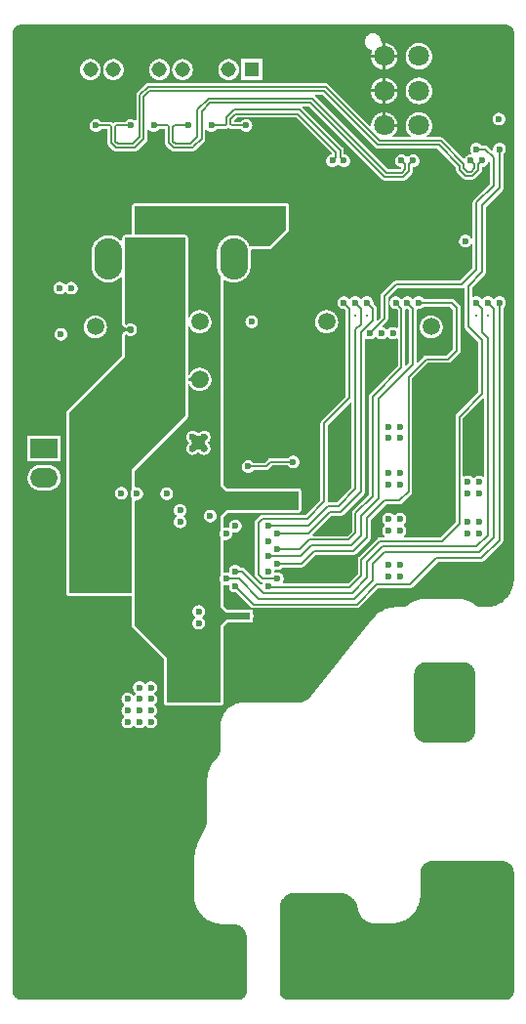
<source format=gbr>
%TF.GenerationSoftware,Altium Limited,Altium Designer,25.6.2 (33)*%
G04 Layer_Physical_Order=3*
G04 Layer_Color=36540*
%FSLAX45Y45*%
%MOMM*%
%TF.SameCoordinates,4265A882-CCA4-4A53-A555-757F884491BB*%
%TF.FilePolarity,Positive*%
%TF.FileFunction,Copper,L3,Inr,Signal*%
%TF.Part,Single*%
G01*
G75*
%TA.AperFunction,ComponentPad*%
%ADD26O,2.44000X3.60000*%
%ADD27C,1.50000*%
%ADD28C,1.80000*%
%ADD29C,4.00000*%
%ADD30C,1.30800*%
%ADD31C,5.00000*%
%ADD32R,1.30800X1.30800*%
%ADD33O,2.40000X1.70000*%
%ADD34R,2.40000X1.70000*%
%TA.AperFunction,ViaPad*%
%ADD35C,0.60000*%
%TA.AperFunction,Conductor*%
%ADD36C,0.15000*%
%TA.AperFunction,ViaPad*%
%ADD37C,0.30000*%
G36*
X2100000Y8475000D02*
X2100000Y8475000D01*
X2100005D01*
X2109223Y8474455D01*
X2111018Y8474278D01*
X2118245Y8472841D01*
X2125297Y8470702D01*
X2132105Y8467882D01*
X2138604Y8464408D01*
X2144732Y8460314D01*
X2150428Y8455639D01*
X2155639Y8450428D01*
X2157146Y8448591D01*
X2166031Y8435294D01*
X2171648Y8421734D01*
X2174511Y8407339D01*
X2174511Y8400001D01*
X2174511Y3659255D01*
X2174215Y3653978D01*
X2172644Y3640038D01*
X2170294Y3626207D01*
X2167172Y3612530D01*
X2163289Y3599050D01*
X2158655Y3585808D01*
X2153287Y3572847D01*
X2147200Y3560208D01*
X2140414Y3547929D01*
X2132950Y3536051D01*
X2124832Y3524610D01*
X2116085Y3513642D01*
X2106737Y3503181D01*
X2096818Y3493261D01*
X2086357Y3483914D01*
X2075389Y3475167D01*
X2063948Y3467049D01*
X2052070Y3459585D01*
X2039791Y3452799D01*
X2027152Y3446712D01*
X2014191Y3441344D01*
X2000949Y3436710D01*
X1987469Y3432827D01*
X1973792Y3429705D01*
X1959961Y3427355D01*
X1946021Y3425784D01*
X1932014Y3424998D01*
X1901508D01*
X1897337Y3424997D01*
X1889024Y3425692D01*
X1880798Y3427077D01*
X1872716Y3429141D01*
X1864834Y3431872D01*
X1857207Y3435249D01*
X1849887Y3439250D01*
X1842926Y3443847D01*
X1839649Y3446426D01*
X1834131Y3450648D01*
X1822754Y3458622D01*
X1810952Y3465952D01*
X1798762Y3472616D01*
X1786219Y3478592D01*
X1773365Y3483861D01*
X1760237Y3488409D01*
X1746877Y3492221D01*
X1733326Y3495284D01*
X1719625Y3497590D01*
X1705818Y3499131D01*
X1691947Y3499903D01*
X1685000Y3499999D01*
X1410000Y3499999D01*
X1410000Y3499999D01*
X1403053Y3499902D01*
X1389182Y3499131D01*
X1375375Y3497590D01*
X1361675Y3495284D01*
X1348124Y3492221D01*
X1334764Y3488410D01*
X1321636Y3483862D01*
X1308782Y3478592D01*
X1296240Y3472617D01*
X1284049Y3465953D01*
X1272247Y3458624D01*
X1260871Y3450649D01*
X1255353Y3446428D01*
X1252076Y3443848D01*
X1245115Y3439252D01*
X1237796Y3435251D01*
X1230168Y3431874D01*
X1222286Y3429144D01*
X1214204Y3427079D01*
X1205978Y3425694D01*
X1197665Y3425000D01*
X1149859D01*
X1149859Y3425000D01*
X1142842Y3424901D01*
X1128831Y3424114D01*
X1114887Y3422542D01*
X1101053Y3420189D01*
X1087372Y3417065D01*
X1073888Y3413177D01*
X1060644Y3408539D01*
X1047681Y3403166D01*
X1035040Y3397073D01*
X1022760Y3390281D01*
X1010881Y3382810D01*
X999440Y3374685D01*
X988473Y3365931D01*
X978014Y3356574D01*
X968097Y3346646D01*
X958752Y3336177D01*
X954304Y3330751D01*
X417333Y2656550D01*
X414709Y2653255D01*
X409100Y2646971D01*
X403147Y2641012D01*
X396870Y2635396D01*
X390287Y2630142D01*
X383419Y2625264D01*
X376289Y2620780D01*
X368918Y2616703D01*
X361331Y2613046D01*
X353550Y2609821D01*
X345600Y2607037D01*
X337507Y2604704D01*
X329295Y2602828D01*
X320991Y2601416D01*
X312621Y2600472D01*
X304211Y2600000D01*
X-170000D01*
Y2600000D01*
X-175609Y2599921D01*
X-186810Y2599292D01*
X-197958Y2598036D01*
X-209018Y2596157D01*
X-219955Y2593660D01*
X-230735Y2590555D01*
X-241324Y2586849D01*
X-251689Y2582556D01*
X-261796Y2577689D01*
X-271615Y2572262D01*
X-281114Y2566294D01*
X-290263Y2559802D01*
X-299034Y2552807D01*
X-307399Y2545332D01*
X-315332Y2537399D01*
X-322807Y2529034D01*
X-329802Y2520263D01*
X-336294Y2511114D01*
X-342262Y2501615D01*
X-347689Y2491796D01*
X-352557Y2481688D01*
X-356850Y2471324D01*
X-360555Y2460735D01*
X-363661Y2449955D01*
X-366157Y2439018D01*
X-368036Y2427958D01*
X-369292Y2416810D01*
X-369921Y2405609D01*
X-370000Y2400000D01*
X-370000Y2200000D01*
X-370001Y2200000D01*
Y2196087D01*
X-370532Y2188279D01*
X-371594Y2180526D01*
X-373180Y2172862D01*
X-375283Y2165325D01*
X-377894Y2157947D01*
X-381000Y2150764D01*
X-384587Y2143809D01*
X-388638Y2137114D01*
X-393136Y2130709D01*
X-398058Y2124625D01*
X-403382Y2118890D01*
X-406233Y2116210D01*
X-410823Y2111783D01*
X-419658Y2102585D01*
X-428012Y2092949D01*
X-435863Y2082900D01*
X-443192Y2072463D01*
X-449980Y2061666D01*
X-456207Y2050537D01*
X-461859Y2039105D01*
X-466921Y2027399D01*
X-471380Y2015451D01*
X-475223Y2003291D01*
X-478441Y1990950D01*
X-481025Y1978462D01*
X-482970Y1965858D01*
X-484269Y1953171D01*
X-484919Y1940435D01*
X-485000Y1934058D01*
Y1611157D01*
X-485001Y1611156D01*
X-485000Y1605474D01*
X-485517Y1594119D01*
X-486549Y1582801D01*
X-488094Y1571541D01*
X-490149Y1560362D01*
X-492710Y1549289D01*
X-495771Y1538343D01*
X-499327Y1527548D01*
X-503369Y1516926D01*
X-507891Y1506498D01*
X-512881Y1496286D01*
X-518330Y1486312D01*
X-521278Y1481454D01*
X-526008Y1473508D01*
X-535058Y1457380D01*
X-543553Y1440953D01*
X-551484Y1424246D01*
X-558840Y1407279D01*
X-565614Y1390071D01*
X-571797Y1372641D01*
X-577382Y1355012D01*
X-582364Y1337202D01*
X-586735Y1319232D01*
X-590492Y1301124D01*
X-593629Y1282898D01*
X-596143Y1264577D01*
X-598031Y1246180D01*
X-599291Y1227729D01*
X-599921Y1209246D01*
X-600000Y1200000D01*
Y930000D01*
X-599902Y922988D01*
X-599116Y908987D01*
X-597545Y895052D01*
X-595196Y881227D01*
X-592076Y867556D01*
X-588194Y854081D01*
X-583562Y840844D01*
X-578196Y827889D01*
X-572112Y815254D01*
X-565328Y802981D01*
X-557868Y791107D01*
X-549753Y779671D01*
X-541010Y768707D01*
X-531665Y758250D01*
X-521750Y748335D01*
X-511293Y738990D01*
X-500329Y730247D01*
X-488893Y722132D01*
X-477019Y714672D01*
X-464746Y707888D01*
X-452111Y701804D01*
X-439156Y696438D01*
X-425919Y691806D01*
X-412444Y687924D01*
X-398773Y684804D01*
X-384948Y682455D01*
X-371013Y680884D01*
X-357012Y680098D01*
X-350000Y680000D01*
X-257500D01*
Y680000D01*
X-252982D01*
X-243973Y679290D01*
X-235048Y677877D01*
X-226261Y675767D01*
X-217666Y672975D01*
X-209318Y669517D01*
X-201266Y665414D01*
X-193561Y660692D01*
X-186250Y655381D01*
X-179378Y649512D01*
X-172988Y643122D01*
X-167120Y636250D01*
X-161808Y628940D01*
X-157086Y621234D01*
X-152984Y613183D01*
X-149525Y604834D01*
X-146733Y596239D01*
X-144623Y587452D01*
X-143210Y578527D01*
X-142501Y569518D01*
X-142500Y99998D01*
X-142501D01*
Y96314D01*
X-143223Y88980D01*
X-144661Y81753D01*
X-146800Y74701D01*
X-149620Y67893D01*
X-153093Y61394D01*
X-157187Y55267D01*
X-161862Y49571D01*
X-167073Y44360D01*
X-172769Y39685D01*
X-178897Y35591D01*
X-185395Y32117D01*
X-192203Y29297D01*
X-199255Y27158D01*
X-206482Y25721D01*
X-208843Y25488D01*
X-2107339D01*
X-2121734Y28351D01*
X-2135294Y33968D01*
X-2147499Y42123D01*
X-2157876Y52501D01*
X-2166031Y64705D01*
X-2171648Y78266D01*
X-2174512Y92661D01*
Y100000D01*
Y8400000D01*
X-2174999Y8402452D01*
Y8403685D01*
X-2174277Y8411018D01*
X-2172839Y8418246D01*
X-2170700Y8425297D01*
X-2167880Y8432105D01*
X-2164407Y8438604D01*
X-2160313Y8444731D01*
X-2155638Y8450428D01*
X-2150427Y8455638D01*
X-2144731Y8460313D01*
X-2138604Y8464407D01*
X-2132105Y8467881D01*
X-2125297Y8470701D01*
X-2118245Y8472840D01*
X-2111018Y8474277D01*
X-2103684Y8475000D01*
X-2100000D01*
X2099999Y8475001D01*
X2100000Y8475000D01*
D02*
G37*
G36*
X1748912Y2949383D02*
X1756674Y2948154D01*
X1764314Y2946319D01*
X1771788Y2943891D01*
X1779048Y2940884D01*
X1786050Y2937317D01*
X1792750Y2933211D01*
X1799107Y2928592D01*
X1805082Y2923489D01*
X1810638Y2917932D01*
X1815742Y2911957D01*
X1820361Y2905600D01*
X1824467Y2898900D01*
X1828034Y2891898D01*
X1831041Y2884638D01*
X1833469Y2877165D01*
X1835304Y2869524D01*
X1836533Y2861763D01*
X1837150Y2853929D01*
Y2850000D01*
Y2353050D01*
Y2349121D01*
X1836533Y2341287D01*
X1835304Y2333526D01*
X1833469Y2325885D01*
X1831041Y2318412D01*
X1828034Y2311152D01*
X1824467Y2304150D01*
X1820361Y2297450D01*
X1815742Y2291093D01*
X1810638Y2285118D01*
X1805082Y2279561D01*
X1799107Y2274458D01*
X1792750Y2269839D01*
X1786050Y2265733D01*
X1779048Y2262166D01*
X1771788Y2259159D01*
X1764314Y2256730D01*
X1756674Y2254896D01*
X1748912Y2253667D01*
X1741079Y2253050D01*
X1406071D01*
X1398237Y2253667D01*
X1390476Y2254896D01*
X1382835Y2256730D01*
X1375361Y2259159D01*
X1368102Y2262166D01*
X1361100Y2265733D01*
X1354400Y2269839D01*
X1348043Y2274458D01*
X1342067Y2279561D01*
X1336511Y2285118D01*
X1331408Y2291093D01*
X1326789Y2297450D01*
X1322683Y2304150D01*
X1319115Y2311152D01*
X1316108Y2318412D01*
X1313680Y2325885D01*
X1311845Y2333526D01*
X1310616Y2341287D01*
X1310000Y2349121D01*
Y2353050D01*
Y2850000D01*
Y2853929D01*
X1310616Y2861763D01*
X1311845Y2869524D01*
X1313680Y2877165D01*
X1316108Y2884638D01*
X1319115Y2891898D01*
X1322683Y2898900D01*
X1326789Y2905600D01*
X1331408Y2911957D01*
X1336511Y2917932D01*
X1342067Y2923489D01*
X1348043Y2928592D01*
X1354400Y2933211D01*
X1361100Y2937317D01*
X1368102Y2940884D01*
X1375361Y2943891D01*
X1382835Y2946319D01*
X1390476Y2948154D01*
X1398237Y2949383D01*
X1406071Y2950000D01*
X1741079D01*
X1748912Y2949383D01*
D02*
G37*
G36*
X2086764Y1226333D02*
X2094525Y1225104D01*
X2102166Y1223270D01*
X2109640Y1220841D01*
X2116899Y1217834D01*
X2123901Y1214267D01*
X2130601Y1210161D01*
X2136958Y1205542D01*
X2142934Y1200439D01*
X2148490Y1194882D01*
X2153594Y1188907D01*
X2158212Y1182550D01*
X2162318Y1175850D01*
X2165886Y1168848D01*
X2168893Y1161588D01*
X2171321Y1154115D01*
X2173156Y1146474D01*
X2174385Y1138713D01*
X2175001Y1130879D01*
Y1126950D01*
Y100000D01*
Y96315D01*
X2174279Y88981D01*
X2172841Y81754D01*
X2170702Y74702D01*
X2167882Y67894D01*
X2164408Y61395D01*
X2160314Y55267D01*
X2155639Y49571D01*
X2150429Y44360D01*
X2144732Y39685D01*
X2138605Y35591D01*
X2132106Y32117D01*
X2125298Y29297D01*
X2118246Y27158D01*
X2111018Y25720D01*
X2103684Y24998D01*
X213816D01*
X206482Y25720D01*
X199255Y27158D01*
X192203Y29297D01*
X185395Y32117D01*
X178896Y35591D01*
X172769Y39685D01*
X167072Y44360D01*
X161862Y49570D01*
X157187Y55267D01*
X153093Y61394D01*
X149619Y67893D01*
X146799Y74701D01*
X144660Y81753D01*
X143222Y88980D01*
X142500Y96314D01*
Y99998D01*
Y822499D01*
Y827509D01*
X143286Y837497D01*
X144853Y847393D01*
X147192Y857135D01*
X150288Y866663D01*
X154122Y875920D01*
X158671Y884847D01*
X163906Y893389D01*
X169795Y901495D01*
X176302Y909113D01*
X183386Y916198D01*
X191005Y922705D01*
X199110Y928594D01*
X207653Y933828D01*
X216580Y938377D01*
X225836Y942211D01*
X235365Y945307D01*
X245107Y947646D01*
X255003Y949213D01*
X264991Y950000D01*
X674974D01*
X684898Y949341D01*
X694757Y948026D01*
X704507Y946061D01*
X714106Y943455D01*
X723511Y940218D01*
X732681Y936366D01*
X741576Y931915D01*
X750156Y926884D01*
X758385Y921296D01*
X766225Y915176D01*
X773642Y908549D01*
X780605Y901446D01*
X787081Y893897D01*
X793044Y885936D01*
X798466Y877597D01*
X803323Y868918D01*
X807595Y859936D01*
X811263Y850690D01*
X814310Y841222D01*
X815517Y836398D01*
X824483Y800552D01*
X824483Y800552D01*
X825769Y795750D01*
X828815Y786287D01*
X832481Y777047D01*
X836751Y768070D01*
X841606Y759395D01*
X847024Y751061D01*
X852984Y743104D01*
X859456Y735559D01*
X866415Y728460D01*
X873829Y721837D01*
X881664Y715720D01*
X889888Y710135D01*
X898464Y705107D01*
X907354Y700658D01*
X916519Y696808D01*
X925919Y693573D01*
X935512Y690969D01*
X945257Y689005D01*
X955111Y687691D01*
X965030Y687032D01*
X970000Y686950D01*
X1112849D01*
X1119861Y687048D01*
X1133862Y687835D01*
X1147797Y689405D01*
X1161622Y691754D01*
X1175293Y694874D01*
X1188769Y698756D01*
X1202005Y703388D01*
X1214960Y708754D01*
X1227595Y714839D01*
X1239868Y721622D01*
X1251742Y729083D01*
X1263179Y737197D01*
X1274142Y745941D01*
X1284599Y755285D01*
X1294514Y765201D01*
X1303859Y775657D01*
X1312602Y786621D01*
X1320717Y798057D01*
X1328177Y809931D01*
X1334961Y822205D01*
X1341045Y834839D01*
X1346412Y847795D01*
X1351043Y861031D01*
X1354925Y874506D01*
X1358046Y888177D01*
X1360395Y902003D01*
X1361965Y915937D01*
X1362751Y929938D01*
X1362849Y936950D01*
Y1126950D01*
Y1130879D01*
X1363466Y1138713D01*
X1364695Y1146474D01*
X1366530Y1154115D01*
X1368958Y1161588D01*
X1371965Y1168848D01*
X1375532Y1175850D01*
X1379638Y1182550D01*
X1384257Y1188907D01*
X1389360Y1194882D01*
X1394917Y1200439D01*
X1400892Y1205542D01*
X1407249Y1210161D01*
X1413949Y1214267D01*
X1420951Y1217834D01*
X1428211Y1220841D01*
X1435684Y1223270D01*
X1443325Y1225104D01*
X1451087Y1226333D01*
X1458920Y1226950D01*
X2078930D01*
X2086764Y1226333D01*
D02*
G37*
%LPC*%
G36*
X1062700Y8314757D02*
Y8212700D01*
X1164757D01*
X1164688Y8213574D01*
X1163270Y8222531D01*
X1161153Y8231348D01*
X1158351Y8239973D01*
X1154880Y8248351D01*
X1150764Y8256430D01*
X1146025Y8264162D01*
X1140695Y8271498D01*
X1134806Y8278394D01*
X1128394Y8284806D01*
X1121498Y8290695D01*
X1114162Y8296025D01*
X1106430Y8300763D01*
X1098351Y8304880D01*
X1089973Y8308351D01*
X1081348Y8311153D01*
X1072531Y8313270D01*
X1063574Y8314688D01*
X1062700Y8314757D01*
D02*
G37*
G36*
X955488Y8399000D02*
X948512D01*
X941569Y8398316D01*
X934728Y8396955D01*
X928052Y8394930D01*
X921607Y8392260D01*
X915455Y8388972D01*
X909654Y8385096D01*
X904262Y8380671D01*
X899329Y8375738D01*
X894903Y8370345D01*
X891028Y8364545D01*
X887739Y8358393D01*
X885070Y8351948D01*
X883045Y8345272D01*
X881684Y8338430D01*
X881000Y8331488D01*
Y8324512D01*
X881684Y8317569D01*
X883045Y8310728D01*
X885070Y8304052D01*
X887739Y8297607D01*
X891028Y8291455D01*
X894903Y8285654D01*
X899329Y8280262D01*
X904262Y8275329D01*
X909654Y8270903D01*
X915455Y8267028D01*
X921607Y8263739D01*
X928052Y8261070D01*
X934728Y8259045D01*
X938920Y8258211D01*
X943856Y8251300D01*
X944696Y8247327D01*
X941649Y8239973D01*
X938847Y8231348D01*
X936730Y8222531D01*
X935312Y8213574D01*
X935243Y8212700D01*
X1037300D01*
Y8314757D01*
X1036426Y8314688D01*
X1031793Y8313954D01*
X1029731Y8314741D01*
X1024109Y8319855D01*
X1022795Y8322432D01*
X1023000Y8324512D01*
Y8331488D01*
X1022316Y8338430D01*
X1020955Y8345272D01*
X1018930Y8351948D01*
X1016260Y8358393D01*
X1012972Y8364545D01*
X1009096Y8370345D01*
X1004671Y8375738D01*
X999738Y8380671D01*
X994345Y8385096D01*
X988545Y8388972D01*
X982393Y8392260D01*
X975948Y8394930D01*
X969272Y8396955D01*
X962430Y8398316D01*
X955488Y8399000D01*
D02*
G37*
G36*
X1037300Y8187300D02*
X935243D01*
X935312Y8186426D01*
X936730Y8177469D01*
X938847Y8168651D01*
X941649Y8160027D01*
X945120Y8151649D01*
X949236Y8143569D01*
X953974Y8135838D01*
X959304Y8128501D01*
X965194Y8121606D01*
X971606Y8115194D01*
X978501Y8109304D01*
X985838Y8103974D01*
X993570Y8099236D01*
X1001649Y8095119D01*
X1010027Y8091649D01*
X1018652Y8088847D01*
X1027469Y8086730D01*
X1036426Y8085311D01*
X1037300Y8085243D01*
Y8187300D01*
D02*
G37*
G36*
X1164757D02*
X1062700D01*
Y8085243D01*
X1063574Y8085311D01*
X1072531Y8086730D01*
X1081348Y8088847D01*
X1089973Y8091649D01*
X1098351Y8095119D01*
X1106430Y8099236D01*
X1114162Y8103974D01*
X1121498Y8109304D01*
X1128394Y8115194D01*
X1134806Y8121606D01*
X1140695Y8128501D01*
X1146025Y8135838D01*
X1150764Y8143569D01*
X1154880Y8151649D01*
X1158351Y8160027D01*
X1161153Y8168651D01*
X1163270Y8177469D01*
X1164688Y8186426D01*
X1164757Y8187300D01*
D02*
G37*
G36*
X1354518Y8315000D02*
X1345481D01*
X1336473Y8314290D01*
X1327547Y8312877D01*
X1318760Y8310767D01*
X1310166Y8307975D01*
X1301817Y8304517D01*
X1293765Y8300414D01*
X1286060Y8295692D01*
X1278749Y8290381D01*
X1271878Y8284512D01*
X1265488Y8278122D01*
X1259619Y8271250D01*
X1254307Y8263940D01*
X1249586Y8256234D01*
X1245483Y8248183D01*
X1242025Y8239834D01*
X1239232Y8231240D01*
X1237123Y8222452D01*
X1235709Y8213527D01*
X1235000Y8204518D01*
Y8195481D01*
X1235709Y8186473D01*
X1237123Y8177547D01*
X1239232Y8168760D01*
X1242025Y8160166D01*
X1245483Y8151817D01*
X1249586Y8143765D01*
X1254307Y8136060D01*
X1259619Y8128749D01*
X1265488Y8121878D01*
X1271878Y8115488D01*
X1278749Y8109619D01*
X1286060Y8104307D01*
X1293765Y8099586D01*
X1301817Y8095483D01*
X1310166Y8092025D01*
X1318760Y8089232D01*
X1327547Y8087123D01*
X1336473Y8085709D01*
X1345481Y8085000D01*
X1354518D01*
X1363527Y8085709D01*
X1372452Y8087123D01*
X1381240Y8089232D01*
X1389834Y8092025D01*
X1398183Y8095483D01*
X1406234Y8099586D01*
X1413940Y8104307D01*
X1421250Y8109619D01*
X1428122Y8115488D01*
X1434512Y8121878D01*
X1440381Y8128749D01*
X1445692Y8136060D01*
X1450414Y8143765D01*
X1454517Y8151817D01*
X1457975Y8160166D01*
X1460767Y8168760D01*
X1462877Y8177547D01*
X1464290Y8186473D01*
X1465000Y8195481D01*
Y8204518D01*
X1464290Y8213527D01*
X1462877Y8222452D01*
X1460767Y8231240D01*
X1457975Y8239834D01*
X1454517Y8248183D01*
X1450414Y8256234D01*
X1445692Y8263940D01*
X1440381Y8271250D01*
X1434512Y8278122D01*
X1428122Y8284512D01*
X1421250Y8290381D01*
X1413940Y8295692D01*
X1406234Y8300414D01*
X1398183Y8304517D01*
X1389834Y8307975D01*
X1381240Y8310767D01*
X1372452Y8312877D01*
X1363527Y8314290D01*
X1354518Y8315000D01*
D02*
G37*
G36*
X-9600Y8175400D02*
X-190400D01*
Y7994600D01*
X-9600D01*
Y8175400D01*
D02*
G37*
G36*
X-296053D02*
X-303947D01*
X-311811Y8174712D01*
X-319585Y8173341D01*
X-327210Y8171298D01*
X-334627Y8168598D01*
X-341782Y8165262D01*
X-348618Y8161315D01*
X-355084Y8156787D01*
X-361131Y8151713D01*
X-366713Y8146131D01*
X-371787Y8140084D01*
X-376315Y8133618D01*
X-380262Y8126782D01*
X-383598Y8119627D01*
X-386298Y8112210D01*
X-388341Y8104585D01*
X-389712Y8096811D01*
X-390400Y8088947D01*
Y8081053D01*
X-389712Y8073189D01*
X-388341Y8065415D01*
X-386298Y8057790D01*
X-383598Y8050372D01*
X-380262Y8043218D01*
X-376315Y8036382D01*
X-371787Y8029915D01*
X-366713Y8023868D01*
X-361131Y8018286D01*
X-355084Y8013213D01*
X-348618Y8008685D01*
X-341782Y8004738D01*
X-334627Y8001402D01*
X-327210Y7998702D01*
X-319585Y7996659D01*
X-311811Y7995288D01*
X-303947Y7994600D01*
X-296053D01*
X-288189Y7995288D01*
X-280415Y7996659D01*
X-272790Y7998702D01*
X-265372Y8001402D01*
X-258218Y8004738D01*
X-251382Y8008685D01*
X-244915Y8013213D01*
X-238868Y8018286D01*
X-233287Y8023868D01*
X-228213Y8029915D01*
X-223685Y8036382D01*
X-219738Y8043218D01*
X-216402Y8050372D01*
X-213702Y8057790D01*
X-211659Y8065415D01*
X-210288Y8073189D01*
X-209600Y8081053D01*
Y8088947D01*
X-210288Y8096811D01*
X-211659Y8104585D01*
X-213702Y8112210D01*
X-216402Y8119627D01*
X-219738Y8126782D01*
X-223685Y8133618D01*
X-228213Y8140084D01*
X-233287Y8146131D01*
X-238868Y8151713D01*
X-244915Y8156787D01*
X-251382Y8161315D01*
X-258218Y8165262D01*
X-265372Y8168598D01*
X-272790Y8171298D01*
X-280415Y8173341D01*
X-288189Y8174712D01*
X-296053Y8175400D01*
D02*
G37*
G36*
X-696053D02*
X-703947D01*
X-711811Y8174712D01*
X-719585Y8173341D01*
X-727210Y8171298D01*
X-734627Y8168598D01*
X-741782Y8165262D01*
X-748618Y8161315D01*
X-755084Y8156787D01*
X-761131Y8151713D01*
X-766713Y8146131D01*
X-771787Y8140084D01*
X-776315Y8133618D01*
X-780262Y8126782D01*
X-783598Y8119627D01*
X-786298Y8112210D01*
X-788341Y8104585D01*
X-789712Y8096811D01*
X-790400Y8088947D01*
Y8081053D01*
X-789712Y8073189D01*
X-788341Y8065415D01*
X-786298Y8057790D01*
X-783598Y8050372D01*
X-780262Y8043218D01*
X-776315Y8036382D01*
X-771787Y8029915D01*
X-766713Y8023868D01*
X-761131Y8018286D01*
X-755084Y8013213D01*
X-748618Y8008685D01*
X-741782Y8004738D01*
X-734627Y8001402D01*
X-727210Y7998702D01*
X-719585Y7996659D01*
X-711811Y7995288D01*
X-703947Y7994600D01*
X-696053D01*
X-688189Y7995288D01*
X-680415Y7996659D01*
X-672790Y7998702D01*
X-665372Y8001402D01*
X-658218Y8004738D01*
X-651382Y8008685D01*
X-644915Y8013213D01*
X-638868Y8018286D01*
X-633287Y8023868D01*
X-628213Y8029915D01*
X-623685Y8036382D01*
X-619738Y8043218D01*
X-616402Y8050372D01*
X-613702Y8057790D01*
X-611659Y8065415D01*
X-610288Y8073189D01*
X-609600Y8081053D01*
Y8088947D01*
X-610288Y8096811D01*
X-611659Y8104585D01*
X-613702Y8112210D01*
X-616402Y8119627D01*
X-619738Y8126782D01*
X-623685Y8133618D01*
X-628213Y8140084D01*
X-633287Y8146131D01*
X-638868Y8151713D01*
X-644915Y8156787D01*
X-651382Y8161315D01*
X-658218Y8165262D01*
X-665372Y8168598D01*
X-672790Y8171298D01*
X-680415Y8173341D01*
X-688189Y8174712D01*
X-696053Y8175400D01*
D02*
G37*
G36*
X-896053D02*
X-903947D01*
X-911811Y8174712D01*
X-919585Y8173341D01*
X-927210Y8171298D01*
X-934628Y8168598D01*
X-941782Y8165262D01*
X-948618Y8161315D01*
X-955084Y8156787D01*
X-961131Y8151713D01*
X-966713Y8146131D01*
X-971787Y8140084D01*
X-976315Y8133618D01*
X-980262Y8126782D01*
X-983598Y8119627D01*
X-986298Y8112210D01*
X-988341Y8104585D01*
X-989712Y8096811D01*
X-990400Y8088947D01*
Y8081053D01*
X-989712Y8073189D01*
X-988341Y8065415D01*
X-986298Y8057790D01*
X-983598Y8050372D01*
X-980262Y8043218D01*
X-976315Y8036382D01*
X-971787Y8029915D01*
X-966713Y8023868D01*
X-961131Y8018286D01*
X-955084Y8013213D01*
X-948618Y8008685D01*
X-941782Y8004738D01*
X-934628Y8001402D01*
X-927210Y7998702D01*
X-919585Y7996659D01*
X-911811Y7995288D01*
X-903947Y7994600D01*
X-896053D01*
X-888189Y7995288D01*
X-880415Y7996659D01*
X-872790Y7998702D01*
X-865372Y8001402D01*
X-858218Y8004738D01*
X-851382Y8008685D01*
X-844916Y8013213D01*
X-838869Y8018286D01*
X-833287Y8023868D01*
X-828213Y8029915D01*
X-823685Y8036382D01*
X-819738Y8043218D01*
X-816402Y8050372D01*
X-813702Y8057790D01*
X-811659Y8065415D01*
X-810288Y8073189D01*
X-809600Y8081053D01*
Y8088947D01*
X-810288Y8096811D01*
X-811659Y8104585D01*
X-813702Y8112210D01*
X-816402Y8119627D01*
X-819738Y8126782D01*
X-823685Y8133618D01*
X-828213Y8140084D01*
X-833287Y8146131D01*
X-838869Y8151713D01*
X-844916Y8156787D01*
X-851382Y8161315D01*
X-858218Y8165262D01*
X-865372Y8168598D01*
X-872790Y8171298D01*
X-880415Y8173341D01*
X-888189Y8174712D01*
X-896053Y8175400D01*
D02*
G37*
G36*
X-1296053D02*
X-1303947D01*
X-1311811Y8174712D01*
X-1319585Y8173341D01*
X-1327210Y8171298D01*
X-1334628Y8168598D01*
X-1341782Y8165262D01*
X-1348618Y8161315D01*
X-1355084Y8156787D01*
X-1361131Y8151713D01*
X-1366713Y8146131D01*
X-1371787Y8140084D01*
X-1376315Y8133618D01*
X-1380262Y8126782D01*
X-1383598Y8119627D01*
X-1386298Y8112210D01*
X-1388341Y8104585D01*
X-1389712Y8096811D01*
X-1390400Y8088947D01*
Y8081053D01*
X-1389712Y8073189D01*
X-1388341Y8065415D01*
X-1386298Y8057790D01*
X-1383598Y8050372D01*
X-1380262Y8043218D01*
X-1376315Y8036382D01*
X-1371787Y8029915D01*
X-1366713Y8023868D01*
X-1361131Y8018286D01*
X-1355084Y8013213D01*
X-1348618Y8008685D01*
X-1341782Y8004738D01*
X-1334628Y8001402D01*
X-1327210Y7998702D01*
X-1319585Y7996659D01*
X-1311811Y7995288D01*
X-1303947Y7994600D01*
X-1296053D01*
X-1288189Y7995288D01*
X-1280415Y7996659D01*
X-1272790Y7998702D01*
X-1265372Y8001402D01*
X-1258218Y8004738D01*
X-1251382Y8008685D01*
X-1244915Y8013213D01*
X-1238868Y8018286D01*
X-1233287Y8023868D01*
X-1228213Y8029915D01*
X-1223685Y8036382D01*
X-1219738Y8043218D01*
X-1216402Y8050372D01*
X-1213702Y8057790D01*
X-1211659Y8065415D01*
X-1210288Y8073189D01*
X-1209600Y8081053D01*
Y8088947D01*
X-1210288Y8096811D01*
X-1211659Y8104585D01*
X-1213702Y8112210D01*
X-1216402Y8119627D01*
X-1219738Y8126782D01*
X-1223685Y8133618D01*
X-1228213Y8140084D01*
X-1233287Y8146131D01*
X-1238868Y8151713D01*
X-1244915Y8156787D01*
X-1251382Y8161315D01*
X-1258218Y8165262D01*
X-1265372Y8168598D01*
X-1272790Y8171298D01*
X-1280415Y8173341D01*
X-1288189Y8174712D01*
X-1296053Y8175400D01*
D02*
G37*
G36*
X-1496053D02*
X-1503947D01*
X-1511811Y8174712D01*
X-1519585Y8173341D01*
X-1527210Y8171298D01*
X-1534628Y8168598D01*
X-1541782Y8165262D01*
X-1548618Y8161315D01*
X-1555085Y8156787D01*
X-1561131Y8151713D01*
X-1566713Y8146131D01*
X-1571787Y8140084D01*
X-1576315Y8133618D01*
X-1580262Y8126782D01*
X-1583598Y8119627D01*
X-1586298Y8112210D01*
X-1588341Y8104585D01*
X-1589712Y8096811D01*
X-1590400Y8088947D01*
Y8081053D01*
X-1589712Y8073189D01*
X-1588341Y8065415D01*
X-1586298Y8057790D01*
X-1583598Y8050372D01*
X-1580262Y8043218D01*
X-1576315Y8036382D01*
X-1571787Y8029915D01*
X-1566713Y8023868D01*
X-1561131Y8018286D01*
X-1555085Y8013213D01*
X-1548618Y8008685D01*
X-1541782Y8004738D01*
X-1534628Y8001402D01*
X-1527210Y7998702D01*
X-1519585Y7996659D01*
X-1511811Y7995288D01*
X-1503947Y7994600D01*
X-1496053D01*
X-1488189Y7995288D01*
X-1480415Y7996659D01*
X-1472790Y7998702D01*
X-1465372Y8001402D01*
X-1458218Y8004738D01*
X-1451382Y8008685D01*
X-1444916Y8013213D01*
X-1438869Y8018286D01*
X-1433287Y8023868D01*
X-1428213Y8029915D01*
X-1423685Y8036382D01*
X-1419738Y8043218D01*
X-1416402Y8050372D01*
X-1413702Y8057790D01*
X-1411659Y8065415D01*
X-1410288Y8073189D01*
X-1409600Y8081053D01*
Y8088947D01*
X-1410288Y8096811D01*
X-1411659Y8104585D01*
X-1413702Y8112210D01*
X-1416402Y8119627D01*
X-1419738Y8126782D01*
X-1423685Y8133618D01*
X-1428213Y8140084D01*
X-1433287Y8146131D01*
X-1438869Y8151713D01*
X-1444916Y8156787D01*
X-1451382Y8161315D01*
X-1458218Y8165262D01*
X-1465372Y8168598D01*
X-1472790Y8171298D01*
X-1480415Y8173341D01*
X-1488189Y8174712D01*
X-1496053Y8175400D01*
D02*
G37*
G36*
X1062700Y8014757D02*
Y7912700D01*
X1164757D01*
X1164688Y7913574D01*
X1163269Y7922531D01*
X1161153Y7931348D01*
X1158350Y7939973D01*
X1154880Y7948351D01*
X1150763Y7956430D01*
X1146025Y7964162D01*
X1140695Y7971498D01*
X1134806Y7978394D01*
X1128394Y7984806D01*
X1121498Y7990695D01*
X1114162Y7996025D01*
X1106430Y8000764D01*
X1098350Y8004880D01*
X1089972Y8008351D01*
X1081348Y8011153D01*
X1072530Y8013270D01*
X1063574Y8014688D01*
X1062700Y8014757D01*
D02*
G37*
G36*
X1037300D02*
X1036425Y8014688D01*
X1027469Y8013270D01*
X1018651Y8011153D01*
X1010027Y8008351D01*
X1001649Y8004880D01*
X993569Y8000764D01*
X985838Y7996025D01*
X978501Y7990695D01*
X971606Y7984806D01*
X965194Y7978394D01*
X959304Y7971498D01*
X953974Y7964162D01*
X949236Y7956430D01*
X945119Y7948351D01*
X941649Y7939973D01*
X938847Y7931348D01*
X936730Y7922531D01*
X935311Y7913574D01*
X935242Y7912700D01*
X1037300D01*
Y8014757D01*
D02*
G37*
G36*
X1164757Y7887300D02*
X1062700D01*
Y7785243D01*
X1063574Y7785312D01*
X1072530Y7786730D01*
X1081348Y7788847D01*
X1089972Y7791649D01*
X1098350Y7795120D01*
X1106430Y7799236D01*
X1114162Y7803974D01*
X1121498Y7809304D01*
X1128394Y7815194D01*
X1134806Y7821606D01*
X1140695Y7828501D01*
X1146025Y7835838D01*
X1150763Y7843570D01*
X1154880Y7851649D01*
X1158350Y7860027D01*
X1161153Y7868652D01*
X1163269Y7877469D01*
X1164688Y7886426D01*
X1164757Y7887300D01*
D02*
G37*
G36*
X1037300D02*
X935242D01*
X935311Y7886426D01*
X936730Y7877469D01*
X938847Y7868652D01*
X941649Y7860027D01*
X945119Y7851649D01*
X949236Y7843570D01*
X953974Y7835838D01*
X959304Y7828501D01*
X965194Y7821606D01*
X971606Y7815194D01*
X978501Y7809304D01*
X985838Y7803974D01*
X993569Y7799236D01*
X1001649Y7795120D01*
X1010027Y7791649D01*
X1018651Y7788847D01*
X1027469Y7786730D01*
X1036425Y7785312D01*
X1037300Y7785243D01*
Y7887300D01*
D02*
G37*
G36*
X1354518Y8015000D02*
X1345482D01*
X1336473Y8014291D01*
X1327548Y8012877D01*
X1318760Y8010767D01*
X1310166Y8007975D01*
X1301817Y8004517D01*
X1293766Y8000414D01*
X1286060Y7995692D01*
X1278750Y7990381D01*
X1271878Y7984512D01*
X1265488Y7978122D01*
X1259619Y7971251D01*
X1254308Y7963940D01*
X1249586Y7956235D01*
X1245483Y7948183D01*
X1242025Y7939834D01*
X1239233Y7931240D01*
X1237123Y7922453D01*
X1235709Y7913527D01*
X1235000Y7904518D01*
Y7895482D01*
X1235709Y7886473D01*
X1237123Y7877547D01*
X1239233Y7868760D01*
X1242025Y7860166D01*
X1245483Y7851817D01*
X1249586Y7843765D01*
X1254308Y7836060D01*
X1259619Y7828749D01*
X1265488Y7821878D01*
X1271878Y7815488D01*
X1278750Y7809619D01*
X1286060Y7804307D01*
X1293766Y7799586D01*
X1301817Y7795483D01*
X1310166Y7792025D01*
X1318760Y7789233D01*
X1327548Y7787123D01*
X1336473Y7785709D01*
X1345482Y7785000D01*
X1354518D01*
X1363527Y7785709D01*
X1372453Y7787123D01*
X1381240Y7789233D01*
X1389834Y7792025D01*
X1398183Y7795483D01*
X1406235Y7799586D01*
X1413940Y7804307D01*
X1421251Y7809619D01*
X1428122Y7815488D01*
X1434512Y7821878D01*
X1440381Y7828749D01*
X1445693Y7836060D01*
X1450414Y7843765D01*
X1454517Y7851817D01*
X1457975Y7860166D01*
X1460767Y7868760D01*
X1462877Y7877547D01*
X1464291Y7886473D01*
X1465000Y7895482D01*
Y7904518D01*
X1464291Y7913527D01*
X1462877Y7922453D01*
X1460767Y7931240D01*
X1457975Y7939834D01*
X1454517Y7948183D01*
X1450414Y7956235D01*
X1445693Y7963940D01*
X1440381Y7971251D01*
X1434512Y7978122D01*
X1428122Y7984512D01*
X1421251Y7990381D01*
X1413940Y7995692D01*
X1406235Y8000414D01*
X1398183Y8004517D01*
X1389834Y8007975D01*
X1381240Y8010767D01*
X1372453Y8012877D01*
X1363527Y8014291D01*
X1354518Y8015000D01*
D02*
G37*
G36*
X1062700Y7714757D02*
Y7612700D01*
X1164757D01*
X1164688Y7613574D01*
X1163270Y7622531D01*
X1161153Y7631348D01*
X1158351Y7639973D01*
X1154880Y7648351D01*
X1150764Y7656430D01*
X1146025Y7664162D01*
X1140695Y7671498D01*
X1134806Y7678394D01*
X1128394Y7684806D01*
X1121498Y7690696D01*
X1114162Y7696026D01*
X1106430Y7700764D01*
X1098351Y7704880D01*
X1089973Y7708351D01*
X1081348Y7711153D01*
X1072531Y7713270D01*
X1063574Y7714688D01*
X1062700Y7714757D01*
D02*
G37*
G36*
X2048089Y7710000D02*
X2041911D01*
X2035773Y7709308D01*
X2029750Y7707934D01*
X2023919Y7705893D01*
X2018354Y7703213D01*
X2013123Y7699926D01*
X2008293Y7696075D01*
X2003925Y7691707D01*
X2000073Y7686877D01*
X1996787Y7681646D01*
X1994107Y7676081D01*
X1992066Y7670250D01*
X1990692Y7664227D01*
X1990000Y7658089D01*
Y7651911D01*
X1990692Y7645773D01*
X1992066Y7639750D01*
X1994107Y7633919D01*
X1996787Y7628354D01*
X2000073Y7623123D01*
X2003925Y7618293D01*
X2008293Y7613925D01*
X2013123Y7610073D01*
X2018354Y7606787D01*
X2023919Y7604107D01*
X2029750Y7602066D01*
X2035773Y7600692D01*
X2041911Y7600000D01*
X2048089D01*
X2054227Y7600692D01*
X2060250Y7602066D01*
X2066081Y7604107D01*
X2071646Y7606787D01*
X2076877Y7610073D01*
X2081707Y7613925D01*
X2086075Y7618293D01*
X2089926Y7623123D01*
X2093213Y7628354D01*
X2095893Y7633919D01*
X2097934Y7639750D01*
X2099308Y7645773D01*
X2100000Y7651911D01*
Y7658089D01*
X2099308Y7664227D01*
X2097934Y7670250D01*
X2095893Y7676081D01*
X2093213Y7681646D01*
X2089926Y7686877D01*
X2086075Y7691707D01*
X2081707Y7696075D01*
X2076877Y7699926D01*
X2071646Y7703213D01*
X2066081Y7705893D01*
X2060250Y7707934D01*
X2054227Y7709308D01*
X2048089Y7710000D01*
D02*
G37*
G36*
X540000Y7967570D02*
X-999498D01*
X-1003749Y7967291D01*
X-1007928Y7966460D01*
X-1011962Y7965090D01*
X-1015783Y7963206D01*
X-1019325Y7960839D01*
X-1022528Y7958030D01*
X-1093030Y7887528D01*
X-1095839Y7884325D01*
X-1098206Y7880783D01*
X-1100090Y7876962D01*
X-1101460Y7872928D01*
X-1102291Y7868749D01*
X-1102570Y7864498D01*
Y7644494D01*
X-1112570Y7640351D01*
X-1113293Y7641075D01*
X-1118123Y7644927D01*
X-1123353Y7648213D01*
X-1128919Y7650893D01*
X-1134750Y7652934D01*
X-1140772Y7654308D01*
X-1146911Y7655000D01*
X-1153088D01*
X-1159227Y7654308D01*
X-1165250Y7652934D01*
X-1171080Y7650893D01*
X-1176646Y7648213D01*
X-1181877Y7644927D01*
X-1186707Y7641075D01*
X-1191075Y7636707D01*
X-1194374Y7632570D01*
X-1272500D01*
X-1276752Y7632291D01*
X-1280930Y7631460D01*
X-1284964Y7630090D01*
X-1288785Y7628206D01*
X-1292328Y7625839D01*
X-1295531Y7623030D01*
X-1300000Y7618561D01*
X-1304470Y7623030D01*
X-1307673Y7625839D01*
X-1311215Y7628206D01*
X-1315036Y7630090D01*
X-1319070Y7631460D01*
X-1323249Y7632291D01*
X-1327500Y7632570D01*
X-1405626D01*
X-1408925Y7636707D01*
X-1413293Y7641075D01*
X-1418123Y7644927D01*
X-1423354Y7648213D01*
X-1428919Y7650893D01*
X-1434750Y7652934D01*
X-1440773Y7654308D01*
X-1446912Y7655000D01*
X-1453089D01*
X-1459227Y7654308D01*
X-1465250Y7652934D01*
X-1471081Y7650893D01*
X-1476647Y7648213D01*
X-1481877Y7644927D01*
X-1486707Y7641075D01*
X-1491075Y7636707D01*
X-1494927Y7631877D01*
X-1498213Y7626646D01*
X-1500893Y7621081D01*
X-1502934Y7615250D01*
X-1504308Y7609227D01*
X-1505000Y7603089D01*
Y7596911D01*
X-1504308Y7590773D01*
X-1502934Y7584750D01*
X-1500893Y7578919D01*
X-1498213Y7573354D01*
X-1494927Y7568123D01*
X-1491075Y7563293D01*
X-1486707Y7558925D01*
X-1481877Y7555074D01*
X-1476647Y7551787D01*
X-1471081Y7549107D01*
X-1465250Y7547066D01*
X-1459227Y7545692D01*
X-1453089Y7545000D01*
X-1446912D01*
X-1440773Y7545692D01*
X-1434750Y7547066D01*
X-1428919Y7549107D01*
X-1423354Y7551787D01*
X-1418123Y7555074D01*
X-1413293Y7558925D01*
X-1408925Y7563293D01*
X-1405626Y7567430D01*
X-1350070D01*
Y7448003D01*
X-1349791Y7443751D01*
X-1348960Y7439573D01*
X-1347590Y7435539D01*
X-1345706Y7431718D01*
X-1343339Y7428175D01*
X-1340530Y7424972D01*
X-1307779Y7392221D01*
X-1307775Y7392217D01*
X-1297528Y7381970D01*
X-1294325Y7379161D01*
X-1290782Y7376794D01*
X-1286961Y7374910D01*
X-1282927Y7373540D01*
X-1278749Y7372709D01*
X-1274497Y7372431D01*
X-1115502D01*
X-1111251Y7372709D01*
X-1107073Y7373540D01*
X-1103039Y7374910D01*
X-1099218Y7376794D01*
X-1095675Y7379161D01*
X-1092472Y7381970D01*
X-1082223Y7392219D01*
X-1082221Y7392221D01*
X-1011970Y7462472D01*
X-1009161Y7465675D01*
X-1006794Y7469218D01*
X-1004910Y7473039D01*
X-1003540Y7477073D01*
X-1002709Y7481251D01*
X-1002430Y7485502D01*
Y7561493D01*
X-992430Y7564993D01*
X-991075Y7563293D01*
X-986707Y7558925D01*
X-981877Y7555074D01*
X-976647Y7551787D01*
X-971081Y7549107D01*
X-965250Y7547066D01*
X-959227Y7545692D01*
X-953089Y7545000D01*
X-946911D01*
X-940773Y7545692D01*
X-934750Y7547066D01*
X-928919Y7549107D01*
X-923354Y7551787D01*
X-918123Y7555074D01*
X-913293Y7558925D01*
X-908925Y7563293D01*
X-905626Y7567430D01*
X-850070D01*
Y7448003D01*
X-849791Y7443751D01*
X-848960Y7439573D01*
X-847590Y7435539D01*
X-845706Y7431718D01*
X-843339Y7428175D01*
X-840530Y7424972D01*
X-807779Y7392221D01*
X-807775Y7392217D01*
X-797527Y7381970D01*
X-794325Y7379161D01*
X-790782Y7376794D01*
X-786961Y7374910D01*
X-782927Y7373540D01*
X-778749Y7372709D01*
X-774497Y7372431D01*
X-615502D01*
X-611251Y7372709D01*
X-607073Y7373540D01*
X-603039Y7374910D01*
X-599217Y7376794D01*
X-595675Y7379161D01*
X-592472Y7381970D01*
X-582223Y7392219D01*
X-582221Y7392221D01*
X-511970Y7462472D01*
X-509161Y7465675D01*
X-506794Y7469218D01*
X-504910Y7473039D01*
X-503540Y7477073D01*
X-502709Y7481251D01*
X-502430Y7485502D01*
Y7561493D01*
X-492430Y7564993D01*
X-491075Y7563293D01*
X-486707Y7558925D01*
X-481877Y7555074D01*
X-476646Y7551787D01*
X-471081Y7549107D01*
X-465250Y7547066D01*
X-459227Y7545692D01*
X-453089Y7545000D01*
X-446911D01*
X-440773Y7545692D01*
X-434750Y7547066D01*
X-428919Y7549107D01*
X-423354Y7551787D01*
X-418123Y7555074D01*
X-413293Y7558925D01*
X-408925Y7563293D01*
X-405626Y7567430D01*
X-327500D01*
X-323249Y7567709D01*
X-319070Y7568540D01*
X-315036Y7569910D01*
X-311215Y7571794D01*
X-307672Y7574161D01*
X-304470Y7576970D01*
X-300000Y7581439D01*
X-295531Y7576970D01*
X-292328Y7574161D01*
X-288785Y7571794D01*
X-284964Y7569910D01*
X-280930Y7568540D01*
X-276752Y7567709D01*
X-272500Y7567430D01*
X-194374D01*
X-191075Y7563293D01*
X-186707Y7558925D01*
X-181877Y7555074D01*
X-176646Y7551787D01*
X-171080Y7549107D01*
X-165250Y7547066D01*
X-159227Y7545692D01*
X-153088Y7545000D01*
X-146911D01*
X-140772Y7545692D01*
X-134750Y7547066D01*
X-128919Y7549107D01*
X-123353Y7551787D01*
X-118123Y7555074D01*
X-113293Y7558925D01*
X-108925Y7563293D01*
X-105073Y7568123D01*
X-101787Y7573354D01*
X-99106Y7578919D01*
X-97066Y7584750D01*
X-95691Y7590773D01*
X-95000Y7596911D01*
Y7603089D01*
X-95691Y7609227D01*
X-97066Y7615250D01*
X-99106Y7621081D01*
X-101787Y7626646D01*
X-105073Y7631877D01*
X-108925Y7636707D01*
X-113293Y7641075D01*
X-118123Y7644927D01*
X-123353Y7648213D01*
X-128919Y7650893D01*
X-134750Y7652934D01*
X-140772Y7654308D01*
X-146911Y7655000D01*
X-153088D01*
X-159227Y7654308D01*
X-165250Y7652934D01*
X-171080Y7650893D01*
X-176646Y7648213D01*
X-181877Y7644927D01*
X-186707Y7641075D01*
X-191075Y7636707D01*
X-194374Y7632570D01*
X-249930D01*
Y7644009D01*
X-226509Y7667430D01*
X289010D01*
X596578Y7359862D01*
X596602Y7359173D01*
X592765Y7349533D01*
X590773Y7349308D01*
X584750Y7347933D01*
X578919Y7345893D01*
X573354Y7343213D01*
X568123Y7339926D01*
X563293Y7336075D01*
X558925Y7331707D01*
X555074Y7326877D01*
X551787Y7321646D01*
X549107Y7316081D01*
X547066Y7310250D01*
X545692Y7304227D01*
X545000Y7298089D01*
Y7291911D01*
X545692Y7285773D01*
X547066Y7279750D01*
X549107Y7273919D01*
X551787Y7268354D01*
X555074Y7263123D01*
X558925Y7258293D01*
X563293Y7253925D01*
X568123Y7250073D01*
X573354Y7246787D01*
X578919Y7244107D01*
X584750Y7242066D01*
X590773Y7240692D01*
X596911Y7240000D01*
X603089D01*
X609227Y7240692D01*
X615250Y7242066D01*
X621081Y7244107D01*
X626646Y7246787D01*
X631877Y7250073D01*
X636707Y7253925D01*
X641075Y7258293D01*
X643996Y7261957D01*
X650000Y7262936D01*
X656004Y7261957D01*
X658925Y7258293D01*
X663293Y7253925D01*
X668123Y7250074D01*
X673354Y7246787D01*
X678919Y7244107D01*
X684750Y7242067D01*
X690773Y7240692D01*
X696911Y7240000D01*
X703089D01*
X709227Y7240692D01*
X715250Y7242067D01*
X721081Y7244107D01*
X726647Y7246787D01*
X731877Y7250074D01*
X736707Y7253925D01*
X741075Y7258293D01*
X744927Y7263123D01*
X748213Y7268354D01*
X750893Y7273919D01*
X752934Y7279750D01*
X754308Y7285773D01*
X755000Y7291912D01*
Y7298089D01*
X754308Y7304227D01*
X752934Y7310250D01*
X750893Y7316081D01*
X748213Y7321647D01*
X744927Y7326877D01*
X741075Y7331707D01*
X736707Y7336075D01*
X731877Y7339927D01*
X726647Y7343213D01*
X721081Y7345893D01*
X715250Y7347934D01*
X709227Y7349308D01*
X703089Y7350000D01*
X700070D01*
Y7384498D01*
X699791Y7388749D01*
X698960Y7392927D01*
X697590Y7396961D01*
X695706Y7400783D01*
X693339Y7404325D01*
X690530Y7407528D01*
X340628Y7757430D01*
X340821Y7759706D01*
X344476Y7767430D01*
X397012D01*
X1032472Y7131970D01*
X1035675Y7129161D01*
X1039218Y7126794D01*
X1043039Y7124910D01*
X1047073Y7123540D01*
X1051251Y7122709D01*
X1055502Y7122431D01*
X1216997D01*
X1221249Y7122709D01*
X1225427Y7123540D01*
X1229461Y7124910D01*
X1233282Y7126794D01*
X1236825Y7129161D01*
X1240027Y7131970D01*
X1290530Y7182473D01*
X1293339Y7185676D01*
X1295706Y7189218D01*
X1297590Y7193039D01*
X1298960Y7197073D01*
X1299791Y7201252D01*
X1300070Y7205503D01*
Y7240000D01*
X1303089D01*
X1309227Y7240692D01*
X1315250Y7242067D01*
X1321081Y7244107D01*
X1326646Y7246787D01*
X1331877Y7250074D01*
X1336707Y7253925D01*
X1341075Y7258293D01*
X1344926Y7263123D01*
X1348213Y7268354D01*
X1350893Y7273919D01*
X1352934Y7279750D01*
X1354308Y7285773D01*
X1355000Y7291912D01*
Y7298089D01*
X1354308Y7304227D01*
X1352934Y7310250D01*
X1350893Y7316081D01*
X1348213Y7321647D01*
X1344926Y7326877D01*
X1341075Y7331707D01*
X1336707Y7336075D01*
X1331877Y7339927D01*
X1326646Y7343213D01*
X1321081Y7345893D01*
X1315250Y7347934D01*
X1309227Y7349308D01*
X1303089Y7350000D01*
X1296911D01*
X1290773Y7349308D01*
X1284750Y7347934D01*
X1278919Y7345893D01*
X1273354Y7343213D01*
X1268123Y7339927D01*
X1263293Y7336075D01*
X1258925Y7331707D01*
X1256004Y7328044D01*
X1250000Y7327064D01*
X1243996Y7328044D01*
X1241075Y7331707D01*
X1236707Y7336075D01*
X1231877Y7339926D01*
X1226646Y7343213D01*
X1221081Y7345893D01*
X1215250Y7347933D01*
X1209227Y7349308D01*
X1203089Y7350000D01*
X1196911D01*
X1190773Y7349308D01*
X1184750Y7347933D01*
X1178919Y7345893D01*
X1173354Y7343213D01*
X1168123Y7339926D01*
X1163293Y7336075D01*
X1158925Y7331707D01*
X1155073Y7326877D01*
X1151787Y7321646D01*
X1149107Y7316081D01*
X1147066Y7310250D01*
X1145692Y7304227D01*
X1145000Y7298089D01*
Y7291911D01*
X1145692Y7285773D01*
X1147066Y7279750D01*
X1149107Y7273919D01*
X1151787Y7268354D01*
X1155073Y7263123D01*
X1158925Y7258293D01*
X1163293Y7253925D01*
X1168123Y7250073D01*
X1173354Y7246787D01*
X1178919Y7244107D01*
X1184750Y7242066D01*
X1190773Y7240692D01*
X1192764Y7240467D01*
X1196601Y7230826D01*
X1196578Y7230138D01*
X1189009Y7222570D01*
X1083491D01*
X448630Y7857430D01*
X448823Y7859705D01*
X452478Y7867430D01*
X512012D01*
X972473Y7406970D01*
X975675Y7404161D01*
X979218Y7401794D01*
X983039Y7399910D01*
X987073Y7398540D01*
X991252Y7397709D01*
X995503Y7397430D01*
X1511509D01*
X1672430Y7236509D01*
Y7215503D01*
X1672709Y7211252D01*
X1673540Y7207073D01*
X1674910Y7203039D01*
X1676794Y7199218D01*
X1679161Y7195675D01*
X1681970Y7192473D01*
X1732473Y7141970D01*
X1735676Y7139161D01*
X1739218Y7136794D01*
X1743039Y7134910D01*
X1747073Y7133540D01*
X1751252Y7132709D01*
X1755503Y7132430D01*
X1816997D01*
X1821249Y7132709D01*
X1825427Y7133540D01*
X1829461Y7134910D01*
X1833282Y7136794D01*
X1836825Y7139161D01*
X1840028Y7141970D01*
X1890530Y7192473D01*
X1893339Y7195676D01*
X1895706Y7199218D01*
X1897590Y7203039D01*
X1898960Y7207073D01*
X1899791Y7211252D01*
X1900070Y7215503D01*
Y7240000D01*
X1903089D01*
X1909227Y7240692D01*
X1915250Y7242067D01*
X1921081Y7244107D01*
X1926646Y7246787D01*
X1931877Y7250074D01*
X1936707Y7253925D01*
X1941075Y7258293D01*
X1944927Y7263123D01*
X1948213Y7268354D01*
X1950893Y7273919D01*
X1952934Y7279750D01*
X1954308Y7285773D01*
X1955000Y7291912D01*
Y7298089D01*
X1954984Y7298229D01*
X1964405Y7303937D01*
X1967430Y7301895D01*
Y7093491D01*
X1826970Y6953030D01*
X1824161Y6949827D01*
X1821794Y6946285D01*
X1819910Y6942464D01*
X1818540Y6938430D01*
X1817709Y6934251D01*
X1817430Y6930000D01*
Y6612200D01*
X1807430Y6611073D01*
X1806934Y6613250D01*
X1804893Y6619080D01*
X1802213Y6624646D01*
X1798927Y6629877D01*
X1795075Y6634707D01*
X1790707Y6639075D01*
X1785877Y6642926D01*
X1780646Y6646213D01*
X1775081Y6648893D01*
X1769250Y6650933D01*
X1763227Y6652308D01*
X1757089Y6653000D01*
X1750911D01*
X1744773Y6652308D01*
X1738750Y6650933D01*
X1732919Y6648893D01*
X1727354Y6646213D01*
X1722123Y6642926D01*
X1717293Y6639075D01*
X1712925Y6634707D01*
X1709074Y6629877D01*
X1705787Y6624646D01*
X1703107Y6619080D01*
X1701066Y6613250D01*
X1699692Y6607227D01*
X1699000Y6601088D01*
Y6594911D01*
X1699692Y6588772D01*
X1701066Y6582750D01*
X1703107Y6576919D01*
X1705787Y6571353D01*
X1709074Y6566123D01*
X1712925Y6561293D01*
X1717293Y6556925D01*
X1722123Y6553073D01*
X1727354Y6549787D01*
X1732919Y6547107D01*
X1738750Y6545066D01*
X1744773Y6543692D01*
X1750911Y6543000D01*
X1757089D01*
X1763227Y6543692D01*
X1769250Y6545066D01*
X1775081Y6547107D01*
X1780646Y6549787D01*
X1785877Y6553073D01*
X1790707Y6556925D01*
X1795075Y6561293D01*
X1798927Y6566123D01*
X1802213Y6571353D01*
X1804893Y6576919D01*
X1806934Y6582750D01*
X1807430Y6584926D01*
X1817430Y6583800D01*
Y6363491D01*
X1707009Y6253070D01*
X1150500D01*
X1146249Y6252791D01*
X1142070Y6251960D01*
X1138036Y6250590D01*
X1134215Y6248706D01*
X1130673Y6246339D01*
X1127470Y6243530D01*
X1026969Y6143030D01*
X1024161Y6139827D01*
X1021793Y6136284D01*
X1019909Y6132463D01*
X1018540Y6128429D01*
X1017709Y6124251D01*
X1017430Y6120000D01*
Y5938490D01*
X992570Y5913630D01*
X982570Y5917772D01*
Y6015000D01*
X982291Y6019251D01*
X981460Y6023430D01*
X980090Y6027464D01*
X978206Y6031285D01*
X975839Y6034827D01*
X973030Y6038030D01*
X954408Y6056653D01*
X955000Y6061911D01*
Y6068088D01*
X954308Y6074227D01*
X952934Y6080250D01*
X950893Y6086081D01*
X948213Y6091646D01*
X944927Y6096877D01*
X941075Y6101707D01*
X936707Y6106075D01*
X931877Y6109926D01*
X926647Y6113213D01*
X921081Y6115893D01*
X915250Y6117933D01*
X909228Y6119308D01*
X903089Y6120000D01*
X896912D01*
X890773Y6119308D01*
X884750Y6117933D01*
X878920Y6115893D01*
X873354Y6113213D01*
X868123Y6109926D01*
X863293Y6106075D01*
X858925Y6101707D01*
X856004Y6098043D01*
X850000Y6097064D01*
X843997Y6098043D01*
X841075Y6101707D01*
X836707Y6106075D01*
X831877Y6109926D01*
X826647Y6113213D01*
X821081Y6115893D01*
X815250Y6117933D01*
X809227Y6119308D01*
X803089Y6120000D01*
X796912D01*
X790773Y6119308D01*
X784750Y6117933D01*
X778919Y6115893D01*
X773354Y6113213D01*
X768123Y6109926D01*
X763293Y6106075D01*
X758925Y6101707D01*
X756004Y6098043D01*
X750000Y6097064D01*
X743996Y6098043D01*
X741075Y6101707D01*
X736707Y6106075D01*
X731877Y6109926D01*
X726647Y6113213D01*
X721081Y6115893D01*
X715250Y6117933D01*
X709227Y6119308D01*
X703089Y6120000D01*
X696911D01*
X690773Y6119308D01*
X684750Y6117933D01*
X678919Y6115893D01*
X673354Y6113213D01*
X668123Y6109926D01*
X663293Y6106075D01*
X658925Y6101707D01*
X655074Y6096877D01*
X651787Y6091646D01*
X649107Y6086081D01*
X647067Y6080250D01*
X645692Y6074227D01*
X645000Y6068088D01*
Y6061911D01*
X645692Y6055772D01*
X647067Y6049750D01*
X649107Y6043919D01*
X651787Y6038353D01*
X655074Y6033123D01*
X658925Y6028293D01*
X663293Y6023925D01*
X668123Y6020073D01*
X673354Y6016787D01*
X678919Y6014107D01*
X684750Y6012066D01*
X690773Y6010692D01*
X696911Y6010000D01*
X703089D01*
X708347Y6010592D01*
X717430Y6001509D01*
Y5253491D01*
X506970Y5043030D01*
X504161Y5039827D01*
X501794Y5036285D01*
X499910Y5032464D01*
X498540Y5028430D01*
X497709Y5024251D01*
X497430Y5020000D01*
Y4354202D01*
X368298Y4225070D01*
X-7500D01*
X-11751Y4224791D01*
X-15930Y4223960D01*
X-19964Y4222590D01*
X-23785Y4220706D01*
X-27327Y4218339D01*
X-30531Y4215530D01*
X-63030Y4183030D01*
X-65839Y4179827D01*
X-68206Y4176285D01*
X-70090Y4172464D01*
X-71460Y4168430D01*
X-72291Y4164251D01*
X-72570Y4160000D01*
Y3710000D01*
X-72291Y3705749D01*
X-71460Y3701570D01*
X-70090Y3697536D01*
X-68206Y3693715D01*
X-65839Y3690173D01*
X-63030Y3686970D01*
X-25530Y3649470D01*
X-22327Y3646661D01*
X-18785Y3644294D01*
X-14964Y3642410D01*
X-12794Y3641673D01*
X-10562Y3639300D01*
X-9932Y3638113D01*
X-7505Y3630997D01*
X-7562Y3630307D01*
X-8393Y3628581D01*
X-9685Y3624888D01*
X-15575Y3622350D01*
X-20876Y3621937D01*
X-159469Y3760530D01*
X-162672Y3763339D01*
X-166215Y3765706D01*
X-170036Y3767590D01*
X-174070Y3768960D01*
X-178248Y3769791D01*
X-182500Y3770070D01*
X-198126D01*
X-201425Y3774207D01*
X-205793Y3778575D01*
X-210623Y3782427D01*
X-215854Y3785713D01*
X-221419Y3788393D01*
X-227250Y3790434D01*
X-233273Y3791808D01*
X-239412Y3792500D01*
X-245589D01*
X-251727Y3791808D01*
X-257750Y3790434D01*
X-263581Y3788393D01*
X-269147Y3785713D01*
X-274377Y3782427D01*
X-279207Y3778575D01*
X-283575Y3774207D01*
X-287427Y3769377D01*
X-290713Y3764146D01*
X-293393Y3758581D01*
X-295434Y3752750D01*
X-296808Y3746727D01*
X-297500Y3740589D01*
Y3734411D01*
X-297275Y3732414D01*
X-297590Y3731728D01*
X-304335Y3725782D01*
X-306345Y3725117D01*
X-307250Y3725434D01*
X-313273Y3726808D01*
X-319411Y3727500D01*
X-325589D01*
X-331727Y3726808D01*
X-334923Y3726079D01*
X-341671Y3729854D01*
X-344923Y3733518D01*
Y4001482D01*
X-341671Y4005147D01*
X-334923Y4008921D01*
X-331727Y4008192D01*
X-325589Y4007500D01*
X-319411D01*
X-313273Y4008192D01*
X-307250Y4009567D01*
X-301419Y4011607D01*
X-295854Y4014287D01*
X-290623Y4017574D01*
X-285793Y4021425D01*
X-281425Y4025793D01*
X-277573Y4030623D01*
X-274287Y4035854D01*
X-271607Y4041419D01*
X-269566Y4047250D01*
X-268192Y4053273D01*
X-267500Y4059411D01*
Y4065589D01*
X-267725Y4067586D01*
X-267410Y4068272D01*
X-260665Y4074218D01*
X-258655Y4074883D01*
X-257750Y4074566D01*
X-251727Y4073192D01*
X-245589Y4072500D01*
X-239412D01*
X-233273Y4073192D01*
X-227250Y4074566D01*
X-221419Y4076607D01*
X-215854Y4079287D01*
X-210623Y4082573D01*
X-205793Y4086425D01*
X-201425Y4090793D01*
X-197574Y4095623D01*
X-194287Y4100854D01*
X-191607Y4106419D01*
X-189567Y4112250D01*
X-188192Y4118273D01*
X-187500Y4124411D01*
Y4130589D01*
X-188192Y4136727D01*
X-189567Y4142750D01*
X-191607Y4148581D01*
X-194287Y4154146D01*
X-197574Y4159377D01*
X-201425Y4164207D01*
X-205793Y4168575D01*
X-210623Y4172427D01*
X-215854Y4175713D01*
X-221419Y4178393D01*
X-227250Y4180434D01*
X-233273Y4181808D01*
X-239412Y4182500D01*
X-245589D01*
X-251727Y4181808D01*
X-257750Y4180434D01*
X-263581Y4178393D01*
X-269147Y4175713D01*
X-274377Y4172427D01*
X-279207Y4168575D01*
X-283575Y4164207D01*
X-287427Y4159377D01*
X-290713Y4154146D01*
X-293393Y4148581D01*
X-295434Y4142750D01*
X-296808Y4136727D01*
X-297500Y4130589D01*
Y4124411D01*
X-297275Y4122414D01*
X-297590Y4121728D01*
X-304335Y4115782D01*
X-306345Y4115117D01*
X-307250Y4115434D01*
X-313273Y4116808D01*
X-319411Y4117500D01*
X-325589D01*
X-331727Y4116808D01*
X-334923Y4116079D01*
X-341671Y4119854D01*
X-344923Y4123518D01*
Y4207613D01*
X-307613Y4244923D01*
X305000D01*
X308923Y4245232D01*
X312749Y4246150D01*
X316385Y4247656D01*
X319740Y4249712D01*
X322732Y4252268D01*
X325288Y4255260D01*
X327344Y4258615D01*
X328850Y4262251D01*
X329768Y4266077D01*
X330077Y4270000D01*
Y4430000D01*
X329768Y4433923D01*
X328850Y4437749D01*
X327344Y4441385D01*
X325288Y4444740D01*
X322732Y4447732D01*
X319740Y4450288D01*
X316385Y4452344D01*
X312749Y4453850D01*
X308923Y4454768D01*
X305000Y4455077D01*
X-311613D01*
X-344923Y4488387D01*
Y4758925D01*
X-344923Y6258108D01*
X-336973Y6262887D01*
X-334923Y6263400D01*
X-326494Y6258399D01*
X-317105Y6253699D01*
X-307404Y6249681D01*
X-297441Y6246365D01*
X-287267Y6243768D01*
X-276933Y6241904D01*
X-266493Y6240782D01*
X-256000Y6240407D01*
X-245506Y6240782D01*
X-235066Y6241904D01*
X-224733Y6243768D01*
X-214559Y6246365D01*
X-204596Y6249681D01*
X-194895Y6253699D01*
X-185505Y6258399D01*
X-176475Y6263757D01*
X-167850Y6269746D01*
X-159674Y6276334D01*
X-151989Y6283489D01*
X-144834Y6291174D01*
X-138245Y6299350D01*
X-132257Y6307975D01*
X-126899Y6317006D01*
X-122199Y6326395D01*
X-118180Y6336096D01*
X-114864Y6346059D01*
X-112267Y6356233D01*
X-110403Y6366567D01*
X-109281Y6377007D01*
X-108906Y6387500D01*
Y6503500D01*
X-109281Y6513994D01*
X-109381Y6514923D01*
X-100398Y6524923D01*
X50000D01*
X53923Y6525232D01*
X57749Y6526150D01*
X61385Y6527656D01*
X64740Y6529712D01*
X67732Y6532268D01*
X217732Y6682268D01*
X220288Y6685260D01*
X222344Y6688615D01*
X223850Y6692251D01*
X224768Y6696077D01*
X225077Y6700000D01*
Y6900000D01*
X224768Y6903923D01*
X223850Y6907749D01*
X222344Y6911385D01*
X220288Y6914740D01*
X217732Y6917732D01*
X214740Y6920288D01*
X211385Y6922344D01*
X207749Y6923850D01*
X203923Y6924768D01*
X200000Y6925077D01*
X-1115000D01*
X-1118923Y6924768D01*
X-1122749Y6923850D01*
X-1126385Y6922344D01*
X-1129740Y6920288D01*
X-1132732Y6917732D01*
X-1135288Y6914740D01*
X-1137344Y6911385D01*
X-1138850Y6907749D01*
X-1139768Y6903923D01*
X-1140077Y6900000D01*
Y6650578D01*
X-1197000D01*
X-1200923Y6650269D01*
X-1204749Y6649350D01*
X-1208384Y6647844D01*
X-1211740Y6645788D01*
X-1214732Y6643233D01*
X-1217287Y6640240D01*
X-1219344Y6636885D01*
X-1220849Y6633250D01*
X-1221768Y6629423D01*
X-1222077Y6625500D01*
Y6602415D01*
X-1232077Y6598887D01*
X-1232834Y6599826D01*
X-1239989Y6607511D01*
X-1247674Y6614666D01*
X-1255850Y6621255D01*
X-1264475Y6627243D01*
X-1273505Y6632601D01*
X-1282895Y6637301D01*
X-1292596Y6641319D01*
X-1302558Y6644635D01*
X-1312733Y6647232D01*
X-1323066Y6649097D01*
X-1333506Y6650219D01*
X-1344000Y6650594D01*
X-1354493Y6650219D01*
X-1364933Y6649097D01*
X-1375266Y6647232D01*
X-1385441Y6644635D01*
X-1395404Y6641319D01*
X-1405105Y6637301D01*
X-1414494Y6632601D01*
X-1423524Y6627243D01*
X-1432150Y6621255D01*
X-1440326Y6614666D01*
X-1448011Y6607511D01*
X-1455165Y6599826D01*
X-1461754Y6591650D01*
X-1467743Y6583025D01*
X-1473101Y6573994D01*
X-1477801Y6564605D01*
X-1481819Y6554904D01*
X-1485135Y6544941D01*
X-1487732Y6534767D01*
X-1489596Y6524434D01*
X-1490718Y6513994D01*
X-1491093Y6503500D01*
Y6387500D01*
X-1490718Y6377007D01*
X-1489596Y6366567D01*
X-1487732Y6356233D01*
X-1485135Y6346059D01*
X-1481819Y6336096D01*
X-1477801Y6326395D01*
X-1473101Y6317006D01*
X-1467743Y6307975D01*
X-1461754Y6299350D01*
X-1455165Y6291174D01*
X-1448011Y6283489D01*
X-1440326Y6276334D01*
X-1432150Y6269746D01*
X-1423524Y6263757D01*
X-1414494Y6258399D01*
X-1405105Y6253699D01*
X-1395404Y6249681D01*
X-1385441Y6246365D01*
X-1375266Y6243768D01*
X-1364933Y6241904D01*
X-1354493Y6240782D01*
X-1344000Y6240407D01*
X-1333506Y6240782D01*
X-1323066Y6241904D01*
X-1312733Y6243768D01*
X-1302558Y6246365D01*
X-1292596Y6249681D01*
X-1282895Y6253699D01*
X-1273505Y6258399D01*
X-1264475Y6263757D01*
X-1255850Y6269746D01*
X-1247674Y6276334D01*
X-1239989Y6283489D01*
X-1232834Y6291174D01*
X-1232077Y6292113D01*
X-1222077Y6288586D01*
Y5874924D01*
X-1222000Y5873944D01*
Y5872957D01*
X-1221845Y5871982D01*
X-1221768Y5871001D01*
X-1221538Y5870044D01*
X-1221384Y5869070D01*
X-1221080Y5868134D01*
X-1220849Y5867175D01*
X-1220472Y5866264D01*
X-1220168Y5865328D01*
X-1219721Y5864450D01*
X-1219344Y5863539D01*
X-1218828Y5862699D01*
X-1218381Y5861822D01*
X-1217802Y5861024D01*
X-1217287Y5860184D01*
X-1216649Y5859437D01*
X-1216069Y5858638D01*
X-1215371Y5857940D01*
X-1214732Y5857192D01*
X-1213984Y5856553D01*
X-1213286Y5855855D01*
X-1212487Y5855275D01*
X-1211740Y5854637D01*
X-1210900Y5854122D01*
X-1210103Y5853543D01*
X-1209225Y5853095D01*
X-1208384Y5852580D01*
X-1207474Y5852203D01*
X-1206597Y5851756D01*
X-1196597Y5847614D01*
X-1195661Y5847310D01*
X-1194749Y5846932D01*
X-1193790Y5846702D01*
X-1192854Y5846398D01*
X-1191880Y5846243D01*
X-1190923Y5846014D01*
X-1189943Y5845936D01*
X-1188967Y5845782D01*
X-1187980D01*
X-1187000Y5845705D01*
X-1186019Y5845782D01*
X-1185032D01*
X-1184058Y5845936D01*
X-1183077Y5846014D01*
X-1182120Y5846244D01*
X-1181146Y5846398D01*
X-1180209Y5846702D01*
X-1179250Y5846932D01*
X-1178339Y5847310D01*
X-1177403Y5847614D01*
X-1176528Y5848060D01*
X-1175615Y5848438D01*
X-1174772Y5848955D01*
X-1173897Y5849400D01*
X-1173102Y5849978D01*
X-1172260Y5850494D01*
X-1171511Y5851134D01*
X-1170713Y5851713D01*
X-1170509Y5851917D01*
X-1167342Y5854443D01*
X-1164497Y5856230D01*
X-1161469Y5857689D01*
X-1158298Y5858798D01*
X-1155019Y5859547D01*
X-1151681Y5859923D01*
X-1148319D01*
X-1144981Y5859547D01*
X-1141702Y5858798D01*
X-1138531Y5857689D01*
X-1135503Y5856231D01*
X-1132657Y5854442D01*
X-1130030Y5852347D01*
X-1127653Y5849970D01*
X-1125557Y5847342D01*
X-1123770Y5844497D01*
X-1122311Y5841469D01*
X-1121202Y5838298D01*
X-1120453Y5835019D01*
X-1120077Y5831681D01*
Y5828319D01*
X-1120453Y5824981D01*
X-1121202Y5821702D01*
X-1122311Y5818531D01*
X-1123769Y5815503D01*
X-1125558Y5812657D01*
X-1127653Y5810030D01*
X-1130030Y5807653D01*
X-1132658Y5805557D01*
X-1135503Y5803770D01*
X-1138531Y5802311D01*
X-1141702Y5801202D01*
X-1144981Y5800453D01*
X-1148319Y5800077D01*
X-1151681D01*
X-1155019Y5800453D01*
X-1158298Y5801202D01*
X-1161469Y5802311D01*
X-1164497Y5803769D01*
X-1167343Y5805558D01*
X-1170509Y5808083D01*
X-1170713Y5808287D01*
X-1171512Y5808867D01*
X-1172260Y5809506D01*
X-1173100Y5810020D01*
X-1173897Y5810600D01*
X-1174774Y5811047D01*
X-1175615Y5811562D01*
X-1176526Y5811939D01*
X-1177403Y5812386D01*
X-1178340Y5812691D01*
X-1179250Y5813068D01*
X-1180209Y5813298D01*
X-1181146Y5813602D01*
X-1182119Y5813756D01*
X-1183077Y5813986D01*
X-1184058Y5814064D01*
X-1185032Y5814218D01*
X-1186019D01*
X-1187000Y5814295D01*
X-1187980Y5814218D01*
X-1188967D01*
X-1189943Y5814064D01*
X-1190923Y5813986D01*
X-1191880Y5813757D01*
X-1192854Y5813602D01*
X-1193790Y5813298D01*
X-1194749Y5813068D01*
X-1195660Y5812690D01*
X-1196597Y5812386D01*
X-1206597Y5808244D01*
X-1207474Y5807797D01*
X-1208384Y5807420D01*
X-1209225Y5806905D01*
X-1210103Y5806457D01*
X-1210900Y5805878D01*
X-1211740Y5805364D01*
X-1212487Y5804725D01*
X-1213286Y5804145D01*
X-1213984Y5803447D01*
X-1214732Y5802808D01*
X-1215371Y5802060D01*
X-1216069Y5801362D01*
X-1216649Y5800563D01*
X-1217287Y5799816D01*
X-1217802Y5798976D01*
X-1218381Y5798178D01*
X-1218828Y5797301D01*
X-1219344Y5796461D01*
X-1219721Y5795550D01*
X-1220168Y5794672D01*
X-1220472Y5793736D01*
X-1220849Y5792825D01*
X-1221080Y5791866D01*
X-1221384Y5790930D01*
X-1221538Y5789956D01*
X-1221768Y5788999D01*
X-1221845Y5788018D01*
X-1222000Y5787043D01*
Y5786057D01*
X-1222077Y5785076D01*
Y5606274D01*
X-1702732Y5125618D01*
X-1705288Y5122626D01*
X-1707344Y5119271D01*
X-1708850Y5115635D01*
X-1709768Y5111809D01*
X-1710077Y5107886D01*
Y3550000D01*
X-1709768Y3546077D01*
X-1708850Y3542251D01*
X-1707344Y3538615D01*
X-1705288Y3535260D01*
X-1702732Y3532268D01*
X-1699740Y3529712D01*
X-1696385Y3527656D01*
X-1692749Y3526150D01*
X-1688923Y3525232D01*
X-1685000Y3524923D01*
X-1140077D01*
Y3265000D01*
X-1139768Y3261077D01*
X-1138850Y3257251D01*
X-1137344Y3253616D01*
X-1135288Y3250260D01*
X-1132732Y3247268D01*
X-860077Y2974613D01*
Y2600000D01*
X-859768Y2596077D01*
X-858850Y2592251D01*
X-857344Y2588615D01*
X-855288Y2585260D01*
X-852732Y2582268D01*
X-849740Y2579712D01*
X-846385Y2577656D01*
X-842749Y2576150D01*
X-838923Y2575232D01*
X-835000Y2574923D01*
X-370000D01*
X-366077Y2575232D01*
X-362251Y2576150D01*
X-358615Y2577656D01*
X-355260Y2579712D01*
X-352268Y2582268D01*
X-349712Y2585260D01*
X-347656Y2588615D01*
X-346150Y2592251D01*
X-345232Y2596077D01*
X-344923Y2600000D01*
Y3259613D01*
X-311613Y3292923D01*
X-112500D01*
X-108577Y3293231D01*
X-104750Y3294150D01*
X-101115Y3295656D01*
X-97760Y3297712D01*
X-94767Y3300267D01*
X-92212Y3303260D01*
X-90156Y3306615D01*
X-88650Y3310250D01*
X-87731Y3314077D01*
X-87422Y3318000D01*
Y3337570D01*
X-86691Y3340773D01*
X-86000Y3346911D01*
Y3353089D01*
X-86691Y3359227D01*
X-87422Y3362430D01*
Y3382000D01*
X-87731Y3385923D01*
X-88650Y3389749D01*
X-90156Y3393385D01*
X-92212Y3396740D01*
X-94767Y3399732D01*
X-97760Y3402288D01*
X-101115Y3404344D01*
X-104750Y3405850D01*
X-108577Y3406768D01*
X-112500Y3407077D01*
X-311613D01*
X-344923Y3440387D01*
Y3611482D01*
X-341671Y3615147D01*
X-334923Y3618921D01*
X-331727Y3618192D01*
X-325589Y3617500D01*
X-319411D01*
X-313273Y3618192D01*
X-307250Y3619567D01*
X-306345Y3619883D01*
X-304335Y3619218D01*
X-297590Y3613272D01*
X-297275Y3612586D01*
X-297500Y3610589D01*
Y3604411D01*
X-296808Y3598273D01*
X-295434Y3592250D01*
X-293393Y3586419D01*
X-290713Y3580854D01*
X-287427Y3575623D01*
X-283575Y3570793D01*
X-279207Y3566425D01*
X-274377Y3562574D01*
X-269147Y3559287D01*
X-263581Y3556607D01*
X-257750Y3554566D01*
X-251727Y3553192D01*
X-245589Y3552500D01*
X-239412D01*
X-234153Y3553093D01*
X-108030Y3426970D01*
X-104827Y3424161D01*
X-101285Y3421794D01*
X-97464Y3419910D01*
X-93430Y3418540D01*
X-89251Y3417709D01*
X-85000Y3417430D01*
X812132D01*
X816384Y3417709D01*
X820562Y3418540D01*
X824596Y3419910D01*
X828417Y3421794D01*
X831960Y3424161D01*
X835163Y3426970D01*
X1000623Y3592430D01*
X1275000D01*
X1279251Y3592709D01*
X1283430Y3593540D01*
X1287464Y3594910D01*
X1291285Y3596794D01*
X1294827Y3599161D01*
X1298030Y3601970D01*
X1513490Y3817430D01*
X1891421D01*
X1895672Y3817708D01*
X1899851Y3818539D01*
X1903885Y3819909D01*
X1907706Y3821793D01*
X1911248Y3824160D01*
X1914451Y3826969D01*
X2073030Y3985548D01*
X2075839Y3988751D01*
X2078206Y3992293D01*
X2080090Y3996114D01*
X2081460Y4000148D01*
X2082291Y4004327D01*
X2082570Y4008578D01*
Y6020626D01*
X2086707Y6023925D01*
X2091075Y6028293D01*
X2094926Y6033123D01*
X2098213Y6038353D01*
X2100893Y6043919D01*
X2102934Y6049750D01*
X2104308Y6055772D01*
X2105000Y6061911D01*
Y6068088D01*
X2104308Y6074227D01*
X2102934Y6080250D01*
X2100893Y6086081D01*
X2098213Y6091646D01*
X2094926Y6096877D01*
X2091075Y6101707D01*
X2086707Y6106075D01*
X2081877Y6109926D01*
X2076646Y6113213D01*
X2071081Y6115893D01*
X2065250Y6117933D01*
X2059227Y6119308D01*
X2053089Y6120000D01*
X2046911D01*
X2040773Y6119308D01*
X2034750Y6117933D01*
X2028919Y6115893D01*
X2023354Y6113213D01*
X2018123Y6109926D01*
X2013293Y6106075D01*
X2008925Y6101707D01*
X2006004Y6098043D01*
X2000000Y6097064D01*
X1993996Y6098043D01*
X1991075Y6101707D01*
X1986707Y6106075D01*
X1981877Y6109926D01*
X1976646Y6113213D01*
X1971081Y6115893D01*
X1965250Y6117933D01*
X1959227Y6119308D01*
X1953089Y6120000D01*
X1946911D01*
X1940773Y6119308D01*
X1934750Y6117933D01*
X1928919Y6115893D01*
X1923354Y6113213D01*
X1918123Y6109926D01*
X1913293Y6106075D01*
X1908925Y6101707D01*
X1906004Y6098043D01*
X1900000Y6097064D01*
X1893996Y6098043D01*
X1891075Y6101707D01*
X1886707Y6106075D01*
X1881877Y6109926D01*
X1876646Y6113213D01*
X1871081Y6115893D01*
X1865250Y6117933D01*
X1859227Y6119308D01*
X1853089Y6120000D01*
X1846911D01*
X1840773Y6119308D01*
X1834750Y6117933D01*
X1828919Y6115893D01*
X1823354Y6113213D01*
X1822570Y6112720D01*
X1812570Y6118065D01*
Y6195799D01*
X1923030Y6306259D01*
X1925839Y6309462D01*
X1928206Y6313004D01*
X1930090Y6316825D01*
X1931460Y6320860D01*
X1932291Y6325038D01*
X1932570Y6329289D01*
Y6895799D01*
X2073030Y7036259D01*
X2075839Y7039462D01*
X2078206Y7043004D01*
X2080090Y7046825D01*
X2081460Y7050860D01*
X2082291Y7055038D01*
X2082570Y7059289D01*
Y7350626D01*
X2086707Y7353925D01*
X2091075Y7358293D01*
X2094926Y7363123D01*
X2098213Y7368354D01*
X2100893Y7373919D01*
X2102934Y7379750D01*
X2104308Y7385773D01*
X2105000Y7391911D01*
Y7398089D01*
X2104308Y7404227D01*
X2102934Y7410250D01*
X2100893Y7416081D01*
X2098213Y7421646D01*
X2094926Y7426877D01*
X2091075Y7431707D01*
X2086707Y7436075D01*
X2081877Y7439926D01*
X2076646Y7443213D01*
X2071081Y7445893D01*
X2065250Y7447934D01*
X2059227Y7449308D01*
X2053089Y7450000D01*
X2046911D01*
X2040773Y7449308D01*
X2034750Y7447934D01*
X2028919Y7445893D01*
X2023354Y7443213D01*
X2018123Y7439926D01*
X2013293Y7436075D01*
X2008925Y7431707D01*
X2005073Y7426877D01*
X2001787Y7421646D01*
X1999107Y7416081D01*
X1997066Y7410250D01*
X1995692Y7404227D01*
X1995000Y7398089D01*
Y7391911D01*
X1995692Y7385773D01*
X1996065Y7384138D01*
X1986957Y7379104D01*
X1948030Y7418030D01*
X1944827Y7420839D01*
X1941285Y7423206D01*
X1937464Y7425090D01*
X1933430Y7426460D01*
X1929251Y7427291D01*
X1925000Y7427570D01*
X1894374D01*
X1891075Y7431707D01*
X1886707Y7436075D01*
X1881877Y7439926D01*
X1876646Y7443213D01*
X1871081Y7445893D01*
X1865250Y7447934D01*
X1859227Y7449308D01*
X1853089Y7450000D01*
X1846911D01*
X1840773Y7449308D01*
X1834750Y7447934D01*
X1828919Y7445893D01*
X1823354Y7443213D01*
X1818123Y7439926D01*
X1813293Y7436075D01*
X1808925Y7431707D01*
X1805074Y7426877D01*
X1801787Y7421646D01*
X1799107Y7416081D01*
X1797067Y7410250D01*
X1795692Y7404227D01*
X1795000Y7398089D01*
Y7391911D01*
X1795692Y7385773D01*
X1797067Y7379750D01*
X1799107Y7373919D01*
X1801787Y7368354D01*
X1805074Y7363123D01*
X1807951Y7359515D01*
X1806782Y7355248D01*
X1803117Y7350041D01*
X1803076Y7350000D01*
X1796911D01*
X1790773Y7349308D01*
X1784750Y7347933D01*
X1778919Y7345893D01*
X1773354Y7343213D01*
X1768123Y7339926D01*
X1763293Y7336075D01*
X1758925Y7331707D01*
X1755073Y7326877D01*
X1751787Y7321646D01*
X1749107Y7316081D01*
X1748981Y7315720D01*
X1737665Y7312893D01*
X1562527Y7488030D01*
X1559325Y7490839D01*
X1555782Y7493206D01*
X1551961Y7495090D01*
X1547927Y7496460D01*
X1543749Y7497291D01*
X1539497Y7497570D01*
X1421679D01*
X1418429Y7507570D01*
X1421250Y7509619D01*
X1428122Y7515488D01*
X1434512Y7521878D01*
X1440381Y7528749D01*
X1445692Y7536060D01*
X1450414Y7543765D01*
X1454517Y7551817D01*
X1457975Y7560166D01*
X1460767Y7568760D01*
X1462877Y7577547D01*
X1464290Y7586473D01*
X1465000Y7595482D01*
Y7604518D01*
X1464290Y7613527D01*
X1462877Y7622453D01*
X1460767Y7631240D01*
X1457975Y7639834D01*
X1454517Y7648183D01*
X1450414Y7656235D01*
X1445692Y7663940D01*
X1440381Y7671251D01*
X1434512Y7678122D01*
X1428122Y7684512D01*
X1421250Y7690381D01*
X1413940Y7695693D01*
X1406234Y7700414D01*
X1398183Y7704517D01*
X1389834Y7707975D01*
X1381240Y7710767D01*
X1372452Y7712877D01*
X1363527Y7714291D01*
X1354518Y7715000D01*
X1345481D01*
X1336473Y7714291D01*
X1327547Y7712877D01*
X1318760Y7710767D01*
X1310166Y7707975D01*
X1301817Y7704517D01*
X1293765Y7700414D01*
X1286060Y7695693D01*
X1278749Y7690381D01*
X1271878Y7684512D01*
X1265488Y7678122D01*
X1259619Y7671251D01*
X1254307Y7663940D01*
X1249586Y7656235D01*
X1245483Y7648183D01*
X1242025Y7639834D01*
X1239232Y7631240D01*
X1237123Y7622453D01*
X1235709Y7613527D01*
X1235000Y7604518D01*
Y7595482D01*
X1235709Y7586473D01*
X1237123Y7577547D01*
X1239232Y7568760D01*
X1242025Y7560166D01*
X1245483Y7551817D01*
X1249586Y7543765D01*
X1254307Y7536060D01*
X1259619Y7528749D01*
X1265488Y7521878D01*
X1271878Y7515488D01*
X1278749Y7509619D01*
X1281570Y7507570D01*
X1278321Y7497570D01*
X1122360D01*
X1119111Y7507570D01*
X1121498Y7509305D01*
X1128394Y7515194D01*
X1134806Y7521606D01*
X1140695Y7528502D01*
X1146025Y7535838D01*
X1150764Y7543570D01*
X1154880Y7551649D01*
X1158351Y7560027D01*
X1161153Y7568652D01*
X1163270Y7577469D01*
X1164688Y7586426D01*
X1164757Y7587300D01*
X1050000D01*
Y7600000D01*
X1037300D01*
Y7714757D01*
X1036426Y7714688D01*
X1027469Y7713270D01*
X1018652Y7711153D01*
X1010027Y7708351D01*
X1001649Y7704880D01*
X993570Y7700764D01*
X985838Y7696026D01*
X978501Y7690696D01*
X971606Y7684806D01*
X965194Y7678394D01*
X959304Y7671498D01*
X953974Y7664162D01*
X949236Y7656430D01*
X945120Y7648351D01*
X941649Y7639973D01*
X938847Y7631348D01*
X936730Y7622531D01*
X935312Y7613574D01*
X934600Y7604534D01*
Y7600603D01*
X924600Y7596460D01*
X563030Y7958030D01*
X559827Y7960839D01*
X556285Y7963206D01*
X552464Y7965090D01*
X548430Y7966460D01*
X544251Y7967291D01*
X540000Y7967570D01*
D02*
G37*
G36*
X-1661911Y6245000D02*
X-1668089D01*
X-1674227Y6244308D01*
X-1680250Y6242934D01*
X-1686081Y6240893D01*
X-1691646Y6238213D01*
X-1696877Y6234927D01*
X-1701707Y6231075D01*
X-1706075Y6226707D01*
X-1708996Y6223044D01*
X-1715000Y6222064D01*
X-1721004Y6223044D01*
X-1723925Y6226707D01*
X-1728293Y6231075D01*
X-1733123Y6234927D01*
X-1738354Y6238213D01*
X-1743919Y6240893D01*
X-1749750Y6242934D01*
X-1755773Y6244308D01*
X-1761911Y6245000D01*
X-1768089D01*
X-1774227Y6244308D01*
X-1780250Y6242934D01*
X-1786081Y6240893D01*
X-1791646Y6238213D01*
X-1796877Y6234927D01*
X-1801707Y6231075D01*
X-1806075Y6226707D01*
X-1809927Y6221877D01*
X-1813213Y6216646D01*
X-1815893Y6211081D01*
X-1817934Y6205250D01*
X-1819308Y6199227D01*
X-1820000Y6193089D01*
Y6186911D01*
X-1819308Y6180773D01*
X-1817934Y6174750D01*
X-1815893Y6168919D01*
X-1813213Y6163354D01*
X-1809927Y6158123D01*
X-1806075Y6153293D01*
X-1801707Y6148925D01*
X-1796877Y6145074D01*
X-1791646Y6141787D01*
X-1786081Y6139107D01*
X-1780250Y6137066D01*
X-1774227Y6135692D01*
X-1768089Y6135000D01*
X-1761911D01*
X-1755773Y6135692D01*
X-1749750Y6137066D01*
X-1743919Y6139107D01*
X-1738354Y6141787D01*
X-1733123Y6145074D01*
X-1728293Y6148925D01*
X-1723925Y6153293D01*
X-1721004Y6156956D01*
X-1715000Y6157936D01*
X-1708996Y6156956D01*
X-1706075Y6153293D01*
X-1701707Y6148925D01*
X-1696877Y6145074D01*
X-1691646Y6141787D01*
X-1686081Y6139107D01*
X-1680250Y6137066D01*
X-1674227Y6135692D01*
X-1668089Y6135000D01*
X-1661911D01*
X-1655773Y6135692D01*
X-1649750Y6137066D01*
X-1643919Y6139107D01*
X-1638354Y6141787D01*
X-1633123Y6145074D01*
X-1628293Y6148925D01*
X-1623925Y6153293D01*
X-1620073Y6158123D01*
X-1616787Y6163354D01*
X-1614107Y6168919D01*
X-1612066Y6174750D01*
X-1610692Y6180773D01*
X-1610000Y6186911D01*
Y6193089D01*
X-1610692Y6199227D01*
X-1612066Y6205250D01*
X-1614107Y6211081D01*
X-1616787Y6216646D01*
X-1620073Y6221877D01*
X-1623925Y6226707D01*
X-1628293Y6231075D01*
X-1633123Y6234927D01*
X-1638354Y6238213D01*
X-1643919Y6240893D01*
X-1649750Y6242934D01*
X-1655773Y6244308D01*
X-1661911Y6245000D01*
D02*
G37*
G36*
X-96911Y5955000D02*
X-103089D01*
X-109227Y5954308D01*
X-115250Y5952933D01*
X-121081Y5950893D01*
X-126646Y5948213D01*
X-131877Y5944926D01*
X-136707Y5941075D01*
X-141075Y5936707D01*
X-144927Y5931877D01*
X-148213Y5926646D01*
X-150893Y5921081D01*
X-152934Y5915250D01*
X-154308Y5909227D01*
X-155000Y5903089D01*
Y5896911D01*
X-154308Y5890773D01*
X-152934Y5884750D01*
X-150893Y5878919D01*
X-148213Y5873354D01*
X-144927Y5868123D01*
X-141075Y5863293D01*
X-136707Y5858925D01*
X-131877Y5855073D01*
X-126646Y5851787D01*
X-121081Y5849107D01*
X-115250Y5847066D01*
X-109227Y5845692D01*
X-103089Y5845000D01*
X-96911D01*
X-90773Y5845692D01*
X-84750Y5847066D01*
X-78919Y5849107D01*
X-73354Y5851787D01*
X-68123Y5855073D01*
X-63293Y5858925D01*
X-58925Y5863293D01*
X-55074Y5868123D01*
X-51787Y5873354D01*
X-49107Y5878919D01*
X-47066Y5884750D01*
X-45692Y5890773D01*
X-45000Y5896911D01*
Y5903089D01*
X-45692Y5909227D01*
X-47066Y5915250D01*
X-49107Y5921081D01*
X-51787Y5926646D01*
X-55074Y5931877D01*
X-58925Y5936707D01*
X-63293Y5941075D01*
X-68123Y5944926D01*
X-73354Y5948213D01*
X-78919Y5950893D01*
X-84750Y5952933D01*
X-90773Y5954308D01*
X-96911Y5955000D01*
D02*
G37*
G36*
X554366Y6000000D02*
X545634D01*
X536935Y5999239D01*
X528336Y5997722D01*
X519901Y5995462D01*
X511695Y5992476D01*
X503781Y5988785D01*
X496219Y5984419D01*
X489066Y5979411D01*
X482377Y5973798D01*
X476202Y5967623D01*
X470589Y5960934D01*
X465581Y5953781D01*
X461215Y5946219D01*
X457524Y5938305D01*
X454538Y5930099D01*
X452278Y5921664D01*
X450761Y5913065D01*
X450000Y5904366D01*
Y5895634D01*
X450761Y5886935D01*
X452278Y5878335D01*
X454538Y5869901D01*
X457524Y5861695D01*
X461215Y5853781D01*
X465581Y5846219D01*
X470589Y5839066D01*
X476202Y5832377D01*
X482377Y5826202D01*
X489066Y5820589D01*
X496219Y5815581D01*
X503781Y5811214D01*
X511695Y5807524D01*
X519901Y5804538D01*
X528336Y5802277D01*
X536935Y5800761D01*
X545634Y5800000D01*
X554366D01*
X563065Y5800761D01*
X571665Y5802277D01*
X580099Y5804538D01*
X588305Y5807524D01*
X596219Y5811214D01*
X603781Y5815581D01*
X610934Y5820589D01*
X617623Y5826202D01*
X623798Y5832377D01*
X629411Y5839066D01*
X634419Y5846219D01*
X638786Y5853781D01*
X642476Y5861695D01*
X645463Y5869901D01*
X647723Y5878335D01*
X649239Y5886935D01*
X650000Y5895634D01*
Y5904366D01*
X649239Y5913065D01*
X647723Y5921664D01*
X645463Y5930099D01*
X642476Y5938305D01*
X638786Y5946219D01*
X634419Y5953781D01*
X629411Y5960934D01*
X623798Y5967623D01*
X617623Y5973798D01*
X610934Y5979411D01*
X603781Y5984419D01*
X596219Y5988785D01*
X588305Y5992476D01*
X580099Y5995462D01*
X571665Y5997722D01*
X563065Y5999239D01*
X554366Y6000000D01*
D02*
G37*
G36*
X-1460972Y5954788D02*
X-1469671Y5954027D01*
X-1478271Y5952510D01*
X-1486705Y5950250D01*
X-1494911Y5947263D01*
X-1502825Y5943573D01*
X-1510387Y5939207D01*
X-1517540Y5934199D01*
X-1524229Y5928586D01*
X-1530404Y5922411D01*
X-1536017Y5915722D01*
X-1541025Y5908569D01*
X-1545391Y5901007D01*
X-1549082Y5893093D01*
X-1552068Y5884887D01*
X-1554328Y5876453D01*
X-1555845Y5867853D01*
X-1556605Y5859154D01*
X-1556606Y5850422D01*
X-1555845Y5841723D01*
X-1554328Y5833123D01*
X-1552068Y5824689D01*
X-1549081Y5816483D01*
X-1545391Y5808569D01*
X-1541025Y5801007D01*
X-1536017Y5793854D01*
X-1530404Y5787164D01*
X-1524229Y5780990D01*
X-1517540Y5775377D01*
X-1510387Y5770369D01*
X-1502825Y5766002D01*
X-1494911Y5762312D01*
X-1486705Y5759326D01*
X-1478271Y5757065D01*
X-1469671Y5755549D01*
X-1460972Y5754788D01*
X-1452240Y5754788D01*
X-1443541Y5755549D01*
X-1434941Y5757065D01*
X-1426507Y5759326D01*
X-1418301Y5762312D01*
X-1410387Y5766002D01*
X-1402825Y5770368D01*
X-1395672Y5775377D01*
X-1388982Y5780990D01*
X-1382808Y5787165D01*
X-1377195Y5793854D01*
X-1372187Y5801007D01*
X-1367820Y5808569D01*
X-1364130Y5816483D01*
X-1361144Y5824689D01*
X-1358883Y5833123D01*
X-1357367Y5841723D01*
X-1356606Y5850422D01*
X-1356606Y5859154D01*
X-1357367Y5867853D01*
X-1358883Y5876453D01*
X-1361144Y5884887D01*
X-1364130Y5893093D01*
X-1367820Y5901007D01*
X-1372186Y5908569D01*
X-1377195Y5915722D01*
X-1382808Y5922411D01*
X-1388983Y5928586D01*
X-1395672Y5934199D01*
X-1402825Y5939207D01*
X-1410387Y5943573D01*
X-1418301Y5947264D01*
X-1426507Y5950250D01*
X-1434941Y5952510D01*
X-1443541Y5954027D01*
X-1452240Y5954787D01*
X-1460972Y5954788D01*
D02*
G37*
G36*
X-1751911Y5845000D02*
X-1758088D01*
X-1764227Y5844308D01*
X-1770250Y5842934D01*
X-1776081Y5840893D01*
X-1781646Y5838213D01*
X-1786877Y5834927D01*
X-1791707Y5831075D01*
X-1796075Y5826707D01*
X-1799926Y5821877D01*
X-1803213Y5816646D01*
X-1805893Y5811081D01*
X-1807933Y5805250D01*
X-1809308Y5799227D01*
X-1810000Y5793089D01*
Y5786911D01*
X-1809308Y5780773D01*
X-1807933Y5774750D01*
X-1805893Y5768919D01*
X-1803213Y5763354D01*
X-1799926Y5758123D01*
X-1796075Y5753293D01*
X-1791707Y5748925D01*
X-1786877Y5745074D01*
X-1781646Y5741787D01*
X-1776081Y5739107D01*
X-1770250Y5737067D01*
X-1764227Y5735692D01*
X-1758088Y5735000D01*
X-1751911D01*
X-1745772Y5735692D01*
X-1739750Y5737067D01*
X-1733919Y5739107D01*
X-1728353Y5741787D01*
X-1723123Y5745074D01*
X-1718293Y5748925D01*
X-1713925Y5753293D01*
X-1710073Y5758123D01*
X-1706787Y5763354D01*
X-1704107Y5768919D01*
X-1702066Y5774750D01*
X-1700692Y5780773D01*
X-1700000Y5786911D01*
Y5793089D01*
X-1700692Y5799227D01*
X-1702066Y5805250D01*
X-1704107Y5811081D01*
X-1706787Y5816646D01*
X-1710073Y5821877D01*
X-1713925Y5826707D01*
X-1718293Y5831075D01*
X-1723123Y5834927D01*
X-1728353Y5838213D01*
X-1733919Y5840893D01*
X-1739750Y5842934D01*
X-1745772Y5844308D01*
X-1751911Y5845000D01*
D02*
G37*
G36*
X-1755000Y4912000D02*
X-2045000D01*
Y4692000D01*
X-1755000D01*
Y4912000D01*
D02*
G37*
G36*
X263089Y4740000D02*
X256911D01*
X250773Y4739308D01*
X244750Y4737934D01*
X238919Y4735893D01*
X233354Y4733213D01*
X228123Y4729927D01*
X223293Y4726075D01*
X218925Y4721707D01*
X215626Y4717570D01*
X65000D01*
X60749Y4717291D01*
X56570Y4716460D01*
X52536Y4715090D01*
X48715Y4713206D01*
X45173Y4710839D01*
X41970Y4708030D01*
X11509Y4677570D01*
X-85626D01*
X-88925Y4681707D01*
X-93293Y4686075D01*
X-98123Y4689926D01*
X-103354Y4693213D01*
X-108919Y4695893D01*
X-114750Y4697933D01*
X-120773Y4699308D01*
X-126911Y4700000D01*
X-133089D01*
X-139227Y4699308D01*
X-145250Y4697933D01*
X-151081Y4695893D01*
X-156646Y4693213D01*
X-161877Y4689926D01*
X-166707Y4686075D01*
X-171075Y4681707D01*
X-174926Y4676877D01*
X-178213Y4671646D01*
X-180893Y4666081D01*
X-182934Y4660250D01*
X-184308Y4654227D01*
X-185000Y4648088D01*
Y4641911D01*
X-184308Y4635773D01*
X-182934Y4629750D01*
X-180893Y4623919D01*
X-178213Y4618353D01*
X-174926Y4613123D01*
X-171075Y4608293D01*
X-166707Y4603925D01*
X-161877Y4600073D01*
X-156646Y4596787D01*
X-151081Y4594107D01*
X-145250Y4592066D01*
X-139227Y4590692D01*
X-133089Y4590000D01*
X-126911D01*
X-120773Y4590692D01*
X-114750Y4592066D01*
X-108919Y4594107D01*
X-103354Y4596787D01*
X-98123Y4600073D01*
X-93293Y4603925D01*
X-88925Y4608293D01*
X-85626Y4612430D01*
X25000D01*
X29251Y4612709D01*
X33429Y4613540D01*
X37463Y4614909D01*
X41285Y4616794D01*
X44827Y4619161D01*
X48030Y4621970D01*
X78491Y4652430D01*
X215626D01*
X218925Y4648293D01*
X223293Y4643925D01*
X228123Y4640074D01*
X233354Y4636787D01*
X238919Y4634107D01*
X244750Y4632066D01*
X250773Y4630692D01*
X256911Y4630000D01*
X263089D01*
X269227Y4630692D01*
X275250Y4632066D01*
X281081Y4634107D01*
X286646Y4636787D01*
X291877Y4640074D01*
X296707Y4643925D01*
X301075Y4648293D01*
X304926Y4653123D01*
X308213Y4658354D01*
X310893Y4663919D01*
X312934Y4669750D01*
X314308Y4675773D01*
X315000Y4681911D01*
Y4688089D01*
X314308Y4694227D01*
X312934Y4700250D01*
X310893Y4706081D01*
X308213Y4711646D01*
X304926Y4716877D01*
X301075Y4721707D01*
X296707Y4726075D01*
X291877Y4729927D01*
X286646Y4733213D01*
X281081Y4735893D01*
X275250Y4737934D01*
X269227Y4739308D01*
X263089Y4740000D01*
D02*
G37*
G36*
X-1865000Y4658085D02*
X-1935000D01*
X-1943637Y4657746D01*
X-1952221Y4656730D01*
X-1960699Y4655043D01*
X-1969018Y4652697D01*
X-1977128Y4649705D01*
X-1984977Y4646086D01*
X-1992519Y4641863D01*
X-1999706Y4637061D01*
X-2006494Y4631709D01*
X-2012842Y4625842D01*
X-2018709Y4619494D01*
X-2024060Y4612706D01*
X-2028863Y4605519D01*
X-2033086Y4597978D01*
X-2036705Y4590128D01*
X-2039697Y4582018D01*
X-2042043Y4573699D01*
X-2043729Y4565221D01*
X-2044745Y4556637D01*
X-2045085Y4548000D01*
X-2044745Y4539363D01*
X-2043729Y4530779D01*
X-2042043Y4522302D01*
X-2039697Y4513982D01*
X-2036705Y4505873D01*
X-2033086Y4498023D01*
X-2028863Y4490481D01*
X-2024060Y4483294D01*
X-2018709Y4476506D01*
X-2012842Y4470159D01*
X-2006494Y4464291D01*
X-1999706Y4458940D01*
X-1992519Y4454138D01*
X-1984977Y4449914D01*
X-1977128Y4446295D01*
X-1969018Y4443304D01*
X-1960699Y4440957D01*
X-1952221Y4439271D01*
X-1943637Y4438255D01*
X-1935000Y4437916D01*
X-1865000D01*
X-1856363Y4438255D01*
X-1847779Y4439271D01*
X-1839301Y4440957D01*
X-1830982Y4443304D01*
X-1822872Y4446295D01*
X-1815023Y4449914D01*
X-1807481Y4454138D01*
X-1800294Y4458940D01*
X-1793506Y4464291D01*
X-1787158Y4470159D01*
X-1781291Y4476506D01*
X-1775940Y4483294D01*
X-1771137Y4490481D01*
X-1766914Y4498023D01*
X-1763295Y4505873D01*
X-1760303Y4513982D01*
X-1757957Y4522302D01*
X-1756271Y4530779D01*
X-1755255Y4539363D01*
X-1754915Y4548000D01*
X-1755255Y4556637D01*
X-1756271Y4565221D01*
X-1757957Y4573699D01*
X-1760303Y4582018D01*
X-1763295Y4590128D01*
X-1766914Y4597978D01*
X-1771137Y4605519D01*
X-1775940Y4612706D01*
X-1781291Y4619494D01*
X-1787158Y4625842D01*
X-1793506Y4631709D01*
X-1800294Y4637061D01*
X-1807481Y4641863D01*
X-1815023Y4646086D01*
X-1822872Y4649705D01*
X-1830982Y4652697D01*
X-1839301Y4655043D01*
X-1847779Y4656730D01*
X-1856363Y4657746D01*
X-1865000Y4658085D01*
D02*
G37*
G36*
X-971911Y2785000D02*
X-978089D01*
X-984227Y2784308D01*
X-990250Y2782934D01*
X-996081Y2780893D01*
X-1001646Y2778213D01*
X-1006877Y2774927D01*
X-1011707Y2771075D01*
X-1016075Y2766707D01*
X-1018996Y2763044D01*
X-1025000Y2762065D01*
X-1031004Y2763044D01*
X-1033925Y2766707D01*
X-1038293Y2771075D01*
X-1043123Y2774927D01*
X-1048354Y2778213D01*
X-1053919Y2780893D01*
X-1059750Y2782934D01*
X-1065773Y2784308D01*
X-1071911Y2785000D01*
X-1078089D01*
X-1084227Y2784308D01*
X-1090250Y2782934D01*
X-1096081Y2780893D01*
X-1101646Y2778213D01*
X-1106877Y2774927D01*
X-1111707Y2771075D01*
X-1116075Y2766707D01*
X-1119926Y2761877D01*
X-1123213Y2756647D01*
X-1125893Y2751081D01*
X-1127933Y2745250D01*
X-1129308Y2739227D01*
X-1130000Y2733089D01*
Y2726911D01*
X-1129308Y2720773D01*
X-1127933Y2714750D01*
X-1125893Y2708919D01*
X-1123213Y2703354D01*
X-1119926Y2698123D01*
X-1116075Y2693293D01*
X-1111707Y2688925D01*
X-1108044Y2686004D01*
X-1107064Y2680000D01*
X-1108044Y2673996D01*
X-1111707Y2671075D01*
X-1116075Y2666707D01*
X-1118996Y2663044D01*
X-1125000Y2662065D01*
X-1131004Y2663044D01*
X-1133925Y2666707D01*
X-1138293Y2671075D01*
X-1143123Y2674927D01*
X-1148353Y2678213D01*
X-1153919Y2680894D01*
X-1159750Y2682934D01*
X-1165772Y2684309D01*
X-1171911Y2685000D01*
X-1178088D01*
X-1184227Y2684309D01*
X-1190250Y2682934D01*
X-1196080Y2680894D01*
X-1201646Y2678213D01*
X-1206877Y2674927D01*
X-1211706Y2671075D01*
X-1216075Y2666707D01*
X-1219926Y2661877D01*
X-1223213Y2656647D01*
X-1225893Y2651081D01*
X-1227933Y2645250D01*
X-1229308Y2639228D01*
X-1230000Y2633089D01*
Y2626912D01*
X-1229308Y2620773D01*
X-1227933Y2614750D01*
X-1225893Y2608920D01*
X-1223213Y2603354D01*
X-1219926Y2598123D01*
X-1216075Y2593294D01*
X-1211706Y2588925D01*
X-1208043Y2586004D01*
X-1207064Y2580000D01*
X-1208043Y2573997D01*
X-1211706Y2571075D01*
X-1216075Y2566707D01*
X-1219926Y2561878D01*
X-1223213Y2556647D01*
X-1225893Y2551081D01*
X-1227933Y2545250D01*
X-1229308Y2539228D01*
X-1230000Y2533089D01*
Y2526912D01*
X-1229308Y2520773D01*
X-1227933Y2514751D01*
X-1225893Y2508920D01*
X-1223213Y2503354D01*
X-1219926Y2498124D01*
X-1216075Y2493294D01*
X-1211706Y2488926D01*
X-1208043Y2486004D01*
X-1207064Y2480001D01*
X-1208043Y2473997D01*
X-1211706Y2471076D01*
X-1216075Y2466708D01*
X-1219926Y2461878D01*
X-1223213Y2456647D01*
X-1225893Y2451081D01*
X-1227933Y2445251D01*
X-1229308Y2439228D01*
X-1230000Y2433089D01*
Y2426912D01*
X-1229308Y2420773D01*
X-1227933Y2414751D01*
X-1225893Y2408920D01*
X-1223213Y2403354D01*
X-1219926Y2398124D01*
X-1216075Y2393294D01*
X-1211706Y2388926D01*
X-1206877Y2385074D01*
X-1201646Y2381788D01*
X-1196080Y2379108D01*
X-1190250Y2377067D01*
X-1184227Y2375692D01*
X-1178088Y2375001D01*
X-1171911D01*
X-1165772Y2375692D01*
X-1159750Y2377067D01*
X-1153919Y2379108D01*
X-1148353Y2381788D01*
X-1143123Y2385074D01*
X-1138293Y2388926D01*
X-1133925Y2393294D01*
X-1131004Y2396957D01*
X-1125000Y2397936D01*
X-1118996Y2396957D01*
X-1116075Y2393294D01*
X-1111707Y2388926D01*
X-1106877Y2385074D01*
X-1101646Y2381788D01*
X-1096081Y2379108D01*
X-1090250Y2377067D01*
X-1084227Y2375692D01*
X-1078089Y2375001D01*
X-1071911D01*
X-1065773Y2375692D01*
X-1059750Y2377067D01*
X-1053919Y2379108D01*
X-1048354Y2381788D01*
X-1043123Y2385074D01*
X-1038293Y2388926D01*
X-1033925Y2393294D01*
X-1031004Y2396957D01*
X-1025000Y2397936D01*
X-1018996Y2396957D01*
X-1016075Y2393294D01*
X-1011707Y2388926D01*
X-1006877Y2385074D01*
X-1001646Y2381788D01*
X-996081Y2379108D01*
X-990250Y2377067D01*
X-984227Y2375692D01*
X-978089Y2375001D01*
X-971911D01*
X-965773Y2375692D01*
X-959750Y2377067D01*
X-953919Y2379108D01*
X-948354Y2381788D01*
X-943123Y2385074D01*
X-938293Y2388926D01*
X-933925Y2393294D01*
X-930074Y2398124D01*
X-926787Y2403354D01*
X-924107Y2408920D01*
X-922066Y2414751D01*
X-920692Y2420773D01*
X-920000Y2426912D01*
Y2433089D01*
X-920692Y2439228D01*
X-922066Y2445251D01*
X-924107Y2451081D01*
X-926787Y2456647D01*
X-930074Y2461878D01*
X-933925Y2466708D01*
X-938293Y2471076D01*
X-941956Y2473997D01*
X-942936Y2480001D01*
X-941956Y2486004D01*
X-938293Y2488926D01*
X-933925Y2493294D01*
X-930074Y2498124D01*
X-926787Y2503354D01*
X-924107Y2508920D01*
X-922066Y2514751D01*
X-920692Y2520773D01*
X-920000Y2526912D01*
Y2533089D01*
X-920692Y2539228D01*
X-922066Y2545250D01*
X-924107Y2551081D01*
X-926787Y2556647D01*
X-930074Y2561878D01*
X-933925Y2566707D01*
X-938293Y2571075D01*
X-941956Y2573997D01*
X-942936Y2580000D01*
X-941956Y2586004D01*
X-938293Y2588925D01*
X-933925Y2593294D01*
X-930074Y2598123D01*
X-926787Y2603354D01*
X-924107Y2608920D01*
X-922066Y2614750D01*
X-920692Y2620773D01*
X-920000Y2626912D01*
Y2633089D01*
X-920692Y2639228D01*
X-922066Y2645250D01*
X-924107Y2651081D01*
X-926787Y2656647D01*
X-930074Y2661877D01*
X-933925Y2666707D01*
X-938293Y2671075D01*
X-941956Y2673996D01*
X-942936Y2680000D01*
X-941956Y2686004D01*
X-938293Y2688925D01*
X-933925Y2693293D01*
X-930074Y2698123D01*
X-926787Y2703354D01*
X-924107Y2708919D01*
X-922066Y2714750D01*
X-920692Y2720773D01*
X-920000Y2726911D01*
Y2733089D01*
X-920692Y2739227D01*
X-922066Y2745250D01*
X-924107Y2751081D01*
X-926787Y2756647D01*
X-930074Y2761877D01*
X-933925Y2766707D01*
X-938293Y2771075D01*
X-943123Y2774927D01*
X-948354Y2778213D01*
X-953919Y2780893D01*
X-959750Y2782934D01*
X-965773Y2784308D01*
X-971911Y2785000D01*
D02*
G37*
%LPD*%
G36*
X200000Y6700000D02*
X50000Y6550000D01*
X-116548D01*
X-118180Y6554904D01*
X-122199Y6564605D01*
X-126899Y6573994D01*
X-132257Y6583025D01*
X-138245Y6591650D01*
X-144834Y6599826D01*
X-151989Y6607511D01*
X-159674Y6614666D01*
X-167850Y6621255D01*
X-176475Y6627243D01*
X-185505Y6632601D01*
X-194895Y6637301D01*
X-204596Y6641319D01*
X-214559Y6644635D01*
X-224733Y6647232D01*
X-235066Y6649097D01*
X-245506Y6650219D01*
X-256000Y6650594D01*
X-266493Y6650219D01*
X-276933Y6649097D01*
X-287267Y6647232D01*
X-297441Y6644635D01*
X-307404Y6641319D01*
X-317105Y6637301D01*
X-326494Y6632601D01*
X-335525Y6627243D01*
X-344150Y6621255D01*
X-352326Y6614666D01*
X-360011Y6607511D01*
X-367166Y6599826D01*
X-373754Y6591650D01*
X-379743Y6583025D01*
X-385101Y6573994D01*
X-389801Y6564605D01*
X-393819Y6554904D01*
X-397135Y6544941D01*
X-399732Y6534767D01*
X-401596Y6524434D01*
X-402719Y6513994D01*
X-403093Y6503500D01*
Y6387500D01*
X-402719Y6377007D01*
X-401596Y6366567D01*
X-399732Y6356233D01*
X-397135Y6346059D01*
X-393819Y6336096D01*
X-389801Y6326395D01*
X-385101Y6317006D01*
X-379743Y6307975D01*
X-373754Y6299350D01*
X-370000Y6294692D01*
X-370000Y4758925D01*
Y4478000D01*
X-322001Y4430000D01*
X305000D01*
Y4270000D01*
X-318000D01*
X-370000Y4218000D01*
Y4090281D01*
X-370713Y4089147D01*
X-373393Y4083581D01*
X-375434Y4077750D01*
X-376808Y4071727D01*
X-377500Y4065589D01*
Y4059411D01*
X-376808Y4053273D01*
X-375434Y4047250D01*
X-373393Y4041419D01*
X-370713Y4035854D01*
X-370000Y4034719D01*
Y3700281D01*
X-370713Y3699147D01*
X-373393Y3693581D01*
X-375434Y3687750D01*
X-376808Y3681727D01*
X-377500Y3675589D01*
Y3669412D01*
X-376808Y3663273D01*
X-375434Y3657250D01*
X-373393Y3651419D01*
X-370713Y3645854D01*
X-370000Y3644719D01*
Y3430000D01*
X-322000Y3382000D01*
X-112500D01*
Y3318000D01*
X-322000D01*
X-370000Y3270000D01*
Y2600000D01*
X-835000D01*
Y2985000D01*
X-1115000Y3265000D01*
Y3549019D01*
X-1114923Y3550000D01*
Y4347305D01*
X-1108642Y4353732D01*
X-1104923Y4355489D01*
X-1100589Y4355000D01*
X-1094411D01*
X-1088273Y4355692D01*
X-1082250Y4357066D01*
X-1076419Y4359107D01*
X-1070854Y4361787D01*
X-1065623Y4365074D01*
X-1060793Y4368925D01*
X-1056425Y4373293D01*
X-1052573Y4378123D01*
X-1049287Y4383354D01*
X-1046607Y4388919D01*
X-1044566Y4394750D01*
X-1043192Y4400773D01*
X-1042500Y4406911D01*
Y4413089D01*
X-1043192Y4419227D01*
X-1044566Y4425250D01*
X-1046607Y4431081D01*
X-1049287Y4436646D01*
X-1052573Y4441877D01*
X-1056425Y4446707D01*
X-1060793Y4451075D01*
X-1065623Y4454927D01*
X-1070854Y4458213D01*
X-1076419Y4460893D01*
X-1082250Y4462934D01*
X-1088273Y4464308D01*
X-1094411Y4465000D01*
X-1100589D01*
X-1104923Y4464512D01*
X-1108642Y4466268D01*
X-1114923Y4472695D01*
Y4609612D01*
X-660267Y5064268D01*
X-657712Y5067260D01*
X-655656Y5070615D01*
X-654150Y5074251D01*
X-653231Y5078077D01*
X-652922Y5082000D01*
Y5361159D01*
X-642923Y5362922D01*
X-642476Y5361695D01*
X-638785Y5353781D01*
X-634419Y5346219D01*
X-629411Y5339066D01*
X-623798Y5332377D01*
X-617623Y5326202D01*
X-610934Y5320589D01*
X-603781Y5315581D01*
X-596219Y5311214D01*
X-588305Y5307524D01*
X-580099Y5304538D01*
X-571664Y5302277D01*
X-563065Y5300761D01*
X-554366Y5300000D01*
X-545634D01*
X-536935Y5300761D01*
X-528335Y5302277D01*
X-519901Y5304538D01*
X-511695Y5307524D01*
X-503781Y5311214D01*
X-496219Y5315581D01*
X-489066Y5320589D01*
X-482377Y5326202D01*
X-476202Y5332377D01*
X-470589Y5339066D01*
X-465581Y5346219D01*
X-461214Y5353781D01*
X-457524Y5361695D01*
X-454538Y5369901D01*
X-452277Y5378335D01*
X-450761Y5386935D01*
X-450000Y5395634D01*
Y5404366D01*
X-450761Y5413065D01*
X-452277Y5421664D01*
X-454538Y5430099D01*
X-457524Y5438305D01*
X-461214Y5446219D01*
X-465581Y5453781D01*
X-470589Y5460934D01*
X-476202Y5467623D01*
X-482377Y5473798D01*
X-489066Y5479411D01*
X-496219Y5484419D01*
X-503781Y5488785D01*
X-511695Y5492476D01*
X-519901Y5495462D01*
X-528335Y5497722D01*
X-536935Y5499239D01*
X-545634Y5500000D01*
X-554366D01*
X-563065Y5499239D01*
X-571664Y5497722D01*
X-580099Y5495462D01*
X-588305Y5492476D01*
X-596219Y5488785D01*
X-603781Y5484419D01*
X-610934Y5479411D01*
X-617623Y5473798D01*
X-623798Y5467623D01*
X-629411Y5460934D01*
X-634419Y5453781D01*
X-638785Y5446219D01*
X-642476Y5438305D01*
X-642923Y5437077D01*
X-652922Y5438841D01*
Y5861159D01*
X-642923Y5862922D01*
X-642476Y5861695D01*
X-638785Y5853781D01*
X-634419Y5846219D01*
X-629411Y5839066D01*
X-623798Y5832377D01*
X-617623Y5826202D01*
X-610934Y5820589D01*
X-603781Y5815581D01*
X-596219Y5811214D01*
X-588305Y5807524D01*
X-580099Y5804538D01*
X-571664Y5802277D01*
X-563065Y5800761D01*
X-554366Y5800000D01*
X-545634D01*
X-536935Y5800761D01*
X-528335Y5802277D01*
X-519901Y5804538D01*
X-511695Y5807524D01*
X-503781Y5811214D01*
X-496219Y5815581D01*
X-489066Y5820589D01*
X-482377Y5826202D01*
X-476202Y5832377D01*
X-470589Y5839066D01*
X-465581Y5846219D01*
X-461214Y5853781D01*
X-457524Y5861695D01*
X-454538Y5869901D01*
X-452277Y5878335D01*
X-450761Y5886935D01*
X-450000Y5895634D01*
Y5904366D01*
X-450761Y5913065D01*
X-452277Y5921664D01*
X-454538Y5930099D01*
X-457524Y5938305D01*
X-461214Y5946219D01*
X-465581Y5953781D01*
X-470589Y5960934D01*
X-476202Y5967623D01*
X-482377Y5973798D01*
X-489066Y5979411D01*
X-496219Y5984419D01*
X-503781Y5988785D01*
X-511695Y5992476D01*
X-519901Y5995462D01*
X-528335Y5997722D01*
X-536935Y5999239D01*
X-545634Y6000000D01*
X-554366D01*
X-563065Y5999239D01*
X-571664Y5997722D01*
X-580099Y5995462D01*
X-588305Y5992476D01*
X-596219Y5988785D01*
X-603781Y5984419D01*
X-610934Y5979411D01*
X-617623Y5973798D01*
X-623798Y5967623D01*
X-629411Y5960934D01*
X-634419Y5953781D01*
X-638785Y5946219D01*
X-642476Y5938305D01*
X-642923Y5937077D01*
X-652922Y5938841D01*
Y6387038D01*
X-652906Y6387500D01*
Y6503500D01*
X-652922Y6503962D01*
Y6625500D01*
X-653231Y6629423D01*
X-654150Y6633250D01*
X-655656Y6636885D01*
X-657712Y6640240D01*
X-660267Y6643233D01*
X-663260Y6645788D01*
X-666615Y6647844D01*
X-670250Y6649350D01*
X-674077Y6650269D01*
X-678000Y6650578D01*
X-799545D01*
X-800000Y6650594D01*
X-800455Y6650578D01*
X-1115000D01*
Y6900000D01*
X200000D01*
Y6700000D01*
D02*
G37*
G36*
X1647431Y6006509D02*
Y5664202D01*
X1590799Y5607570D01*
X1414289D01*
X1410038Y5607291D01*
X1405860Y5606460D01*
X1401825Y5605090D01*
X1398004Y5603206D01*
X1394462Y5600839D01*
X1391259Y5598030D01*
X1341809Y5548580D01*
X1332570Y5552406D01*
Y6002307D01*
X1338879Y6008756D01*
X1342570Y6010489D01*
X1346911Y6010000D01*
X1353089D01*
X1359227Y6010692D01*
X1365250Y6012066D01*
X1371081Y6014107D01*
X1376646Y6016787D01*
X1381877Y6020073D01*
X1386707Y6023925D01*
X1391075Y6028293D01*
X1394374Y6032430D01*
X1621510D01*
X1647431Y6006509D01*
D02*
G37*
G36*
X1267430Y6001509D02*
Y5544912D01*
X1241809Y5519290D01*
X1232570Y5523117D01*
Y6002307D01*
X1238879Y6008756D01*
X1242570Y6010489D01*
X1246911Y6010000D01*
X1253089D01*
X1258347Y6010592D01*
X1267430Y6001509D01*
D02*
G37*
G36*
X-678000Y5082000D02*
X-1140000Y4620000D01*
Y4444920D01*
X-1142426Y4441877D01*
X-1145713Y4436646D01*
X-1148393Y4431081D01*
X-1150434Y4425250D01*
X-1151808Y4419227D01*
X-1152500Y4413089D01*
Y4406911D01*
X-1151808Y4400773D01*
X-1150434Y4394750D01*
X-1148393Y4388919D01*
X-1145713Y4383354D01*
X-1142426Y4378123D01*
X-1140000Y4375080D01*
Y3550000D01*
X-1685000D01*
Y5107886D01*
X-1197000Y5595886D01*
Y5785076D01*
X-1187000Y5789218D01*
X-1186707Y5788925D01*
X-1181877Y5785074D01*
X-1176646Y5781787D01*
X-1171081Y5779107D01*
X-1165250Y5777066D01*
X-1159227Y5775692D01*
X-1153089Y5775000D01*
X-1146911D01*
X-1140773Y5775692D01*
X-1134750Y5777066D01*
X-1128919Y5779107D01*
X-1123354Y5781787D01*
X-1118123Y5785074D01*
X-1113293Y5788925D01*
X-1108925Y5793293D01*
X-1105073Y5798123D01*
X-1101787Y5803354D01*
X-1099107Y5808919D01*
X-1097066Y5814750D01*
X-1095692Y5820773D01*
X-1095000Y5826911D01*
Y5833089D01*
X-1095692Y5839227D01*
X-1097066Y5845250D01*
X-1099107Y5851081D01*
X-1101787Y5856646D01*
X-1105073Y5861877D01*
X-1108925Y5866707D01*
X-1113293Y5871075D01*
X-1118123Y5874927D01*
X-1123354Y5878213D01*
X-1128919Y5880893D01*
X-1134750Y5882934D01*
X-1140773Y5884308D01*
X-1146911Y5885000D01*
X-1153089D01*
X-1159227Y5884308D01*
X-1165250Y5882934D01*
X-1171081Y5880893D01*
X-1176646Y5878213D01*
X-1181877Y5874927D01*
X-1186707Y5871075D01*
X-1187000Y5870782D01*
X-1197000Y5874924D01*
Y6384877D01*
X-1196906Y6387500D01*
Y6503500D01*
X-1197000Y6506123D01*
Y6625500D01*
X-678000D01*
Y5082000D01*
D02*
G37*
G36*
X1081004Y5766956D02*
X1083925Y5763293D01*
X1088293Y5758925D01*
X1093123Y5755074D01*
X1098354Y5751787D01*
X1103920Y5749107D01*
X1109750Y5747066D01*
X1115773Y5745692D01*
X1121912Y5745000D01*
X1128089D01*
X1134228Y5745692D01*
X1140250Y5747066D01*
X1146081Y5749107D01*
X1151647Y5751787D01*
X1156877Y5755074D01*
X1157430Y5755515D01*
X1167430Y5750699D01*
Y5515623D01*
X926970Y5275162D01*
X924161Y5271959D01*
X921794Y5268416D01*
X919910Y5264596D01*
X918540Y5260561D01*
X917709Y5256383D01*
X917430Y5252132D01*
Y4401358D01*
X778287Y4262216D01*
X775478Y4259013D01*
X773111Y4255470D01*
X771227Y4251649D01*
X769857Y4247615D01*
X769026Y4243437D01*
X768748Y4239185D01*
Y4084808D01*
X726510Y4042570D01*
X432407D01*
X428580Y4051809D01*
X594202Y4217430D01*
X670710D01*
X674962Y4217709D01*
X679140Y4218540D01*
X683174Y4219910D01*
X686995Y4221794D01*
X690538Y4224161D01*
X693741Y4226970D01*
X873030Y4406259D01*
X875839Y4409462D01*
X878206Y4413005D01*
X880090Y4416826D01*
X881460Y4420860D01*
X882291Y4425038D01*
X882570Y4429290D01*
Y5750699D01*
X892570Y5755515D01*
X893123Y5755074D01*
X898354Y5751787D01*
X903920Y5749107D01*
X909751Y5747066D01*
X915773Y5745692D01*
X921912Y5745000D01*
X928089D01*
X934228Y5745692D01*
X940250Y5747066D01*
X946081Y5749107D01*
X951647Y5751787D01*
X956877Y5755074D01*
X961707Y5758925D01*
X966075Y5763293D01*
X968997Y5766956D01*
X975000Y5767936D01*
X981004Y5766956D01*
X983925Y5763293D01*
X988293Y5758925D01*
X993123Y5755074D01*
X998354Y5751787D01*
X1003920Y5749107D01*
X1009750Y5747066D01*
X1015773Y5745692D01*
X1021912Y5745000D01*
X1028089D01*
X1034228Y5745692D01*
X1040250Y5747066D01*
X1046081Y5749107D01*
X1051647Y5751787D01*
X1056877Y5755074D01*
X1061707Y5758925D01*
X1066075Y5763293D01*
X1068997Y5766956D01*
X1075000Y5767936D01*
X1081004Y5766956D01*
D02*
G37*
G36*
X-540213Y5474353D02*
X-533768Y5473216D01*
X-527448Y5471523D01*
X-521300Y5469285D01*
X-515373Y5466521D01*
X-509706Y5463249D01*
X-504345Y5459496D01*
X-499336Y5455293D01*
X-494707Y5450664D01*
X-490504Y5445655D01*
X-486750Y5440293D01*
X-483479Y5434628D01*
X-480715Y5428699D01*
X-478477Y5422552D01*
X-476783Y5416231D01*
X-475647Y5409787D01*
X-475077Y5403272D01*
Y5396728D01*
X-475647Y5390212D01*
X-476784Y5383768D01*
X-478477Y5377448D01*
X-480715Y5371300D01*
X-483479Y5365373D01*
X-486750Y5359706D01*
X-490504Y5354345D01*
X-494707Y5349336D01*
X-499336Y5344707D01*
X-504345Y5340504D01*
X-509707Y5336750D01*
X-515371Y5333479D01*
X-521300Y5330715D01*
X-527448Y5328477D01*
X-533769Y5326783D01*
X-540213Y5325647D01*
X-546728Y5325077D01*
X-553272D01*
X-559787Y5325647D01*
X-566232Y5326784D01*
X-572552Y5328477D01*
X-578699Y5330715D01*
X-584626Y5333479D01*
X-590293Y5336750D01*
X-595655Y5340504D01*
X-600664Y5344707D01*
X-605293Y5349336D01*
X-609496Y5354345D01*
X-613250Y5359707D01*
X-616520Y5365371D01*
X-619286Y5371301D01*
X-619358Y5371501D01*
X-620087Y5373098D01*
X-620781Y5374695D01*
X-620899Y5374881D01*
X-620990Y5375081D01*
X-621959Y5376546D01*
X-622895Y5378014D01*
X-623040Y5378178D01*
X-623162Y5378363D01*
X-624351Y5379660D01*
X-625503Y5380961D01*
X-625671Y5381100D01*
X-625821Y5381264D01*
X-627191Y5382353D01*
X-628539Y5383464D01*
X-628729Y5383576D01*
X-628901Y5383713D01*
X-630427Y5384577D01*
X-631930Y5385461D01*
X-632132Y5385541D01*
X-632326Y5385651D01*
X-633967Y5386264D01*
X-635591Y5386904D01*
X-635807Y5386952D01*
X-636012Y5387028D01*
X-637723Y5387377D01*
X-639433Y5387756D01*
X-639651Y5387769D01*
X-639868Y5387813D01*
X-641628Y5387890D01*
X-643360Y5387996D01*
X-643898Y5388052D01*
X-650194Y5392383D01*
X-652824Y5394984D01*
X-652823Y5405017D01*
X-650179Y5407629D01*
X-643899Y5411947D01*
X-643360Y5412004D01*
X-641612Y5412111D01*
X-639868Y5412187D01*
X-639653Y5412231D01*
X-639433Y5412244D01*
X-637715Y5412625D01*
X-636012Y5412971D01*
X-635807Y5413048D01*
X-635591Y5413096D01*
X-633957Y5413739D01*
X-632326Y5414349D01*
X-632134Y5414457D01*
X-631929Y5414538D01*
X-630415Y5415430D01*
X-628901Y5416287D01*
X-628730Y5416423D01*
X-628539Y5416535D01*
X-627184Y5417652D01*
X-625821Y5418736D01*
X-625672Y5418898D01*
X-625502Y5419038D01*
X-624344Y5420347D01*
X-623162Y5421637D01*
X-623041Y5421820D01*
X-622895Y5421985D01*
X-621950Y5423469D01*
X-620990Y5424919D01*
X-620900Y5425116D01*
X-620781Y5425304D01*
X-620079Y5426919D01*
X-619358Y5428499D01*
X-619286Y5428698D01*
X-616521Y5434626D01*
X-613249Y5440293D01*
X-609496Y5445655D01*
X-605293Y5450664D01*
X-600664Y5455293D01*
X-595655Y5459496D01*
X-590293Y5463250D01*
X-584628Y5466520D01*
X-578699Y5469285D01*
X-572552Y5471523D01*
X-566231Y5473216D01*
X-559787Y5474353D01*
X-553272Y5474923D01*
X-546728D01*
X-540213Y5474353D01*
D02*
G37*
G36*
X1917430Y5233304D02*
Y4561801D01*
X1907430Y4556986D01*
X1906877Y4557427D01*
X1901646Y4560713D01*
X1896081Y4563393D01*
X1890250Y4565434D01*
X1884227Y4566808D01*
X1878088Y4567500D01*
X1871911D01*
X1865772Y4566808D01*
X1859750Y4565434D01*
X1853919Y4563393D01*
X1848353Y4560713D01*
X1843123Y4557427D01*
X1838293Y4553575D01*
X1833925Y4549207D01*
X1831004Y4545544D01*
X1825000Y4544565D01*
X1818996Y4545544D01*
X1816075Y4549207D01*
X1811707Y4553575D01*
X1806877Y4557427D01*
X1801646Y4560713D01*
X1796081Y4563393D01*
X1790250Y4565434D01*
X1784227Y4566808D01*
X1778089Y4567500D01*
X1771911D01*
X1765773Y4566808D01*
X1759750Y4565434D01*
X1753919Y4563393D01*
X1748354Y4560713D01*
X1743123Y4557427D01*
X1742570Y4556986D01*
X1732570Y4561801D01*
Y5061509D01*
X1908191Y5237131D01*
X1917430Y5233304D01*
D02*
G37*
G36*
X767430Y5198304D02*
Y4463491D01*
X636509Y4332569D01*
X570674D01*
X562570Y4340711D01*
Y5006509D01*
X758191Y5202131D01*
X767430Y5198304D01*
D02*
G37*
G36*
X1745610Y6189401D02*
X1747430Y6187589D01*
Y5859290D01*
X1747709Y5855038D01*
X1748540Y5850860D01*
X1749910Y5846826D01*
X1751794Y5843005D01*
X1754161Y5839462D01*
X1756970Y5836259D01*
X1867430Y5725799D01*
Y5288491D01*
X1676970Y5098030D01*
X1674161Y5094827D01*
X1671794Y5091285D01*
X1669910Y5087464D01*
X1668540Y5083430D01*
X1667709Y5079251D01*
X1667430Y5075000D01*
Y4163491D01*
X1536509Y4032570D01*
X1222445D01*
X1221051Y4034315D01*
X1220507Y4037812D01*
X1222868Y4047857D01*
X1224207Y4048925D01*
X1228575Y4053293D01*
X1232426Y4058123D01*
X1235713Y4063354D01*
X1238393Y4068919D01*
X1240433Y4074750D01*
X1241808Y4080773D01*
X1242500Y4086911D01*
Y4093089D01*
X1241808Y4099227D01*
X1240433Y4105250D01*
X1238393Y4111081D01*
X1235713Y4116646D01*
X1232426Y4121877D01*
X1228575Y4126707D01*
X1224207Y4131075D01*
X1220543Y4133996D01*
X1219564Y4140000D01*
X1220543Y4146004D01*
X1224207Y4148925D01*
X1228575Y4153293D01*
X1232426Y4158123D01*
X1235713Y4163353D01*
X1238393Y4168919D01*
X1240433Y4174750D01*
X1241808Y4180772D01*
X1242500Y4186911D01*
Y4193088D01*
X1241808Y4199227D01*
X1240433Y4205250D01*
X1238393Y4211080D01*
X1235713Y4216646D01*
X1232426Y4221877D01*
X1228575Y4226707D01*
X1224207Y4231075D01*
X1219377Y4234926D01*
X1214146Y4238213D01*
X1208581Y4240893D01*
X1202750Y4242933D01*
X1196727Y4244308D01*
X1190588Y4245000D01*
X1184411D01*
X1178272Y4244308D01*
X1172250Y4242933D01*
X1166419Y4240893D01*
X1160853Y4238213D01*
X1155623Y4234926D01*
X1150793Y4231075D01*
X1146425Y4226707D01*
X1143504Y4223043D01*
X1137500Y4222064D01*
X1131496Y4223043D01*
X1128575Y4226707D01*
X1124207Y4231075D01*
X1119377Y4234926D01*
X1114146Y4238213D01*
X1108581Y4240893D01*
X1102750Y4242933D01*
X1096727Y4244308D01*
X1090589Y4245000D01*
X1084411D01*
X1078273Y4244308D01*
X1072250Y4242933D01*
X1066419Y4240893D01*
X1060854Y4238213D01*
X1055623Y4234926D01*
X1050793Y4231075D01*
X1046425Y4226707D01*
X1042573Y4221877D01*
X1039287Y4216646D01*
X1036607Y4211080D01*
X1034566Y4205250D01*
X1033192Y4199227D01*
X1032500Y4193088D01*
Y4186911D01*
X1033192Y4180772D01*
X1034566Y4174750D01*
X1036607Y4168919D01*
X1039287Y4163353D01*
X1042573Y4158123D01*
X1046425Y4153293D01*
X1050793Y4148925D01*
X1054456Y4146004D01*
X1055436Y4140000D01*
X1054456Y4133996D01*
X1050793Y4131075D01*
X1046425Y4126707D01*
X1042573Y4121877D01*
X1039287Y4116646D01*
X1036607Y4111081D01*
X1034566Y4105250D01*
X1033192Y4099227D01*
X1032500Y4093089D01*
Y4086911D01*
X1033192Y4080773D01*
X1034566Y4074750D01*
X1036607Y4068919D01*
X1039287Y4063354D01*
X1042573Y4058123D01*
X1046425Y4053293D01*
X1050793Y4048925D01*
X1052132Y4047857D01*
X1054493Y4037812D01*
X1053949Y4034315D01*
X1052555Y4032570D01*
X1012843D01*
X1008592Y4032291D01*
X1004413Y4031460D01*
X1000379Y4030090D01*
X996558Y4028207D01*
X993016Y4025840D01*
X989813Y4023030D01*
X829102Y3862319D01*
X826293Y3859116D01*
X823926Y3855574D01*
X822042Y3851753D01*
X820672Y3847719D01*
X819841Y3843540D01*
X819562Y3839289D01*
Y3715622D01*
X736509Y3632570D01*
X173794D01*
X170725Y3636452D01*
X168649Y3642570D01*
X170713Y3645854D01*
X173393Y3651419D01*
X175433Y3657250D01*
X176808Y3663273D01*
X177500Y3669412D01*
Y3675589D01*
X176808Y3681727D01*
X175433Y3687750D01*
X173393Y3693581D01*
X170713Y3699147D01*
X167426Y3704377D01*
X163575Y3709207D01*
X159207Y3713575D01*
X154377Y3717427D01*
X149146Y3720713D01*
X143581Y3723393D01*
X137750Y3725434D01*
X131727Y3726808D01*
X125589Y3727500D01*
X119411D01*
X113273Y3726808D01*
X107250Y3725434D01*
X106345Y3725117D01*
X104335Y3725782D01*
X97590Y3731728D01*
X97275Y3732414D01*
X97500Y3734411D01*
Y3740589D01*
X97275Y3742586D01*
X97590Y3743272D01*
X104335Y3749218D01*
X106345Y3749883D01*
X107250Y3749567D01*
X113273Y3748192D01*
X119411Y3747500D01*
X125589D01*
X131727Y3748192D01*
X137750Y3749567D01*
X143581Y3751607D01*
X149146Y3754287D01*
X154377Y3757574D01*
X159207Y3761425D01*
X163575Y3765793D01*
X166874Y3769930D01*
X331079D01*
X335330Y3770209D01*
X339509Y3771040D01*
X343543Y3772410D01*
X347364Y3774294D01*
X350906Y3776661D01*
X354109Y3779470D01*
X452069Y3877430D01*
X781421D01*
X785672Y3877709D01*
X789851Y3878540D01*
X793885Y3879909D01*
X797706Y3881794D01*
X801248Y3884161D01*
X804451Y3886970D01*
X923030Y4005549D01*
X925839Y4008751D01*
X928206Y4012294D01*
X930090Y4016115D01*
X931460Y4020149D01*
X932291Y4024327D01*
X932570Y4028579D01*
Y4182956D01*
X1067044Y4317430D01*
X1181421D01*
X1185672Y4317709D01*
X1189851Y4318540D01*
X1193885Y4319910D01*
X1197706Y4321794D01*
X1201248Y4324161D01*
X1204451Y4326970D01*
X1283030Y4405549D01*
X1285839Y4408752D01*
X1288206Y4412294D01*
X1290090Y4416115D01*
X1291460Y4420149D01*
X1292291Y4424328D01*
X1292570Y4428579D01*
Y5407220D01*
X1427780Y5542430D01*
X1604289D01*
X1608541Y5542709D01*
X1612719Y5543540D01*
X1616753Y5544910D01*
X1620574Y5546794D01*
X1624117Y5549161D01*
X1627320Y5551970D01*
X1703030Y5627681D01*
X1705839Y5630884D01*
X1708206Y5634426D01*
X1710091Y5638247D01*
X1711460Y5642281D01*
X1712291Y5646460D01*
X1712570Y5650711D01*
Y6020000D01*
X1712291Y6024251D01*
X1711460Y6028430D01*
X1710091Y6032464D01*
X1708206Y6036285D01*
X1705839Y6039827D01*
X1703030Y6043030D01*
X1658030Y6088030D01*
X1654828Y6090839D01*
X1651285Y6093206D01*
X1647464Y6095090D01*
X1643430Y6096460D01*
X1639251Y6097291D01*
X1635000Y6097569D01*
X1394374D01*
X1391075Y6101707D01*
X1386707Y6106075D01*
X1381877Y6109926D01*
X1376646Y6113213D01*
X1371081Y6115893D01*
X1365250Y6117933D01*
X1359227Y6119308D01*
X1353089Y6120000D01*
X1346911D01*
X1340773Y6119308D01*
X1334750Y6117933D01*
X1328919Y6115893D01*
X1323354Y6113213D01*
X1318123Y6109926D01*
X1313293Y6106075D01*
X1308925Y6101707D01*
X1306004Y6098043D01*
X1300000Y6097064D01*
X1293996Y6098043D01*
X1291075Y6101707D01*
X1286707Y6106075D01*
X1281877Y6109926D01*
X1276646Y6113213D01*
X1271081Y6115893D01*
X1265250Y6117933D01*
X1259227Y6119308D01*
X1253089Y6120000D01*
X1246911D01*
X1240773Y6119308D01*
X1234750Y6117933D01*
X1228919Y6115893D01*
X1223354Y6113213D01*
X1218123Y6109926D01*
X1213293Y6106075D01*
X1208925Y6101707D01*
X1206004Y6098043D01*
X1200000Y6097064D01*
X1193996Y6098043D01*
X1191075Y6101707D01*
X1186707Y6106075D01*
X1181877Y6109926D01*
X1176646Y6113213D01*
X1171081Y6115893D01*
X1165250Y6117933D01*
X1159227Y6119308D01*
X1153089Y6120000D01*
X1146911D01*
X1140773Y6119308D01*
X1134750Y6117933D01*
X1128919Y6115893D01*
X1123354Y6113213D01*
X1118123Y6109926D01*
X1113293Y6106075D01*
X1108925Y6101707D01*
X1105073Y6096877D01*
X1101787Y6091646D01*
X1099107Y6086081D01*
X1097066Y6080250D01*
X1095692Y6074227D01*
X1095000Y6068088D01*
Y6061911D01*
X1095692Y6055772D01*
X1097066Y6049750D01*
X1099107Y6043919D01*
X1101787Y6038353D01*
X1105073Y6033123D01*
X1108925Y6028293D01*
X1113293Y6023925D01*
X1118123Y6020073D01*
X1123354Y6016787D01*
X1128919Y6014107D01*
X1134750Y6012066D01*
X1140773Y6010692D01*
X1146911Y6010000D01*
X1153089D01*
X1158347Y6010592D01*
X1167430Y6001509D01*
Y5849301D01*
X1157430Y5844486D01*
X1156877Y5844927D01*
X1151647Y5848213D01*
X1146081Y5850893D01*
X1140250Y5852934D01*
X1134228Y5854308D01*
X1128089Y5855000D01*
X1121912D01*
X1115773Y5854308D01*
X1109750Y5852934D01*
X1103920Y5850893D01*
X1098354Y5848213D01*
X1093123Y5844927D01*
X1088293Y5841075D01*
X1083925Y5836707D01*
X1081004Y5833044D01*
X1075000Y5832064D01*
X1068997Y5833044D01*
X1066075Y5836707D01*
X1061707Y5841075D01*
X1056877Y5844927D01*
X1051647Y5848213D01*
X1046081Y5850893D01*
X1040250Y5852934D01*
X1038530Y5853326D01*
X1035162Y5862886D01*
X1035310Y5864250D01*
X1073030Y5901969D01*
X1075839Y5905172D01*
X1078206Y5908715D01*
X1080090Y5912536D01*
X1081460Y5916570D01*
X1082291Y5920748D01*
X1082569Y5924999D01*
Y6106509D01*
X1163991Y6187930D01*
X1720500D01*
X1724751Y6188209D01*
X1728930Y6189040D01*
X1732964Y6190410D01*
X1736785Y6192294D01*
X1737430Y6192725D01*
X1745610Y6189401D01*
D02*
G37*
%LPC*%
G36*
X-509411Y4955000D02*
X-515589D01*
X-521727Y4954308D01*
X-527750Y4952933D01*
X-533581Y4950893D01*
X-539146Y4948213D01*
X-544377Y4944926D01*
X-549207Y4941075D01*
X-553575Y4936707D01*
X-556496Y4933043D01*
X-562500Y4932064D01*
X-568504Y4933043D01*
X-571425Y4936707D01*
X-575793Y4941075D01*
X-580623Y4944926D01*
X-585853Y4948213D01*
X-591419Y4950893D01*
X-597250Y4952933D01*
X-603272Y4954308D01*
X-609411Y4955000D01*
X-615588D01*
X-621727Y4954308D01*
X-627750Y4952933D01*
X-633580Y4950893D01*
X-639146Y4948213D01*
X-644377Y4944926D01*
X-649206Y4941075D01*
X-653575Y4936707D01*
X-657426Y4931877D01*
X-660713Y4926646D01*
X-663393Y4921081D01*
X-665433Y4915250D01*
X-666808Y4909227D01*
X-667500Y4903088D01*
Y4896911D01*
X-666808Y4890773D01*
X-665433Y4884750D01*
X-663393Y4878919D01*
X-660713Y4873353D01*
X-657426Y4868123D01*
X-653575Y4863293D01*
X-649206Y4858925D01*
X-645543Y4856004D01*
X-644564Y4850000D01*
X-645543Y4843996D01*
X-649206Y4841075D01*
X-653575Y4836707D01*
X-657426Y4831877D01*
X-660713Y4826646D01*
X-663393Y4821081D01*
X-665433Y4815250D01*
X-666808Y4809227D01*
X-667500Y4803089D01*
Y4796911D01*
X-666808Y4790773D01*
X-665433Y4784750D01*
X-663393Y4778919D01*
X-660713Y4773354D01*
X-657426Y4768123D01*
X-653575Y4763293D01*
X-649206Y4758925D01*
X-644377Y4755074D01*
X-639146Y4751787D01*
X-633580Y4749107D01*
X-627750Y4747066D01*
X-621727Y4745692D01*
X-615588Y4745000D01*
X-609411D01*
X-603272Y4745692D01*
X-597250Y4747066D01*
X-591419Y4749107D01*
X-585853Y4751787D01*
X-580623Y4755074D01*
X-575793Y4758925D01*
X-571425Y4763293D01*
X-568504Y4766956D01*
X-562500Y4767936D01*
X-556496Y4766956D01*
X-553575Y4763293D01*
X-549207Y4758925D01*
X-544377Y4755074D01*
X-539146Y4751787D01*
X-533581Y4749107D01*
X-527750Y4747066D01*
X-521727Y4745692D01*
X-515589Y4745000D01*
X-509411D01*
X-503273Y4745692D01*
X-497250Y4747066D01*
X-491419Y4749107D01*
X-485853Y4751787D01*
X-480623Y4755074D01*
X-475793Y4758925D01*
X-471425Y4763293D01*
X-467573Y4768123D01*
X-464287Y4773354D01*
X-461607Y4778919D01*
X-459566Y4784750D01*
X-458192Y4790773D01*
X-457500Y4796911D01*
Y4803089D01*
X-458192Y4809227D01*
X-459566Y4815250D01*
X-461607Y4821081D01*
X-464287Y4826646D01*
X-467573Y4831877D01*
X-471425Y4836707D01*
X-475793Y4841075D01*
X-479456Y4843996D01*
X-480435Y4850000D01*
X-479456Y4856004D01*
X-475793Y4858925D01*
X-471425Y4863293D01*
X-467573Y4868123D01*
X-464287Y4873353D01*
X-461607Y4878919D01*
X-459566Y4884750D01*
X-458192Y4890773D01*
X-457500Y4896911D01*
Y4903088D01*
X-458192Y4909227D01*
X-459566Y4915250D01*
X-461607Y4921081D01*
X-464287Y4926646D01*
X-467573Y4931877D01*
X-471425Y4936707D01*
X-475793Y4941075D01*
X-480623Y4944926D01*
X-485853Y4948213D01*
X-491419Y4950893D01*
X-497250Y4952933D01*
X-503273Y4954308D01*
X-509411Y4955000D01*
D02*
G37*
G36*
X-834411Y4465000D02*
X-840588D01*
X-846727Y4464308D01*
X-852750Y4462934D01*
X-858580Y4460893D01*
X-864146Y4458213D01*
X-869377Y4454927D01*
X-874207Y4451075D01*
X-878575Y4446707D01*
X-882426Y4441877D01*
X-885713Y4436646D01*
X-888393Y4431081D01*
X-890433Y4425250D01*
X-891808Y4419227D01*
X-892500Y4413089D01*
Y4406911D01*
X-891808Y4400773D01*
X-890433Y4394750D01*
X-888393Y4388919D01*
X-885713Y4383354D01*
X-882426Y4378123D01*
X-878575Y4373293D01*
X-874207Y4368925D01*
X-869377Y4365074D01*
X-864146Y4361787D01*
X-858580Y4359107D01*
X-852750Y4357066D01*
X-846727Y4355692D01*
X-840588Y4355000D01*
X-834411D01*
X-828272Y4355692D01*
X-822250Y4357066D01*
X-816419Y4359107D01*
X-810853Y4361787D01*
X-805623Y4365074D01*
X-800793Y4368925D01*
X-796425Y4373293D01*
X-792573Y4378123D01*
X-789287Y4383354D01*
X-786607Y4388919D01*
X-784566Y4394750D01*
X-783191Y4400773D01*
X-782500Y4406911D01*
Y4413089D01*
X-783191Y4419227D01*
X-784566Y4425250D01*
X-786607Y4431081D01*
X-789287Y4436646D01*
X-792573Y4441877D01*
X-796425Y4446707D01*
X-800793Y4451075D01*
X-805623Y4454927D01*
X-810853Y4458213D01*
X-816419Y4460893D01*
X-822250Y4462934D01*
X-828272Y4464308D01*
X-834411Y4465000D01*
D02*
G37*
G36*
X-456911Y4270000D02*
X-463089D01*
X-469227Y4269308D01*
X-475250Y4267934D01*
X-481081Y4265893D01*
X-486646Y4263213D01*
X-491877Y4259927D01*
X-496707Y4256075D01*
X-501075Y4251707D01*
X-504927Y4246877D01*
X-508213Y4241647D01*
X-510893Y4236081D01*
X-512934Y4230250D01*
X-514308Y4224228D01*
X-515000Y4218089D01*
Y4211912D01*
X-514308Y4205773D01*
X-512934Y4199750D01*
X-510893Y4193919D01*
X-508213Y4188354D01*
X-504927Y4183123D01*
X-501075Y4178293D01*
X-496707Y4173925D01*
X-491877Y4170074D01*
X-486646Y4166787D01*
X-481081Y4164107D01*
X-475250Y4162067D01*
X-469227Y4160692D01*
X-463089Y4160000D01*
X-456911D01*
X-450773Y4160692D01*
X-444750Y4162067D01*
X-438919Y4164107D01*
X-433354Y4166787D01*
X-428123Y4170074D01*
X-423293Y4173925D01*
X-418925Y4178293D01*
X-415074Y4183123D01*
X-411787Y4188354D01*
X-409107Y4193919D01*
X-407066Y4199750D01*
X-405692Y4205773D01*
X-405000Y4211912D01*
Y4218089D01*
X-405692Y4224228D01*
X-407066Y4230250D01*
X-409107Y4236081D01*
X-411787Y4241647D01*
X-415074Y4246877D01*
X-418925Y4251707D01*
X-423293Y4256075D01*
X-428123Y4259927D01*
X-433354Y4263213D01*
X-438919Y4265893D01*
X-444750Y4267934D01*
X-450773Y4269308D01*
X-456911Y4270000D01*
D02*
G37*
G36*
X-716911Y4320000D02*
X-723088D01*
X-729227Y4319308D01*
X-735250Y4317933D01*
X-741081Y4315893D01*
X-746646Y4313213D01*
X-751877Y4309926D01*
X-756707Y4306075D01*
X-761075Y4301707D01*
X-764926Y4296877D01*
X-768213Y4291646D01*
X-770893Y4286081D01*
X-772933Y4280250D01*
X-774308Y4274227D01*
X-775000Y4268088D01*
Y4261911D01*
X-774308Y4255773D01*
X-772933Y4249750D01*
X-770893Y4243919D01*
X-768213Y4238353D01*
X-764926Y4233123D01*
X-761075Y4228293D01*
X-756707Y4223925D01*
X-753043Y4221004D01*
X-752064Y4215000D01*
X-753043Y4208996D01*
X-756707Y4206075D01*
X-761075Y4201707D01*
X-764926Y4196877D01*
X-768213Y4191646D01*
X-770893Y4186081D01*
X-772933Y4180250D01*
X-774308Y4174227D01*
X-775000Y4168089D01*
Y4161911D01*
X-774308Y4155773D01*
X-772933Y4149750D01*
X-770893Y4143919D01*
X-768213Y4138354D01*
X-764926Y4133123D01*
X-761075Y4128293D01*
X-756707Y4123925D01*
X-751877Y4120074D01*
X-746646Y4116787D01*
X-741081Y4114107D01*
X-735250Y4112066D01*
X-729227Y4110692D01*
X-723088Y4110000D01*
X-716911D01*
X-710773Y4110692D01*
X-704750Y4112066D01*
X-698919Y4114107D01*
X-693353Y4116787D01*
X-688123Y4120074D01*
X-683293Y4123925D01*
X-678925Y4128293D01*
X-675073Y4133123D01*
X-671787Y4138354D01*
X-669107Y4143919D01*
X-667066Y4149750D01*
X-665692Y4155773D01*
X-665000Y4161911D01*
Y4168089D01*
X-665692Y4174227D01*
X-667066Y4180250D01*
X-669107Y4186081D01*
X-671787Y4191646D01*
X-675073Y4196877D01*
X-678925Y4201707D01*
X-683293Y4206075D01*
X-686956Y4208996D01*
X-687935Y4215000D01*
X-686956Y4221004D01*
X-683293Y4223925D01*
X-678925Y4228293D01*
X-675073Y4233123D01*
X-671787Y4238353D01*
X-669107Y4243919D01*
X-667066Y4249750D01*
X-665692Y4255773D01*
X-665000Y4261911D01*
Y4268088D01*
X-665692Y4274227D01*
X-667066Y4280250D01*
X-669107Y4286081D01*
X-671787Y4291646D01*
X-675073Y4296877D01*
X-678925Y4301707D01*
X-683293Y4306075D01*
X-688123Y4309926D01*
X-693353Y4313213D01*
X-698919Y4315893D01*
X-704750Y4317933D01*
X-710773Y4319308D01*
X-716911Y4320000D01*
D02*
G37*
G36*
X-556911Y3442500D02*
X-563089D01*
X-569227Y3441808D01*
X-575250Y3440434D01*
X-581081Y3438393D01*
X-586646Y3435713D01*
X-591877Y3432427D01*
X-596707Y3428575D01*
X-601075Y3424207D01*
X-604926Y3419377D01*
X-608213Y3414147D01*
X-610893Y3408581D01*
X-612933Y3402750D01*
X-614308Y3396728D01*
X-615000Y3390589D01*
Y3384412D01*
X-614308Y3378273D01*
X-612933Y3372250D01*
X-610893Y3366419D01*
X-608213Y3360854D01*
X-604926Y3355623D01*
X-601075Y3350793D01*
X-596707Y3346425D01*
X-593044Y3343504D01*
X-592064Y3337500D01*
X-593044Y3331497D01*
X-596707Y3328575D01*
X-601075Y3324207D01*
X-604926Y3319377D01*
X-608213Y3314147D01*
X-610893Y3308581D01*
X-612933Y3302750D01*
X-614308Y3296727D01*
X-615000Y3290589D01*
Y3284412D01*
X-614308Y3278273D01*
X-612933Y3272250D01*
X-610893Y3266419D01*
X-608213Y3260854D01*
X-604926Y3255623D01*
X-601075Y3250793D01*
X-596707Y3246425D01*
X-591877Y3242574D01*
X-586646Y3239287D01*
X-581081Y3236607D01*
X-575250Y3234567D01*
X-569227Y3233192D01*
X-563089Y3232500D01*
X-556911D01*
X-550773Y3233192D01*
X-544750Y3234567D01*
X-538919Y3236607D01*
X-533354Y3239287D01*
X-528123Y3242574D01*
X-523293Y3246425D01*
X-518925Y3250793D01*
X-515073Y3255623D01*
X-511787Y3260854D01*
X-509107Y3266419D01*
X-507066Y3272250D01*
X-505692Y3278273D01*
X-505000Y3284412D01*
Y3290589D01*
X-505692Y3296727D01*
X-507066Y3302750D01*
X-509107Y3308581D01*
X-511787Y3314147D01*
X-515073Y3319377D01*
X-518925Y3324207D01*
X-523293Y3328575D01*
X-526956Y3331497D01*
X-527936Y3337500D01*
X-526956Y3343504D01*
X-523293Y3346425D01*
X-518925Y3350793D01*
X-515073Y3355623D01*
X-511787Y3360854D01*
X-509107Y3366419D01*
X-507066Y3372250D01*
X-505692Y3378273D01*
X-505000Y3384412D01*
Y3390589D01*
X-505692Y3396728D01*
X-507066Y3402750D01*
X-509107Y3408581D01*
X-511787Y3414147D01*
X-515073Y3419377D01*
X-518925Y3424207D01*
X-523293Y3428575D01*
X-528123Y3432427D01*
X-533354Y3435713D01*
X-538919Y3438393D01*
X-544750Y3440434D01*
X-550773Y3441808D01*
X-556911Y3442500D01*
D02*
G37*
%LPD*%
G36*
X-507481Y4929547D02*
X-504202Y4928798D01*
X-501031Y4927688D01*
X-498003Y4926230D01*
X-495157Y4924442D01*
X-492530Y4922347D01*
X-490153Y4919970D01*
X-488057Y4917342D01*
X-486270Y4914497D01*
X-484811Y4911468D01*
X-483702Y4908298D01*
X-482953Y4905018D01*
X-482577Y4901681D01*
Y4898319D01*
X-482953Y4894981D01*
X-483702Y4891702D01*
X-484811Y4888531D01*
X-486269Y4885503D01*
X-488058Y4882657D01*
X-490153Y4880030D01*
X-492529Y4877653D01*
X-495091Y4875610D01*
X-496077Y4874688D01*
X-497107Y4873817D01*
X-497513Y4873346D01*
X-497966Y4872922D01*
X-498795Y4871859D01*
X-499676Y4870837D01*
X-500003Y4870309D01*
X-500385Y4869819D01*
X-501037Y4868639D01*
X-501748Y4867491D01*
X-501988Y4866918D01*
X-502288Y4866375D01*
X-502748Y4865106D01*
X-503270Y4863862D01*
X-503418Y4863259D01*
X-503629Y4862675D01*
X-503885Y4861354D01*
X-504207Y4860040D01*
X-505186Y4854037D01*
X-505195Y4853920D01*
X-505221Y4853809D01*
X-505357Y4851984D01*
X-505512Y4850115D01*
X-505504Y4849998D01*
X-505512Y4849885D01*
X-505359Y4848043D01*
X-505221Y4846191D01*
X-505195Y4846079D01*
X-505186Y4845963D01*
X-504207Y4839960D01*
X-503885Y4838646D01*
X-503629Y4837325D01*
X-503418Y4836741D01*
X-503270Y4836137D01*
X-502748Y4834893D01*
X-502288Y4833625D01*
X-501988Y4833082D01*
X-501748Y4832509D01*
X-501037Y4831361D01*
X-500385Y4830181D01*
X-500003Y4829691D01*
X-499676Y4829163D01*
X-498796Y4828142D01*
X-497966Y4827077D01*
X-497512Y4826653D01*
X-497107Y4826183D01*
X-496078Y4825312D01*
X-495091Y4824390D01*
X-492529Y4822347D01*
X-490153Y4819970D01*
X-488057Y4817342D01*
X-486270Y4814497D01*
X-484811Y4811469D01*
X-483702Y4808298D01*
X-482953Y4805019D01*
X-482577Y4801681D01*
Y4798319D01*
X-482953Y4794982D01*
X-483702Y4791702D01*
X-484811Y4788531D01*
X-486269Y4785504D01*
X-488058Y4782657D01*
X-490153Y4780030D01*
X-492530Y4777653D01*
X-495158Y4775557D01*
X-498003Y4773770D01*
X-501031Y4772312D01*
X-504202Y4771202D01*
X-507481Y4770453D01*
X-510819Y4770077D01*
X-514181D01*
X-517518Y4770453D01*
X-520798Y4771202D01*
X-523968Y4772312D01*
X-526996Y4773769D01*
X-529843Y4775558D01*
X-532470Y4777653D01*
X-534847Y4780030D01*
X-536890Y4782592D01*
X-537811Y4783577D01*
X-538683Y4784607D01*
X-539154Y4785013D01*
X-539577Y4785466D01*
X-540640Y4786295D01*
X-541663Y4787176D01*
X-542191Y4787503D01*
X-542681Y4787885D01*
X-543861Y4788537D01*
X-545009Y4789248D01*
X-545582Y4789489D01*
X-546125Y4789788D01*
X-547394Y4790248D01*
X-548637Y4790770D01*
X-549241Y4790918D01*
X-549824Y4791130D01*
X-551146Y4791385D01*
X-552459Y4791707D01*
X-558463Y4792686D01*
X-558580Y4792696D01*
X-558691Y4792722D01*
X-560515Y4792857D01*
X-562385Y4793013D01*
X-562502Y4793004D01*
X-562615Y4793012D01*
X-564457Y4792859D01*
X-566309Y4792722D01*
X-566420Y4792696D01*
X-566536Y4792686D01*
X-572540Y4791707D01*
X-573854Y4791385D01*
X-575175Y4791130D01*
X-575758Y4790918D01*
X-576362Y4790770D01*
X-577607Y4790248D01*
X-578875Y4789788D01*
X-579417Y4789489D01*
X-579991Y4789248D01*
X-581139Y4788537D01*
X-582319Y4787885D01*
X-582809Y4787503D01*
X-583336Y4787176D01*
X-584358Y4786296D01*
X-585423Y4785466D01*
X-585847Y4785012D01*
X-586317Y4784607D01*
X-587188Y4783578D01*
X-588110Y4782592D01*
X-590153Y4780030D01*
X-592529Y4777653D01*
X-595157Y4775557D01*
X-598003Y4773770D01*
X-601031Y4772312D01*
X-604201Y4771202D01*
X-607481Y4770453D01*
X-610819Y4770077D01*
X-614181D01*
X-617518Y4770453D01*
X-620798Y4771202D01*
X-623968Y4772312D01*
X-626996Y4773769D01*
X-629843Y4775558D01*
X-632470Y4777653D01*
X-634847Y4780030D01*
X-636942Y4782658D01*
X-638730Y4785503D01*
X-640188Y4788531D01*
X-641298Y4791702D01*
X-642046Y4794982D01*
X-642422Y4798319D01*
Y4801681D01*
X-642046Y4805019D01*
X-641298Y4808298D01*
X-640188Y4811469D01*
X-638730Y4814497D01*
X-636942Y4817343D01*
X-634847Y4819970D01*
X-632470Y4822347D01*
X-629908Y4824390D01*
X-628923Y4825311D01*
X-627893Y4826183D01*
X-627486Y4826654D01*
X-627034Y4827077D01*
X-626205Y4828140D01*
X-625323Y4829163D01*
X-624996Y4829691D01*
X-624615Y4830181D01*
X-623963Y4831361D01*
X-623252Y4832509D01*
X-623011Y4833082D01*
X-622711Y4833625D01*
X-622251Y4834894D01*
X-621730Y4836138D01*
X-621582Y4836741D01*
X-621370Y4837325D01*
X-621115Y4838646D01*
X-620793Y4839960D01*
X-619814Y4845963D01*
X-619804Y4846080D01*
X-619778Y4846191D01*
X-619643Y4848015D01*
X-619487Y4849885D01*
X-619496Y4850002D01*
X-619487Y4850115D01*
X-619641Y4851957D01*
X-619778Y4853809D01*
X-619804Y4853920D01*
X-619814Y4854037D01*
X-620793Y4860040D01*
X-621115Y4861354D01*
X-621370Y4862675D01*
X-621581Y4863258D01*
X-621730Y4863863D01*
X-622252Y4865107D01*
X-622711Y4866375D01*
X-623011Y4866918D01*
X-623252Y4867491D01*
X-623963Y4868639D01*
X-624615Y4869819D01*
X-624997Y4870309D01*
X-625323Y4870837D01*
X-626204Y4871858D01*
X-627034Y4872923D01*
X-627487Y4873347D01*
X-627893Y4873817D01*
X-628922Y4874688D01*
X-629908Y4875610D01*
X-632470Y4877653D01*
X-634847Y4880030D01*
X-636942Y4882657D01*
X-638730Y4885503D01*
X-640188Y4888531D01*
X-641298Y4891702D01*
X-642046Y4894981D01*
X-642422Y4898319D01*
Y4901681D01*
X-642046Y4905018D01*
X-641298Y4908298D01*
X-640188Y4911468D01*
X-638730Y4914496D01*
X-636942Y4917343D01*
X-634847Y4919970D01*
X-632470Y4922347D01*
X-629842Y4924443D01*
X-626996Y4926230D01*
X-623968Y4927688D01*
X-620798Y4928798D01*
X-617518Y4929547D01*
X-614181Y4929923D01*
X-610819D01*
X-607481Y4929547D01*
X-604201Y4928798D01*
X-601031Y4927688D01*
X-598003Y4926230D01*
X-595157Y4924442D01*
X-592529Y4922347D01*
X-590153Y4919970D01*
X-588110Y4917408D01*
X-587188Y4916423D01*
X-586317Y4915393D01*
X-585846Y4914987D01*
X-585422Y4914534D01*
X-584359Y4913705D01*
X-583336Y4912824D01*
X-582809Y4912497D01*
X-582319Y4912115D01*
X-581139Y4911463D01*
X-579991Y4910752D01*
X-579418Y4910511D01*
X-578875Y4910211D01*
X-577606Y4909751D01*
X-576362Y4909230D01*
X-575759Y4909082D01*
X-575175Y4908870D01*
X-573854Y4908615D01*
X-572540Y4908293D01*
X-566536Y4907314D01*
X-566420Y4907304D01*
X-566309Y4907278D01*
X-564484Y4907143D01*
X-562615Y4906987D01*
X-562498Y4906996D01*
X-562385Y4906988D01*
X-560543Y4907141D01*
X-558691Y4907278D01*
X-558579Y4907304D01*
X-558463Y4907314D01*
X-552459Y4908293D01*
X-551146Y4908615D01*
X-549824Y4908870D01*
X-549241Y4909082D01*
X-548637Y4909230D01*
X-547393Y4909752D01*
X-546125Y4910211D01*
X-545582Y4910511D01*
X-545009Y4910752D01*
X-543861Y4911463D01*
X-542681Y4912115D01*
X-542191Y4912497D01*
X-541663Y4912824D01*
X-540642Y4913704D01*
X-539577Y4914534D01*
X-539153Y4914988D01*
X-538683Y4915393D01*
X-537812Y4916422D01*
X-536890Y4917408D01*
X-534847Y4919970D01*
X-532470Y4922347D01*
X-529842Y4924443D01*
X-526997Y4926230D01*
X-523968Y4927688D01*
X-520798Y4928798D01*
X-517518Y4929547D01*
X-514181Y4929923D01*
X-510819D01*
X-507481Y4929547D01*
D02*
G37*
%LPC*%
G36*
X1460972Y5954788D02*
X1452240Y5954787D01*
X1443541Y5954027D01*
X1434941Y5952510D01*
X1426507Y5950250D01*
X1418301Y5947264D01*
X1410387Y5943573D01*
X1402825Y5939207D01*
X1395672Y5934199D01*
X1388983Y5928586D01*
X1382808Y5922411D01*
X1377195Y5915722D01*
X1372186Y5908569D01*
X1367820Y5901007D01*
X1364130Y5893093D01*
X1361144Y5884887D01*
X1358883Y5876453D01*
X1357367Y5867853D01*
X1356606Y5859154D01*
X1356606Y5850422D01*
X1357367Y5841723D01*
X1358883Y5833123D01*
X1361144Y5824689D01*
X1364130Y5816483D01*
X1367820Y5808569D01*
X1372187Y5801007D01*
X1377195Y5793854D01*
X1382808Y5787165D01*
X1388982Y5780990D01*
X1395672Y5775377D01*
X1402825Y5770368D01*
X1410387Y5766002D01*
X1418301Y5762312D01*
X1426507Y5759326D01*
X1434941Y5757065D01*
X1443541Y5755549D01*
X1452240Y5754788D01*
X1460972Y5754788D01*
X1469671Y5755549D01*
X1478271Y5757065D01*
X1486705Y5759326D01*
X1494911Y5762312D01*
X1502825Y5766002D01*
X1510387Y5770369D01*
X1517540Y5775377D01*
X1524229Y5780990D01*
X1530404Y5787164D01*
X1536017Y5793854D01*
X1541025Y5801007D01*
X1545391Y5808569D01*
X1549081Y5816483D01*
X1552068Y5824689D01*
X1554328Y5833123D01*
X1555845Y5841723D01*
X1556606Y5850422D01*
X1556605Y5859154D01*
X1555845Y5867853D01*
X1554328Y5876453D01*
X1552068Y5884887D01*
X1549082Y5893093D01*
X1545391Y5901007D01*
X1541025Y5908569D01*
X1536017Y5915722D01*
X1530404Y5922411D01*
X1524229Y5928586D01*
X1517540Y5934199D01*
X1510387Y5939207D01*
X1502825Y5943573D01*
X1494911Y5947263D01*
X1486705Y5950250D01*
X1478271Y5952510D01*
X1469671Y5954027D01*
X1460972Y5954788D01*
D02*
G37*
G36*
X-1226911Y4470000D02*
X-1233089D01*
X-1239227Y4469309D01*
X-1245250Y4467934D01*
X-1251081Y4465894D01*
X-1256646Y4463213D01*
X-1261877Y4459927D01*
X-1266707Y4456075D01*
X-1271075Y4451707D01*
X-1274927Y4446877D01*
X-1278213Y4441647D01*
X-1280893Y4436081D01*
X-1282934Y4430250D01*
X-1284308Y4424228D01*
X-1285000Y4418089D01*
Y4411912D01*
X-1284308Y4405773D01*
X-1282934Y4399750D01*
X-1280893Y4393920D01*
X-1278213Y4388354D01*
X-1274927Y4383123D01*
X-1271075Y4378294D01*
X-1266707Y4373925D01*
X-1261877Y4370074D01*
X-1256646Y4366787D01*
X-1251081Y4364107D01*
X-1245250Y4362067D01*
X-1239227Y4360692D01*
X-1233089Y4360000D01*
X-1226911D01*
X-1220773Y4360692D01*
X-1214750Y4362067D01*
X-1208919Y4364107D01*
X-1203354Y4366787D01*
X-1198123Y4370074D01*
X-1193293Y4373925D01*
X-1188925Y4378294D01*
X-1185074Y4383123D01*
X-1181787Y4388354D01*
X-1179107Y4393920D01*
X-1177066Y4399750D01*
X-1175692Y4405773D01*
X-1175000Y4411912D01*
Y4418089D01*
X-1175692Y4424228D01*
X-1177066Y4430250D01*
X-1179107Y4436081D01*
X-1181787Y4441647D01*
X-1185074Y4446877D01*
X-1188925Y4451707D01*
X-1193293Y4456075D01*
X-1198123Y4459927D01*
X-1203354Y4463213D01*
X-1208919Y4465894D01*
X-1214750Y4467934D01*
X-1220773Y4469309D01*
X-1226911Y4470000D01*
D02*
G37*
%LPD*%
D26*
X-800000Y6445500D02*
D03*
X-256000D02*
D03*
X-1344000D02*
D03*
D27*
X1456606Y5854788D02*
D03*
X1743394Y5445212D02*
D03*
X550000Y5900000D02*
D03*
X-1456606Y5854788D02*
D03*
X-550000Y5900000D02*
D03*
X550000Y5400000D02*
D03*
X-550000D02*
D03*
X-1743394Y5445212D02*
D03*
D28*
X1350000Y8200000D02*
D03*
X1350000Y7900000D02*
D03*
X1350000Y7600000D02*
D03*
X1050000Y8200000D02*
D03*
Y7600000D02*
D03*
X1050000Y7900000D02*
D03*
D29*
X247000Y7200000D02*
D03*
X-1847000D02*
D03*
D30*
X-1100000Y8085000D02*
D03*
X-500000D02*
D03*
X-300000D02*
D03*
X-700000D02*
D03*
X-900000D02*
D03*
X-1300000D02*
D03*
X-1500000D02*
D03*
D31*
X-1600000Y500000D02*
D03*
X1600000D02*
D03*
D32*
X-100000Y8085000D02*
D03*
D33*
X-1900000Y4548000D02*
D03*
D34*
Y4802000D02*
D03*
D35*
X-420000Y2255000D02*
D03*
X-650000Y930000D02*
D03*
X-535000Y1934058D02*
D03*
X-495000Y661532D02*
D03*
X-640999Y1302886D02*
D03*
X-535000Y1646156D02*
D03*
X884588Y3321434D02*
D03*
X386183Y2695660D02*
D03*
X-1397500Y3600000D02*
D03*
Y3700000D02*
D03*
Y3800000D02*
D03*
Y3999999D02*
D03*
Y3900000D02*
D03*
Y4199999D02*
D03*
Y4099999D02*
D03*
Y4399999D02*
D03*
Y4299999D02*
D03*
Y4599998D02*
D03*
Y4499998D02*
D03*
Y4799998D02*
D03*
Y4699998D02*
D03*
Y4999997D02*
D03*
Y4899998D02*
D03*
X-1497500D02*
D03*
X-1597500D02*
D03*
Y4999997D02*
D03*
X-1497500D02*
D03*
Y4699998D02*
D03*
X-1597500D02*
D03*
Y4799998D02*
D03*
X-1497500D02*
D03*
Y4499998D02*
D03*
X-1597500D02*
D03*
Y4599998D02*
D03*
X-1497500D02*
D03*
Y4299999D02*
D03*
X-1597500D02*
D03*
Y4399999D02*
D03*
X-1497500D02*
D03*
Y4099999D02*
D03*
X-1597500D02*
D03*
Y4199999D02*
D03*
X-1497500D02*
D03*
Y3900000D02*
D03*
X-1597500D02*
D03*
Y3999999D02*
D03*
X-1497500D02*
D03*
Y3800000D02*
D03*
X-1597500D02*
D03*
Y3700000D02*
D03*
X-1497500D02*
D03*
Y3600000D02*
D03*
X-1597500D02*
D03*
X1650000Y1069000D02*
D03*
X1550000D02*
D03*
Y1169000D02*
D03*
X1650000D02*
D03*
X1597500Y2900000D02*
D03*
X1497500D02*
D03*
Y2800000D02*
D03*
X1597500D02*
D03*
X1650000Y2411000D02*
D03*
X1550000D02*
D03*
Y2311000D02*
D03*
X1650000D02*
D03*
X1125000Y5800000D02*
D03*
X1025000D02*
D03*
X2125000Y7952499D02*
D03*
Y7592499D02*
D03*
Y7152499D02*
D03*
Y6752499D02*
D03*
Y5952499D02*
D03*
X1925000Y3474999D02*
D03*
X635386Y3008547D02*
D03*
X-120000Y2650000D02*
D03*
X-2125002Y5700000D02*
D03*
Y5300000D02*
D03*
Y4900000D02*
D03*
Y4500000D02*
D03*
Y4100000D02*
D03*
Y3700000D02*
D03*
Y3300000D02*
D03*
Y2900000D02*
D03*
Y2500000D02*
D03*
Y2100000D02*
D03*
Y1700000D02*
D03*
Y1300000D02*
D03*
Y900000D02*
D03*
Y500000D02*
D03*
X-500000Y74998D02*
D03*
X-900000D02*
D03*
X-1300000D02*
D03*
X-2100000D02*
D03*
X-1700000D02*
D03*
X-200000Y144999D02*
D03*
X-300000D02*
D03*
Y244999D02*
D03*
X-200000D02*
D03*
Y544999D02*
D03*
X-300000D02*
D03*
X-200000Y444999D02*
D03*
X-300000D02*
D03*
Y344999D02*
D03*
X-200000D02*
D03*
X200000D02*
D03*
X300000D02*
D03*
Y444999D02*
D03*
X200000D02*
D03*
X300000Y544999D02*
D03*
X200000D02*
D03*
Y644999D02*
D03*
X300000D02*
D03*
Y745000D02*
D03*
X200000D02*
D03*
Y845000D02*
D03*
X300000D02*
D03*
X-2125002Y7200001D02*
D03*
Y7600001D02*
D03*
Y8000001D02*
D03*
X1500000Y8425002D02*
D03*
X1100000D02*
D03*
X700000D02*
D03*
X300000D02*
D03*
X-100000D02*
D03*
X-500000D02*
D03*
X-900000D02*
D03*
X-1300000D02*
D03*
X-2100000D02*
D03*
X-1700000D02*
D03*
X2125000Y6352499D02*
D03*
Y5552499D02*
D03*
Y5152499D02*
D03*
Y4752499D02*
D03*
Y4352499D02*
D03*
Y3674999D02*
D03*
Y3952499D02*
D03*
X1875000Y4162500D02*
D03*
Y4062500D02*
D03*
Y3687500D02*
D03*
X1775000Y4062500D02*
D03*
X1875000Y3587500D02*
D03*
X1775000Y3687500D02*
D03*
Y3587500D02*
D03*
Y4162500D02*
D03*
X-720000Y4165000D02*
D03*
Y4265000D02*
D03*
X1775000Y4512500D02*
D03*
X1875000D02*
D03*
X1775000Y4412500D02*
D03*
X1875000D02*
D03*
X1087500Y4090000D02*
D03*
Y4190000D02*
D03*
Y3790000D02*
D03*
Y3690000D02*
D03*
X1187500Y4090000D02*
D03*
Y4190000D02*
D03*
Y3790000D02*
D03*
Y3690000D02*
D03*
Y4890000D02*
D03*
Y4990000D02*
D03*
Y4590000D02*
D03*
Y4490000D02*
D03*
X1087500Y4890000D02*
D03*
Y4990000D02*
D03*
Y4590000D02*
D03*
Y4490000D02*
D03*
X-975000Y2530001D02*
D03*
X-1075000D02*
D03*
Y2630000D02*
D03*
Y2730000D02*
D03*
X-975000D02*
D03*
Y2630000D02*
D03*
X-1075000Y2430001D02*
D03*
X-975000D02*
D03*
X-1175000Y2530001D02*
D03*
Y2430001D02*
D03*
Y2630000D02*
D03*
X1850000Y7945000D02*
D03*
X1500000Y7190000D02*
D03*
X1627000D02*
D03*
X1373000D02*
D03*
X2040500Y6897500D02*
D03*
X1560000Y6907500D02*
D03*
X1440500Y6897500D02*
D03*
X960000Y6907500D02*
D03*
X360000D02*
D03*
X840500Y6820000D02*
D03*
X300000Y6300000D02*
D03*
Y6200000D02*
D03*
Y6500000D02*
D03*
Y6000000D02*
D03*
Y6100000D02*
D03*
X712500Y4890000D02*
D03*
Y4590000D02*
D03*
X1875000Y4887500D02*
D03*
X712500Y3690000D02*
D03*
X1775000Y4887500D02*
D03*
X712500Y4090000D02*
D03*
Y4490000D02*
D03*
Y4990000D02*
D03*
X612500D02*
D03*
Y4590000D02*
D03*
Y4490000D02*
D03*
Y4890000D02*
D03*
X300000Y5800000D02*
D03*
Y5700000D02*
D03*
Y5900000D02*
D03*
X377500Y4300000D02*
D03*
X300000Y5600000D02*
D03*
X712500Y4190000D02*
D03*
Y3790000D02*
D03*
X1875000Y4987500D02*
D03*
X1775000D02*
D03*
X612500Y4190000D02*
D03*
Y4090000D02*
D03*
Y3690000D02*
D03*
Y3790000D02*
D03*
X200000Y6400000D02*
D03*
X300000D02*
D03*
X200000Y6500000D02*
D03*
Y6200000D02*
D03*
Y6100000D02*
D03*
Y6300000D02*
D03*
X100000D02*
D03*
Y6400000D02*
D03*
Y6100000D02*
D03*
Y6200000D02*
D03*
X200000Y5900000D02*
D03*
Y5800000D02*
D03*
Y6000000D02*
D03*
Y5700000D02*
D03*
Y5600000D02*
D03*
X100000D02*
D03*
Y5900000D02*
D03*
Y5800000D02*
D03*
Y6000000D02*
D03*
Y5700000D02*
D03*
X-1730000Y6825000D02*
D03*
X100000Y6500000D02*
D03*
X-1482500Y6140000D02*
D03*
X-1830000Y6825000D02*
D03*
X-1250000Y5830000D02*
D03*
X-1150000D02*
D03*
X-1860000Y5930000D02*
D03*
X-1955000D02*
D03*
X-1865000Y5790000D02*
D03*
X95000Y3390000D02*
D03*
X-57500Y4500000D02*
D03*
X50000Y3260000D02*
D03*
X-130000Y4740000D02*
D03*
X-260000Y4685000D02*
D03*
X-132500Y3240000D02*
D03*
X220000Y2880000D02*
D03*
X-512500Y4900000D02*
D03*
X-612500D02*
D03*
X-512500Y4800000D02*
D03*
X-612500D02*
D03*
X-1230000Y4415000D02*
D03*
X-1097500Y4410000D02*
D03*
X-837500D02*
D03*
X-460000Y4215000D02*
D03*
X-560000Y3287500D02*
D03*
Y3387500D02*
D03*
X-1200000Y2242500D02*
D03*
X-1755000Y5790000D02*
D03*
X1754000Y6598000D02*
D03*
X2045000Y7655000D02*
D03*
X50000Y6650000D02*
D03*
Y6750000D02*
D03*
Y6850000D02*
D03*
X150000Y6750000D02*
D03*
Y6850000D02*
D03*
X-729999Y2630001D02*
D03*
X-630000D02*
D03*
X-530000D02*
D03*
X-430000D02*
D03*
Y2730000D02*
D03*
X-530000D02*
D03*
X-630000D02*
D03*
X-729999D02*
D03*
Y2830000D02*
D03*
X-630000D02*
D03*
X-729999Y2930000D02*
D03*
X-630000D02*
D03*
X-530000Y2830000D02*
D03*
Y2930000D02*
D03*
X-430000D02*
D03*
Y2830000D02*
D03*
X925000Y5800000D02*
D03*
X2050000Y7395000D02*
D03*
X1850000D02*
D03*
X-242500Y3737500D02*
D03*
X42500Y4127500D02*
D03*
X122500Y4062500D02*
D03*
X42500Y3997500D02*
D03*
X122500Y3932500D02*
D03*
X42500Y3867500D02*
D03*
X122500Y3802500D02*
D03*
X42500Y3737500D02*
D03*
X122500Y3672500D02*
D03*
X42500Y3607500D02*
D03*
X-242500D02*
D03*
X-322500Y3672500D02*
D03*
Y4062500D02*
D03*
X-242500Y4127500D02*
D03*
X1800000Y7295000D02*
D03*
X1900000Y7295000D02*
D03*
X600000Y7295000D02*
D03*
X700000Y7295000D02*
D03*
X-1450000Y7600000D02*
D03*
X-1150000D02*
D03*
X-950000D02*
D03*
X-650000D02*
D03*
X-450000D02*
D03*
X-150000D02*
D03*
X-100000Y5900000D02*
D03*
X1300000Y7295000D02*
D03*
X1200000Y7295000D02*
D03*
X262500Y4300000D02*
D03*
X-49000Y4390000D02*
D03*
X-141000Y3350000D02*
D03*
X2050000Y6065000D02*
D03*
X1950000D02*
D03*
X1850000D02*
D03*
X1350000D02*
D03*
X1250000D02*
D03*
X1150000D02*
D03*
X700000D02*
D03*
X800000D02*
D03*
X900000D02*
D03*
X-1765000Y6190000D02*
D03*
X-1665000D02*
D03*
X260000Y4685000D02*
D03*
X-130000Y4645000D02*
D03*
D36*
X1150500Y6220500D02*
X1720500D01*
X1050000Y6120000D02*
X1150500Y6220500D01*
X1720500D02*
X1850000Y6350000D01*
X1050000Y5924999D02*
Y6120000D01*
X925000Y5800000D02*
X1050000Y5924999D01*
X1500000Y3849999D02*
X1891421D01*
X1275000Y3625000D02*
X1500000Y3849999D01*
X987133Y3625000D02*
X1275000D01*
X812132Y3450000D02*
X987133Y3625000D01*
X-85000Y3450000D02*
X812132D01*
X791422Y3500000D02*
X952132Y3660710D01*
X-40000Y3500000D02*
X791422D01*
X952132Y3660710D02*
Y3797868D01*
X1054264Y3900000D01*
X1870711D01*
X1891421Y3849999D02*
X2050000Y4008578D01*
X1870711Y3900000D02*
X2000000Y4029289D01*
Y6015000D01*
X2050000Y4008578D02*
Y6065000D01*
X770711Y3550000D02*
X902132Y3681421D01*
X5000Y3550000D02*
X770711D01*
X902132Y3681421D02*
Y3818578D01*
X1033553Y3950000D01*
X1850000D01*
X1950000Y4050000D01*
X1550000Y4000000D02*
X1700000Y4150000D01*
Y5075000D01*
X1900000Y5275000D01*
Y5739290D01*
X1012843Y4000000D02*
X1550000D01*
X750000Y3600000D02*
X852132Y3702132D01*
Y3839289D01*
X1012843Y4000000D01*
X1780000Y5859290D02*
Y6209289D01*
Y5859290D02*
X1900000Y5739290D01*
X1635000Y6065000D02*
X1680000Y6020000D01*
X1350000Y6065000D02*
X1635000D01*
X1604289Y5575000D02*
X1680000Y5650711D01*
Y6020000D01*
X1414289Y5575000D02*
X1604289D01*
X1260000Y5420711D02*
X1414289Y5575000D01*
X1150000Y6065000D02*
X1200000Y6015000D01*
Y5502132D02*
Y6015000D01*
X950000Y5252132D02*
X1200000Y5502132D01*
X1300000Y5531421D02*
Y6015000D01*
X1000000Y5231421D02*
X1300000Y5531421D01*
X1250000Y6065000D02*
X1300000Y6015000D01*
X1900000Y5810000D02*
X1950000Y5760000D01*
X750000Y5240000D02*
Y6015000D01*
X530000Y5020000D02*
X750000Y5240000D01*
X530000Y4340711D02*
Y5020000D01*
X-7500Y4192500D02*
X381789D01*
X530000Y4340711D01*
X-40000Y4160000D02*
X-7500Y4192500D01*
X-40000Y3710000D02*
Y4160000D01*
Y3710000D02*
X-2500Y3672500D01*
X122500D01*
X65000Y4685000D02*
X260000D01*
X25000Y4645000D02*
X65000Y4685000D01*
X-130000Y4645000D02*
X25000D01*
X387500Y4127500D02*
X560000Y4300000D01*
X393211Y4062500D02*
X580711Y4250000D01*
X670710D02*
X850000Y4429290D01*
X560000Y4300000D02*
X650000D01*
X800000Y4450000D01*
X580711Y4250000D02*
X670710D01*
X42500Y4127500D02*
X387500D01*
X122500Y4062500D02*
X393211D01*
X1260000Y4428579D02*
Y5420711D01*
X1181421Y4350000D02*
X1260000Y4428579D01*
X1053553Y4350000D02*
X1181421D01*
X900000Y4196447D02*
X1053553Y4350000D01*
X900000Y4028579D02*
Y4196447D01*
X781421Y3910000D02*
X900000Y4028579D01*
X1000000Y4367157D02*
Y5231421D01*
X760711Y3960000D02*
X850000Y4049289D01*
Y4217157D02*
X1000000Y4367157D01*
X850000Y4049289D02*
Y4217157D01*
X950000Y4387868D02*
Y5252132D01*
X740000Y4010000D02*
X801317Y4071317D01*
Y4239185D02*
X950000Y4387868D01*
X801317Y4071317D02*
Y4239185D01*
X850000Y4429290D02*
Y5810000D01*
X800000Y4450000D02*
Y5830000D01*
X319657Y3932500D02*
X397157Y4010000D01*
X740000D01*
X325368Y3867500D02*
X417868Y3960000D01*
X331079Y3802500D02*
X438579Y3910000D01*
X781421D01*
X417868Y3960000D02*
X760711D01*
X50000Y3600000D02*
X750000D01*
X42500Y3607500D02*
X50000Y3600000D01*
X122500Y3932500D02*
X319657D01*
X42500Y3867500D02*
X325368D01*
X122500Y3802500D02*
X331079D01*
X1950000Y4050000D02*
Y5760000D01*
X-212500Y3672500D02*
X-40000Y3500000D01*
X-322500Y3672500D02*
X-212500D01*
X-182500Y3737500D02*
X5000Y3550000D01*
X-242500Y3737500D02*
X-182500D01*
X-242500Y3607500D02*
X-85000Y3450000D01*
X1780000Y6209289D02*
X1900000Y6329289D01*
Y6909289D02*
X2050000Y7059289D01*
X1900000Y6329289D02*
Y6909289D01*
X1850000Y6350000D02*
Y6930000D01*
X2000000Y7080000D01*
X2050000Y7059289D02*
Y7395000D01*
X2000000Y7080000D02*
Y7320000D01*
X1925000Y7395000D02*
X2000000Y7320000D01*
X1850000Y7395000D02*
X1925000D01*
X1900000Y5810000D02*
Y6015000D01*
X1850000Y6065000D02*
X1900000Y6015000D01*
X1950000Y6065000D02*
X2000000Y6015000D01*
X-999498Y7935000D02*
X540000D01*
X-1070000Y7864498D02*
X-999498Y7935000D01*
X-985000Y7900000D02*
X525503D01*
X540000Y7935000D02*
X1010000Y7465000D01*
X-1035000Y7850000D02*
X-985000Y7900000D01*
X525503D02*
X995503Y7430000D01*
X-535000Y7725000D02*
X-460000Y7800000D01*
X425000Y7835000D02*
X1070000Y7190000D01*
X-474498Y7835000D02*
X425000D01*
X-570000Y7739498D02*
X-474498Y7835000D01*
X410503Y7800000D02*
X1055502Y7155000D01*
X-460000Y7800000D02*
X410503D01*
X-254498Y7735000D02*
X316998D01*
X-282500Y7657500D02*
X-240000Y7700000D01*
X-317500Y7671998D02*
X-254498Y7735000D01*
X316998D02*
X667500Y7384498D01*
X-240000Y7700000D02*
X302500D01*
X632500Y7370000D01*
X-317500Y7610000D02*
Y7671998D01*
X-282500Y7610000D02*
Y7657500D01*
Y7610000D02*
X-272500Y7600000D01*
X-150000D01*
X-327500D02*
X-317500Y7610000D01*
X-450000Y7600000D02*
X-327500D01*
X667500Y7327500D02*
Y7384498D01*
Y7327500D02*
X700000Y7295000D01*
X632500Y7327500D02*
Y7370000D01*
X600000Y7295000D02*
X632500Y7327500D01*
X-570000Y7500000D02*
Y7739498D01*
X-535000Y7485502D02*
Y7725000D01*
X-950000Y7600000D02*
X-827500D01*
X-817500Y7590000D01*
X-772500Y7600000D02*
X-650000D01*
X-782500Y7590000D02*
X-772500Y7600000D01*
X-782500Y7462500D02*
Y7590000D01*
Y7462500D02*
X-760000Y7440000D01*
X-817500Y7448003D02*
Y7590000D01*
Y7448003D02*
X-784749Y7415251D01*
X-760000Y7440000D02*
X-630000D01*
X-784749Y7415251D02*
X-784748D01*
X-774497Y7405000D01*
X-615502D01*
X-605251Y7415251D01*
X-605251D01*
X-630000Y7440000D02*
X-570000Y7500000D01*
X-605251Y7415251D02*
X-535000Y7485502D01*
X1055502Y7155000D02*
X1216997D01*
X1267500Y7205503D01*
Y7262500D01*
X1070000Y7190000D02*
X1202500D01*
X1232500Y7220000D01*
X1267500Y7262500D02*
X1300000Y7295000D01*
X1232500Y7220000D02*
Y7262500D01*
X1200000Y7295000D02*
X1232500Y7262500D01*
X-1070000Y7500000D02*
Y7864498D01*
X-1035000Y7485502D02*
Y7850000D01*
X-1105251Y7415251D02*
X-1035000Y7485502D01*
X-1130000Y7440000D02*
X-1070000Y7500000D01*
X-1105251Y7415251D02*
X-1105251D01*
X-1115502Y7405000D02*
X-1105251Y7415251D01*
X-1274497Y7405000D02*
X-1115502D01*
X-1284749Y7415251D02*
X-1274497Y7405000D01*
X-1284749Y7415251D02*
X-1284749D01*
X-1260000Y7440000D02*
X-1130000D01*
X-1317500Y7448003D02*
X-1284749Y7415251D01*
X-1317500Y7448003D02*
Y7590000D01*
X-1282500Y7462500D02*
X-1260000Y7440000D01*
X-1282500Y7462500D02*
Y7590000D01*
X-1272500Y7600000D01*
X-1150000D01*
X-1327500D02*
X-1317500Y7590000D01*
X-1450000Y7600000D02*
X-1327500D01*
X995503Y7430000D02*
X1525000D01*
X1010000Y7465000D02*
X1539497D01*
X1740000Y7264497D01*
Y7230000D02*
Y7264497D01*
X1525000Y7430000D02*
X1705000Y7250000D01*
Y7215503D02*
Y7250000D01*
Y7215503D02*
X1755503Y7165000D01*
X1816997D01*
X1740000Y7230000D02*
X1770000Y7200000D01*
X1816997Y7165000D02*
X1867500Y7215503D01*
X1770000Y7200000D02*
X1802500D01*
X1832500Y7230000D01*
X1867500Y7215503D02*
Y7262500D01*
X1900000Y7295000D01*
X1832500Y7230000D02*
Y7262500D01*
X1800000Y7295000D02*
X1832500Y7262500D01*
X800000Y5830000D02*
X850000Y5880000D01*
Y5810000D02*
X950000Y5910000D01*
Y6015000D01*
X900000Y6065000D02*
X950000Y6015000D01*
X850000Y5880000D02*
Y6015000D01*
X800000Y6065000D02*
X850000Y6015000D01*
X700000Y6065000D02*
X750000Y6015000D01*
D37*
X1950000Y5955000D02*
D03*
X1850000D02*
D03*
X1350000D02*
D03*
X800000D02*
D03*
X900000D02*
D03*
X700000D02*
D03*
X1250000D02*
D03*
X1150000D02*
D03*
%TF.MD5,d0789d550d57a19d433ff91ff36f1c89*%
M02*

</source>
